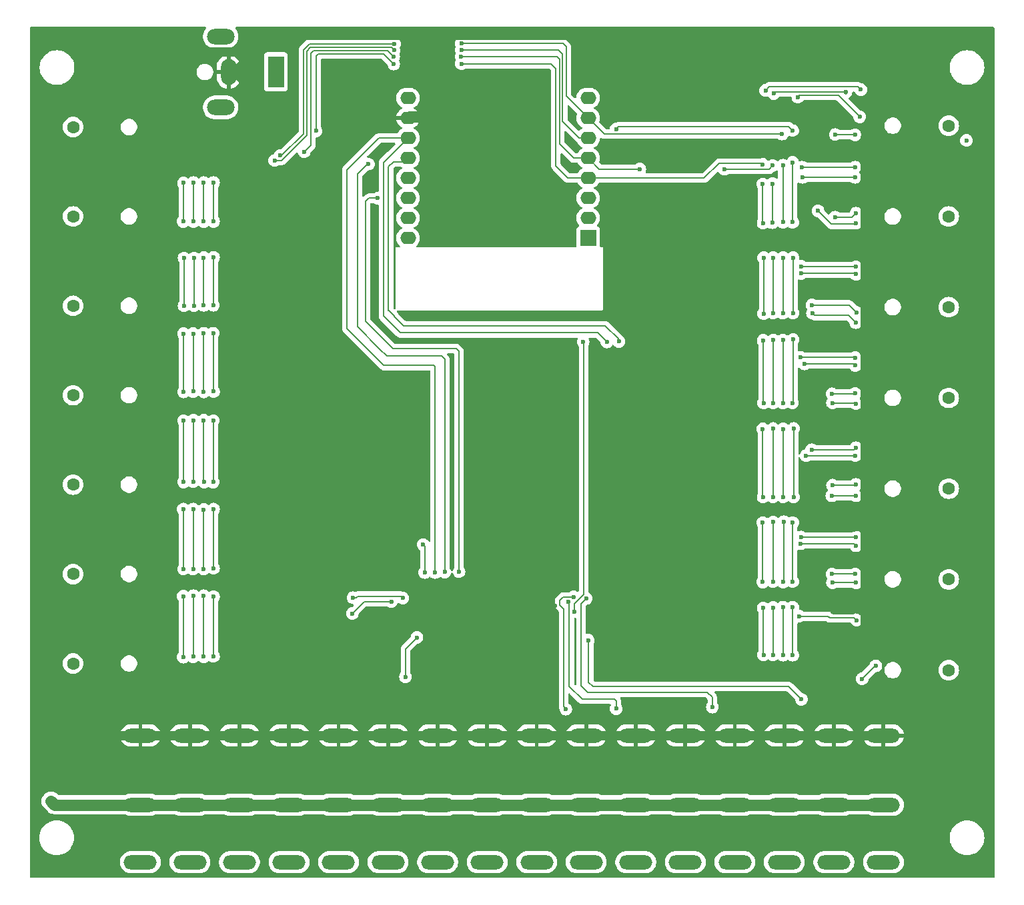
<source format=gbr>
%TF.GenerationSoftware,KiCad,Pcbnew,8.0.5*%
%TF.CreationDate,2024-12-17T00:57:55+08:00*%
%TF.ProjectId,hardware,68617264-7761-4726-952e-6b696361645f,rev?*%
%TF.SameCoordinates,Original*%
%TF.FileFunction,Copper,L2,Bot*%
%TF.FilePolarity,Positive*%
%FSLAX46Y46*%
G04 Gerber Fmt 4.6, Leading zero omitted, Abs format (unit mm)*
G04 Created by KiCad (PCBNEW 8.0.5) date 2024-12-17 00:57:55*
%MOMM*%
%LPD*%
G01*
G04 APERTURE LIST*
%TA.AperFunction,ComponentPad*%
%ADD10R,2.000000X2.000000*%
%TD*%
%TA.AperFunction,ComponentPad*%
%ADD11O,2.000000X1.600000*%
%TD*%
%TA.AperFunction,ComponentPad*%
%ADD12O,4.200000X1.800000*%
%TD*%
%TA.AperFunction,WasherPad*%
%ADD13C,1.600000*%
%TD*%
%TA.AperFunction,ComponentPad*%
%ADD14R,2.000000X4.000000*%
%TD*%
%TA.AperFunction,ComponentPad*%
%ADD15O,2.000000X3.300000*%
%TD*%
%TA.AperFunction,ComponentPad*%
%ADD16O,3.500000X2.000000*%
%TD*%
%TA.AperFunction,ViaPad*%
%ADD17C,0.600000*%
%TD*%
%TA.AperFunction,ViaPad*%
%ADD18C,1.000000*%
%TD*%
%TA.AperFunction,ViaPad*%
%ADD19C,1.400000*%
%TD*%
%TA.AperFunction,Conductor*%
%ADD20C,1.000000*%
%TD*%
%TA.AperFunction,Conductor*%
%ADD21C,0.200000*%
%TD*%
%TA.AperFunction,Conductor*%
%ADD22C,1.400000*%
%TD*%
%TA.AperFunction,Conductor*%
%ADD23C,1.200000*%
%TD*%
%TA.AperFunction,Conductor*%
%ADD24C,0.600000*%
%TD*%
G04 APERTURE END LIST*
D10*
%TO.P,U1,1,~{RST}*%
%TO.N,unconnected-(U1-~{RST}-Pad1)*%
X229290000Y-70800000D03*
D11*
%TO.P,U1,2,A0*%
%TO.N,unconnected-(U1-A0-Pad2)*%
X229290000Y-68260000D03*
%TO.P,U1,3,D0*%
%TO.N,A*%
X229290000Y-65720000D03*
%TO.P,U1,4,SCK/D5*%
%TO.N,IN1*%
X229290000Y-63180000D03*
%TO.P,U1,5,MISO/D6*%
%TO.N,IN2*%
X229290000Y-60640000D03*
%TO.P,U1,6,MOSI/D7*%
%TO.N,IN4*%
X229290000Y-58100000D03*
%TO.P,U1,7,CS/D8*%
%TO.N,IN3*%
X229290000Y-55560000D03*
%TO.P,U1,8,3V3*%
%TO.N,unconnected-(U1-3V3-Pad8)*%
X229290000Y-53020000D03*
%TO.P,U1,9,5V*%
%TO.N,RED*%
X206430000Y-53020000D03*
%TO.P,U1,10,GND*%
%TO.N,GND*%
X206430000Y-55560000D03*
%TO.P,U1,11,D4*%
%TO.N,B*%
X206430000Y-58100000D03*
%TO.P,U1,12,D3*%
%TO.N,C*%
X206430000Y-60640000D03*
%TO.P,U1,13,SDA/D2*%
%TO.N,MUX2COM*%
X206430000Y-63180000D03*
%TO.P,U1,14,SCL/D1*%
%TO.N,MUX1COM*%
X206430000Y-65720000D03*
%TO.P,U1,15,RX*%
%TO.N,unconnected-(U1-RX-Pad15)*%
X206430000Y-68260000D03*
%TO.P,U1,16,TX*%
%TO.N,unconnected-(U1-TX-Pad16)*%
X206430000Y-70800000D03*
%TD*%
D12*
%TO.P,SW15,1,A*%
%TO.N,GND*%
X260473334Y-134000000D03*
%TO.P,SW15,2,B*%
%TO.N,SW15*%
X260473334Y-150100000D03*
%TO.P,SW15,3,C*%
%TO.N,RED*%
X260473334Y-142800000D03*
%TD*%
%TO.P,SW14,1,A*%
%TO.N,GND*%
X254186668Y-134000000D03*
%TO.P,SW14,2,B*%
%TO.N,SW14*%
X254186668Y-150100000D03*
%TO.P,SW14,3,C*%
%TO.N,RED*%
X254186668Y-142800000D03*
%TD*%
%TO.P,SW13,1,A*%
%TO.N,GND*%
X247900002Y-134000000D03*
%TO.P,SW13,2,B*%
%TO.N,SW13*%
X247900002Y-150100000D03*
%TO.P,SW13,3,C*%
%TO.N,RED*%
X247900002Y-142800000D03*
%TD*%
%TO.P,SW12,1,A*%
%TO.N,GND*%
X241613336Y-134000000D03*
%TO.P,SW12,2,B*%
%TO.N,SW12*%
X241613336Y-150100000D03*
%TO.P,SW12,3,C*%
%TO.N,RED*%
X241613336Y-142800000D03*
%TD*%
%TO.P,SW11,1,A*%
%TO.N,GND*%
X235326670Y-134000000D03*
%TO.P,SW11,2,B*%
%TO.N,SW11*%
X235326670Y-150100000D03*
%TO.P,SW11,3,C*%
%TO.N,RED*%
X235326670Y-142800000D03*
%TD*%
%TO.P,SW10,1,A*%
%TO.N,GND*%
X229040004Y-134000000D03*
%TO.P,SW10,2,B*%
%TO.N,SW10*%
X229040004Y-150100000D03*
%TO.P,SW10,3,C*%
%TO.N,RED*%
X229040004Y-142800000D03*
%TD*%
%TO.P,SW9,1,A*%
%TO.N,GND*%
X222753338Y-134000000D03*
%TO.P,SW9,2,B*%
%TO.N,SW9*%
X222753338Y-150100000D03*
%TO.P,SW9,3,C*%
%TO.N,RED*%
X222753338Y-142800000D03*
%TD*%
%TO.P,SW8,1,A*%
%TO.N,GND*%
X216466672Y-134000000D03*
%TO.P,SW8,2,B*%
%TO.N,SW8*%
X216466672Y-150100000D03*
%TO.P,SW8,3,C*%
%TO.N,RED*%
X216466672Y-142800000D03*
%TD*%
%TO.P,SW7,1,A*%
%TO.N,GND*%
X210180006Y-134000000D03*
%TO.P,SW7,2,B*%
%TO.N,SW7*%
X210180006Y-150100000D03*
%TO.P,SW7,3,C*%
%TO.N,RED*%
X210180006Y-142800000D03*
%TD*%
%TO.P,SW6,1,A*%
%TO.N,GND*%
X203893340Y-134000000D03*
%TO.P,SW6,2,B*%
%TO.N,SW6*%
X203893340Y-150100000D03*
%TO.P,SW6,3,C*%
%TO.N,RED*%
X203893340Y-142800000D03*
%TD*%
%TO.P,SW5,1,A*%
%TO.N,GND*%
X197606674Y-134000000D03*
%TO.P,SW5,2,B*%
%TO.N,SW5*%
X197606674Y-150100000D03*
%TO.P,SW5,3,C*%
%TO.N,RED*%
X197606674Y-142800000D03*
%TD*%
%TO.P,SW4,1,A*%
%TO.N,GND*%
X191320008Y-134000000D03*
%TO.P,SW4,2,B*%
%TO.N,SW4*%
X191320008Y-150100000D03*
%TO.P,SW4,3,C*%
%TO.N,RED*%
X191320008Y-142800000D03*
%TD*%
%TO.P,SW3,1,A*%
%TO.N,GND*%
X185033342Y-134000000D03*
%TO.P,SW3,2,B*%
%TO.N,SW3*%
X185033342Y-150100000D03*
%TO.P,SW3,3,C*%
%TO.N,RED*%
X185033342Y-142800000D03*
%TD*%
%TO.P,SW2,1,A*%
%TO.N,GND*%
X178746676Y-134000000D03*
%TO.P,SW2,2,B*%
%TO.N,SW2*%
X178746676Y-150100000D03*
%TO.P,SW2,3,C*%
%TO.N,RED*%
X178746676Y-142800000D03*
%TD*%
%TO.P,SW1,1,A*%
%TO.N,GND*%
X172460010Y-134000000D03*
%TO.P,SW1,2,B*%
%TO.N,SW1*%
X172460010Y-150100000D03*
%TO.P,SW1,3,C*%
%TO.N,RED*%
X172460010Y-142800000D03*
%TD*%
%TO.P,SW16,1,A*%
%TO.N,GND*%
X266760000Y-134000000D03*
%TO.P,SW16,2,B*%
%TO.N,SW16*%
X266760000Y-150100000D03*
%TO.P,SW16,3,C*%
%TO.N,RED*%
X266760000Y-142800000D03*
%TD*%
D13*
%TO.P,M12,*%
%TO.N,*%
X275050000Y-102641664D03*
%TD*%
%TO.P,M14,*%
%TO.N,*%
X275050000Y-125700000D03*
%TD*%
%TO.P,M13,*%
%TO.N,*%
X275050000Y-114170830D03*
%TD*%
%TO.P,M11,*%
%TO.N,*%
X275050000Y-91112498D03*
%TD*%
%TO.P,M9,*%
%TO.N,*%
X275050000Y-68054166D03*
%TD*%
%TO.P,M8,*%
%TO.N,*%
X275050000Y-56525000D03*
%TD*%
%TO.P,M7,*%
%TO.N,*%
X163915000Y-124850000D03*
%TD*%
%TO.P,M6,*%
%TO.N,*%
X163915000Y-113491665D03*
%TD*%
%TO.P,M5,*%
%TO.N,*%
X163915000Y-102133332D03*
%TD*%
%TO.P,M4,*%
%TO.N,*%
X163915000Y-90774999D03*
%TD*%
%TO.P,M3,*%
%TO.N,*%
X163915000Y-79416666D03*
%TD*%
%TO.P,M2,*%
%TO.N,*%
X163915000Y-68058333D03*
%TD*%
%TO.P,M1,*%
%TO.N,*%
X163915000Y-56700000D03*
%TD*%
D14*
%TO.P,J2,1*%
%TO.N,RED*%
X189650000Y-49700000D03*
D15*
%TO.P,J2,2*%
%TO.N,GND*%
X183650000Y-49700000D03*
D16*
%TO.P,J2,MP*%
%TO.N,N/C*%
X182650000Y-45200000D03*
X182650000Y-54200000D03*
%TD*%
D13*
%TO.P,M10,*%
%TO.N,*%
X275050000Y-79583332D03*
%TD*%
D17*
%TO.N,ORANGE10*%
X263350000Y-80250000D03*
X257700000Y-79300000D03*
%TO.N,PINK10*%
X263300000Y-75400000D03*
X256300000Y-75300000D03*
%TO.N,BLUE14*%
X265800000Y-125150000D03*
X264050000Y-126800000D03*
%TO.N,PINK14*%
X256050000Y-118850000D03*
X263350000Y-119350000D03*
%TO.N,ORANGE13*%
X263200000Y-113500000D03*
X260250000Y-113500000D03*
%TO.N,YELLOW13*%
X263300000Y-114600000D03*
X260300000Y-114600000D03*
%TO.N,BLUE13*%
X263300000Y-108800000D03*
X256300000Y-108800000D03*
%TO.N,PINK13*%
X256250000Y-109650000D03*
X263300000Y-109900000D03*
%TO.N,ORANGE12*%
X263300000Y-102100000D03*
X260300000Y-102200000D03*
%TO.N,YELLOW12*%
X263250000Y-103550000D03*
X260200000Y-103550000D03*
%TO.N,BLUE12*%
X263250000Y-97450000D03*
X257650000Y-97700000D03*
%TO.N,PINK12*%
X256950000Y-98450000D03*
X263200000Y-98450000D03*
%TO.N,ORANGE11*%
X260250000Y-90600000D03*
X263150000Y-90550000D03*
%TO.N,YELLOW11*%
X260300000Y-91750000D03*
X263250000Y-91850000D03*
%TO.N,PINK11*%
X263200000Y-87000000D03*
X256750000Y-86800000D03*
%TO.N,BLUE11*%
X263150000Y-86000000D03*
X256200000Y-85950000D03*
%TO.N,IN4*%
X255250000Y-123800000D03*
X255250000Y-117700000D03*
%TO.N,IN3*%
X254050000Y-123800000D03*
X254000000Y-117700000D03*
%TO.N,IN2*%
X252750000Y-123750000D03*
X252750000Y-117750000D03*
%TO.N,IN1*%
X251550000Y-123750000D03*
X251500000Y-117800000D03*
%TO.N,IN4*%
X255250000Y-114450000D03*
X255250000Y-106950000D03*
%TO.N,IN3*%
X254100000Y-106850000D03*
X254050000Y-114500000D03*
%TO.N,IN2*%
X252750000Y-114450000D03*
X252750000Y-106900000D03*
%TO.N,IN1*%
X251450000Y-114500000D03*
X251450000Y-106950000D03*
%TO.N,IN4*%
X255350000Y-103700000D03*
X255350000Y-95000000D03*
%TO.N,IN3*%
X254050000Y-103700000D03*
X254050000Y-95050000D03*
%TO.N,IN2*%
X252750000Y-103700000D03*
X252750000Y-95000000D03*
%TO.N,IN1*%
X251500000Y-103700000D03*
X251450000Y-95050000D03*
%TO.N,IN4*%
X255200000Y-91750000D03*
X255300000Y-83700000D03*
%TO.N,IN3*%
X254000000Y-91750000D03*
X254000000Y-83750000D03*
%TO.N,IN2*%
X252750000Y-91750000D03*
X252800000Y-83750000D03*
%TO.N,IN1*%
X251550000Y-91750000D03*
X251500000Y-83800000D03*
%TO.N,YELLOW10*%
X257750000Y-80350000D03*
X263250000Y-81550000D03*
%TO.N,BLUE10*%
X263250000Y-74450000D03*
X256350000Y-74400000D03*
D18*
%TO.N,GND*%
X261850000Y-125700000D03*
X260450000Y-118150000D03*
X260450000Y-107650000D03*
X260500000Y-95850000D03*
X260500000Y-84200000D03*
D17*
%TO.N,BLUE9*%
X263300000Y-67650000D03*
X260600000Y-68150000D03*
D18*
%TO.N,GND*%
X260500000Y-72700000D03*
X260675000Y-60575000D03*
D17*
%TO.N,YELLOW8*%
X263150000Y-57700000D03*
%TO.N,ORANGE8*%
X263750000Y-55400000D03*
%TO.N,IN4*%
X255300000Y-80350000D03*
X255290000Y-73300000D03*
%TO.N,IN3*%
X254000000Y-80350000D03*
X254020000Y-73300000D03*
%TO.N,IN2*%
X252750000Y-80350000D03*
X252750000Y-73300000D03*
%TO.N,IN1*%
X251550000Y-80400000D03*
X251550000Y-73300000D03*
%TO.N,YELLOW9*%
X263300000Y-68900000D03*
X258450000Y-67350000D03*
%TO.N,ORANGE9*%
X256500000Y-63100000D03*
X263150000Y-63100000D03*
%TO.N,PINK9*%
X263150000Y-61800000D03*
X256450000Y-61800000D03*
%TO.N,PINK8*%
X252850000Y-52450000D03*
X262000000Y-52250000D03*
%TO.N,YELLOW8*%
X260650000Y-57650000D03*
%TO.N,BLUE8*%
X263900000Y-51950000D03*
X251800000Y-52050000D03*
%TO.N,ORANGE8*%
X277300000Y-58400000D03*
X255900000Y-52900000D03*
%TO.N,IN4*%
X255250000Y-68800000D03*
X255250000Y-61200000D03*
%TO.N,IN3*%
X254050000Y-68800000D03*
X254000000Y-61550000D03*
%TO.N,IN2*%
X252650000Y-68850000D03*
X252700000Y-63900000D03*
%TO.N,IN1*%
X251500000Y-68900000D03*
X251450000Y-63950000D03*
%TO.N,IN4*%
X255250000Y-57150000D03*
X232850000Y-56950000D03*
%TO.N,IN3*%
X253900000Y-57600000D03*
%TO.N,IN2*%
X235850000Y-62050000D03*
X246550000Y-62050000D03*
X252700000Y-61600000D03*
%TO.N,IN1*%
X251450000Y-61450000D03*
D18*
%TO.N,GND*%
X234150000Y-53150000D03*
D17*
%TO.N,A*%
X208350000Y-109750000D03*
%TO.N,C*%
X201400000Y-61400000D03*
%TO.N,MUX1COM*%
X202600000Y-65750000D03*
%TO.N,MUX2COM*%
X228650000Y-84000000D03*
%TO.N,C*%
X233200000Y-83950000D03*
%TO.N,B*%
X231650000Y-84000000D03*
%TO.N,MUX2COM*%
X227550000Y-118250000D03*
%TO.N,B*%
X209850000Y-113300000D03*
%TO.N,A*%
X208550000Y-113300000D03*
%TO.N,MUX1COM*%
X212900000Y-113200000D03*
%TO.N,C*%
X211090000Y-113250000D03*
D18*
%TO.N,GND*%
X186050000Y-129050000D03*
X192250000Y-123950000D03*
X189300000Y-116100000D03*
X189550000Y-105100000D03*
X189700000Y-93150000D03*
X189350000Y-82450000D03*
X189200000Y-73900000D03*
D17*
X225050000Y-117550000D03*
X222600000Y-118250000D03*
X210750000Y-121750000D03*
X210600000Y-128050000D03*
%TO.N,SW9*%
X227450000Y-116400000D03*
X226450000Y-130650000D03*
%TO.N,SW10*%
X226750000Y-117000000D03*
X232850000Y-130600000D03*
%TO.N,SW12*%
X245050000Y-130400000D03*
X229050000Y-116600000D03*
%TO.N,SW14*%
X229300000Y-121900000D03*
X256350000Y-129400000D03*
%TO.N,IN4*%
X181750000Y-123950000D03*
X181750000Y-116350000D03*
%TO.N,IN3*%
X180500000Y-124000000D03*
X180500000Y-116250000D03*
%TO.N,IN2*%
X179150000Y-124000000D03*
X179200000Y-116250000D03*
%TO.N,IN1*%
X177900000Y-124050000D03*
X177900000Y-116300000D03*
%TO.N,IN4*%
X181750000Y-112750000D03*
X181750000Y-105250000D03*
%TO.N,IN3*%
X180500000Y-112850000D03*
X180500000Y-105300000D03*
%TO.N,IN2*%
X179150000Y-112850000D03*
X179150000Y-105250000D03*
%TO.N,IN1*%
X177950000Y-112850000D03*
X177900000Y-105250000D03*
%TO.N,IN4*%
X181700000Y-101800000D03*
X181700000Y-94000000D03*
%TO.N,IN3*%
X180550000Y-101800000D03*
X180500000Y-93950000D03*
%TO.N,IN2*%
X179150000Y-101750000D03*
X179200000Y-93950000D03*
%TO.N,IN1*%
X177950000Y-101800000D03*
X177950000Y-94000000D03*
%TO.N,IN4*%
X181750000Y-90300000D03*
X181700000Y-82900000D03*
%TO.N,IN3*%
X180500000Y-90350000D03*
X180500000Y-82900000D03*
%TO.N,IN2*%
X179150000Y-90300000D03*
X179150000Y-82950000D03*
%TO.N,IN1*%
X177950000Y-90350000D03*
X177950000Y-82950000D03*
%TO.N,IN4*%
X181700000Y-79350000D03*
X181750000Y-73250000D03*
%TO.N,IN3*%
X180500000Y-79350000D03*
X180500000Y-73300000D03*
%TO.N,IN2*%
X179250000Y-79400000D03*
X179250000Y-73350000D03*
%TO.N,IN1*%
X178000000Y-79400000D03*
X178000000Y-73350000D03*
%TO.N,SW1*%
X199450000Y-116500000D03*
X205750000Y-116550000D03*
%TO.N,SW2*%
X204300000Y-117000000D03*
X199350000Y-118500000D03*
%TO.N,SW6*%
X207550000Y-121550000D03*
X206100000Y-126550000D03*
%TO.N,IN1*%
X204600000Y-48700000D03*
X213200000Y-48650000D03*
%TO.N,IN2*%
X213150000Y-47750000D03*
X204600000Y-47800000D03*
%TO.N,IN4*%
X204650000Y-46950000D03*
X213200000Y-46900000D03*
%TO.N,IN3*%
X213200000Y-46100000D03*
X204700000Y-46150000D03*
%TO.N,RED*%
X161100000Y-142350000D03*
%TO.N,GND*%
X190100000Y-58600000D03*
X187800000Y-62000000D03*
D19*
X189825000Y-54875000D03*
D17*
%TO.N,IN2*%
X193250000Y-59850000D03*
%TO.N,IN1*%
X194750000Y-57200000D03*
%TO.N,IN4*%
X181750000Y-68700000D03*
X181750000Y-63750000D03*
%TO.N,IN3*%
X180500000Y-68700000D03*
X180500000Y-63750000D03*
%TO.N,IN2*%
X179200000Y-68700000D03*
X179200000Y-63750000D03*
%TO.N,IN3*%
X190200000Y-60300000D03*
%TO.N,IN4*%
X189500000Y-60950000D03*
%TO.N,IN1*%
X177900000Y-68700000D03*
X177930000Y-63800000D03*
%TD*%
D20*
%TO.N,GND*%
X260675000Y-60575000D02*
X262625000Y-60575000D01*
X262625000Y-60575000D02*
X264400000Y-58800000D01*
D21*
%TO.N,ORANGE10*%
X257700000Y-79300000D02*
X262400000Y-79300000D01*
X262400000Y-79300000D02*
X263350000Y-80250000D01*
%TO.N,PINK10*%
X263200000Y-75300000D02*
X263300000Y-75400000D01*
X256300000Y-75300000D02*
X263200000Y-75300000D01*
%TO.N,BLUE10*%
X263250000Y-74450000D02*
X256400000Y-74450000D01*
X256400000Y-74450000D02*
X256350000Y-74400000D01*
%TO.N,BLUE14*%
X265700000Y-125150000D02*
X265800000Y-125150000D01*
X264050000Y-126800000D02*
X265700000Y-125150000D01*
%TO.N,PINK14*%
X259950000Y-119050000D02*
X263050000Y-119050000D01*
X259750000Y-118850000D02*
X259950000Y-119050000D01*
X263050000Y-119050000D02*
X263350000Y-119350000D01*
X256050000Y-118850000D02*
X259750000Y-118850000D01*
%TO.N,ORANGE13*%
X260250000Y-113500000D02*
X263200000Y-113500000D01*
%TO.N,YELLOW13*%
X260300000Y-114600000D02*
X263300000Y-114600000D01*
%TO.N,BLUE13*%
X256300000Y-108800000D02*
X263300000Y-108800000D01*
%TO.N,PINK13*%
X256250000Y-109650000D02*
X263050000Y-109650000D01*
X263050000Y-109650000D02*
X263300000Y-109900000D01*
%TO.N,ORANGE12*%
X263200000Y-102200000D02*
X263300000Y-102100000D01*
X260300000Y-102200000D02*
X263200000Y-102200000D01*
%TO.N,YELLOW12*%
X260200000Y-103550000D02*
X263250000Y-103550000D01*
%TO.N,BLUE12*%
X263000000Y-97700000D02*
X263250000Y-97450000D01*
X257650000Y-97700000D02*
X263000000Y-97700000D01*
%TO.N,PINK12*%
X256950000Y-98450000D02*
X263200000Y-98450000D01*
%TO.N,ORANGE11*%
X260250000Y-90600000D02*
X263100000Y-90600000D01*
X263100000Y-90600000D02*
X263150000Y-90550000D01*
%TO.N,YELLOW11*%
X263150000Y-91750000D02*
X263250000Y-91850000D01*
X260300000Y-91750000D02*
X263150000Y-91750000D01*
%TO.N,PINK11*%
X263000000Y-86800000D02*
X263200000Y-87000000D01*
X256750000Y-86800000D02*
X263000000Y-86800000D01*
%TO.N,BLUE11*%
X256200000Y-85950000D02*
X263100000Y-85950000D01*
X263100000Y-85950000D02*
X263150000Y-86000000D01*
%TO.N,IN4*%
X255250000Y-117700000D02*
X255250000Y-123800000D01*
%TO.N,IN3*%
X254000000Y-123750000D02*
X254050000Y-123800000D01*
X254000000Y-117700000D02*
X254000000Y-123750000D01*
%TO.N,IN2*%
X252750000Y-117750000D02*
X252750000Y-123750000D01*
%TO.N,IN1*%
X251500000Y-123700000D02*
X251550000Y-123750000D01*
X251500000Y-117800000D02*
X251500000Y-123700000D01*
%TO.N,IN4*%
X255250000Y-106950000D02*
X255250000Y-114450000D01*
%TO.N,IN3*%
X254100000Y-114450000D02*
X254050000Y-114500000D01*
X254100000Y-106850000D02*
X254100000Y-114450000D01*
%TO.N,IN2*%
X252750000Y-106900000D02*
X252750000Y-114450000D01*
%TO.N,IN1*%
X251450000Y-106950000D02*
X251450000Y-114500000D01*
%TO.N,IN4*%
X255350000Y-95000000D02*
X255350000Y-103700000D01*
%TO.N,IN3*%
X254050000Y-95050000D02*
X254050000Y-103700000D01*
%TO.N,IN2*%
X252750000Y-95000000D02*
X252750000Y-103700000D01*
%TO.N,IN1*%
X251450000Y-95050000D02*
X251450000Y-103650000D01*
X251450000Y-103650000D02*
X251500000Y-103700000D01*
%TO.N,IN4*%
X255300000Y-91650000D02*
X255200000Y-91750000D01*
X255300000Y-83700000D02*
X255300000Y-91650000D01*
%TO.N,IN3*%
X254000000Y-83750000D02*
X254000000Y-91750000D01*
%TO.N,IN2*%
X252800000Y-83750000D02*
X252800000Y-91700000D01*
X252800000Y-91700000D02*
X252750000Y-91750000D01*
%TO.N,IN1*%
X251500000Y-83800000D02*
X251500000Y-91700000D01*
X251500000Y-91700000D02*
X251550000Y-91750000D01*
%TO.N,YELLOW10*%
X257750000Y-80350000D02*
X258050000Y-80650000D01*
X258050000Y-80650000D02*
X262350000Y-80650000D01*
X262350000Y-80650000D02*
X263250000Y-81550000D01*
%TO.N,IN4*%
X255290000Y-73300000D02*
X255300000Y-73310000D01*
X255300000Y-73310000D02*
X255300000Y-80350000D01*
%TO.N,IN3*%
X254020000Y-73300000D02*
X254000000Y-73320000D01*
X254000000Y-73320000D02*
X254000000Y-80350000D01*
%TO.N,IN1*%
X251550000Y-73300000D02*
X251550000Y-80400000D01*
%TO.N,IN2*%
X252750000Y-73300000D02*
X252750000Y-80350000D01*
D20*
%TO.N,GND*%
X263350000Y-125700000D02*
X261850000Y-125700000D01*
X264400000Y-116600000D02*
X264400000Y-124650000D01*
X264400000Y-124650000D02*
X263350000Y-125700000D01*
X263100000Y-117900000D02*
X262850000Y-118150000D01*
X264400000Y-106300000D02*
X264400000Y-116600000D01*
X262850000Y-118150000D02*
X260450000Y-118150000D01*
X264400000Y-116600000D02*
X263100000Y-117900000D01*
X263050000Y-107650000D02*
X260450000Y-107650000D01*
X264400000Y-94600000D02*
X264400000Y-106300000D01*
X264400000Y-106300000D02*
X263200000Y-107500000D01*
X263200000Y-107500000D02*
X263050000Y-107650000D01*
X263200000Y-95800000D02*
X263150000Y-95850000D01*
X264400000Y-82700000D02*
X264400000Y-94600000D01*
X263150000Y-95850000D02*
X260500000Y-95850000D01*
X264400000Y-94600000D02*
X263200000Y-95800000D01*
X262900000Y-84200000D02*
X260500000Y-84200000D01*
X264400000Y-71000000D02*
X264400000Y-82700000D01*
X264400000Y-82700000D02*
X262900000Y-84200000D01*
D21*
%TO.N,BLUE9*%
X262800000Y-68150000D02*
X263300000Y-67650000D01*
X260600000Y-68150000D02*
X262800000Y-68150000D01*
%TO.N,YELLOW9*%
X263300000Y-68900000D02*
X263150000Y-69050000D01*
X260150000Y-69050000D02*
X258450000Y-67350000D01*
X263150000Y-69050000D02*
X260150000Y-69050000D01*
D20*
%TO.N,GND*%
X264400000Y-71000000D02*
X263000000Y-72400000D01*
X262700000Y-72700000D02*
X260500000Y-72700000D01*
X264400000Y-58800000D02*
X264400000Y-71000000D01*
X263000000Y-72400000D02*
X262700000Y-72700000D01*
D21*
%TO.N,PINK9*%
X263150000Y-61800000D02*
X256450000Y-61800000D01*
%TO.N,ORANGE9*%
X263150000Y-63100000D02*
X256500000Y-63100000D01*
D20*
%TO.N,GND*%
X264400000Y-58000000D02*
X264400000Y-58800000D01*
X265300000Y-57100000D02*
X264400000Y-58000000D01*
D21*
%TO.N,YELLOW8*%
X263100000Y-57650000D02*
X263150000Y-57700000D01*
X260650000Y-57650000D02*
X263100000Y-57650000D01*
%TO.N,ORANGE8*%
X263650000Y-55300000D02*
X263750000Y-55400000D01*
D22*
%TO.N,GND*%
X232400000Y-44900000D02*
X264150000Y-44900000D01*
D20*
X268300000Y-53800000D02*
X267300000Y-54800000D01*
D22*
X264150000Y-44900000D02*
X268300000Y-49050000D01*
X268300000Y-49050000D02*
X268300000Y-53800000D01*
D20*
X267300000Y-54800000D02*
X265700000Y-54800000D01*
X265700000Y-54800000D02*
X265700000Y-56700000D01*
X265700000Y-56700000D02*
X265300000Y-57100000D01*
D21*
%TO.N,IN1*%
X251450000Y-61450000D02*
X251300000Y-61300000D01*
X251300000Y-61300000D02*
X245900000Y-61300000D01*
X245900000Y-61300000D02*
X244000000Y-63200000D01*
X244000000Y-63200000D02*
X243980000Y-63180000D01*
X243980000Y-63180000D02*
X229290000Y-63180000D01*
%TO.N,IN3*%
X254000000Y-61550000D02*
X254000000Y-68750000D01*
X254000000Y-68750000D02*
X254050000Y-68800000D01*
%TO.N,IN4*%
X255250000Y-61200000D02*
X255250000Y-68800000D01*
%TO.N,IN2*%
X252650000Y-68850000D02*
X252700000Y-68800000D01*
X252700000Y-68800000D02*
X252700000Y-63900000D01*
%TO.N,IN1*%
X251500000Y-68900000D02*
X251450000Y-68850000D01*
X251450000Y-68850000D02*
X251450000Y-63950000D01*
%TO.N,PINK8*%
X253050000Y-52250000D02*
X252850000Y-52450000D01*
X262000000Y-52250000D02*
X253050000Y-52250000D01*
%TO.N,ORANGE8*%
X256100000Y-52700000D02*
X261050000Y-52700000D01*
X255900000Y-52900000D02*
X256100000Y-52700000D01*
X261050000Y-52700000D02*
X263650000Y-55300000D01*
X277250000Y-58350000D02*
X277300000Y-58400000D01*
%TO.N,PINK8*%
X262000000Y-52250000D02*
X262000000Y-52500000D01*
%TO.N,BLUE8*%
X251800000Y-52050000D02*
X252250000Y-51600000D01*
X252250000Y-51600000D02*
X263550000Y-51600000D01*
X263550000Y-51600000D02*
X263900000Y-51950000D01*
%TO.N,IN4*%
X254700000Y-56650000D02*
X233150000Y-56650000D01*
X233150000Y-56650000D02*
X232850000Y-56950000D01*
X254750000Y-56650000D02*
X254700000Y-56650000D01*
X255250000Y-57150000D02*
X254750000Y-56650000D01*
%TO.N,IN3*%
X253900000Y-57600000D02*
X231330000Y-57600000D01*
X231330000Y-57600000D02*
X229290000Y-55560000D01*
%TO.N,IN2*%
X252700000Y-61600000D02*
X252250000Y-62050000D01*
X252250000Y-62050000D02*
X252250000Y-62100000D01*
X246600000Y-62100000D02*
X246550000Y-62050000D01*
X252250000Y-62100000D02*
X246600000Y-62100000D01*
X230700000Y-62050000D02*
X229290000Y-60640000D01*
X235850000Y-62050000D02*
X230700000Y-62050000D01*
D22*
%TO.N,GND*%
X234150000Y-46650000D02*
X234150000Y-53150000D01*
X207500000Y-44900000D02*
X232400000Y-44900000D01*
X232400000Y-44900000D02*
X234150000Y-46650000D01*
X186400000Y-47950000D02*
X186400000Y-46400000D01*
X186400000Y-46400000D02*
X187900000Y-44900000D01*
X207500000Y-44900000D02*
X207600000Y-44800000D01*
X207650000Y-44800000D02*
X210150000Y-47300000D01*
X210150000Y-47300000D02*
X210150000Y-54600000D01*
X209400000Y-55350000D02*
X206640000Y-55350000D01*
X210150000Y-54600000D02*
X209400000Y-55350000D01*
D21*
%TO.N,A*%
X208350000Y-109750000D02*
X208550000Y-109950000D01*
X208550000Y-109950000D02*
X208550000Y-113300000D01*
%TO.N,B*%
X209850000Y-113300000D02*
X209850000Y-87150000D01*
X198650000Y-62150000D02*
X202700000Y-58100000D01*
X209850000Y-87150000D02*
X209700000Y-87000000D01*
X209700000Y-87000000D02*
X203350000Y-87000000D01*
X203350000Y-87000000D02*
X198650000Y-82300000D01*
X198650000Y-82300000D02*
X198650000Y-62150000D01*
X202700000Y-58100000D02*
X206430000Y-58100000D01*
%TO.N,C*%
X201300000Y-61400000D02*
X201400000Y-61400000D01*
X200000000Y-82050000D02*
X200000000Y-80900000D01*
X202850000Y-84900000D02*
X200000000Y-82050000D01*
X203750000Y-85800000D02*
X202850000Y-84900000D01*
X211100000Y-108250000D02*
X211100000Y-86200000D01*
X200700000Y-62000000D02*
X201300000Y-61400000D01*
X210700000Y-85800000D02*
X203750000Y-85800000D01*
X200000000Y-80900000D02*
X200000000Y-62700000D01*
X211100000Y-86200000D02*
X210700000Y-85800000D01*
X200000000Y-62700000D02*
X200700000Y-62000000D01*
%TO.N,MUX1COM*%
X201450000Y-65750000D02*
X202600000Y-65750000D01*
X201200000Y-66000000D02*
X201450000Y-65750000D01*
X201050000Y-66150000D02*
X201200000Y-66000000D01*
X201050000Y-81050000D02*
X201050000Y-66150000D01*
X204500000Y-84850000D02*
X204300000Y-84650000D01*
X212550000Y-84850000D02*
X204500000Y-84850000D01*
X212900000Y-85200000D02*
X212550000Y-84850000D01*
X204300000Y-84650000D02*
X201050000Y-81400000D01*
X212900000Y-108250000D02*
X212900000Y-85200000D01*
X201050000Y-81400000D02*
X201050000Y-81050000D01*
%TO.N,MUX2COM*%
X228700000Y-108250000D02*
X228700000Y-84050000D01*
X228700000Y-84050000D02*
X228650000Y-84000000D01*
%TO.N,C*%
X233200000Y-83950000D02*
X233200000Y-83700000D01*
X203950000Y-61700000D02*
X204550000Y-61100000D01*
X233200000Y-83700000D02*
X231450000Y-81950000D01*
X231450000Y-81950000D02*
X205850000Y-81950000D01*
X204650000Y-80750000D02*
X204650000Y-80700000D01*
X205850000Y-81950000D02*
X204650000Y-80750000D01*
X204650000Y-80700000D02*
X204000000Y-80050000D01*
X204000000Y-80050000D02*
X203950000Y-80050000D01*
X203950000Y-80050000D02*
X203950000Y-61700000D01*
X204550000Y-61100000D02*
X205970000Y-61100000D01*
X205970000Y-61100000D02*
X206430000Y-60640000D01*
%TO.N,B*%
X231650000Y-84000000D02*
X230500000Y-82850000D01*
X230500000Y-82850000D02*
X205450000Y-82850000D01*
X205450000Y-82850000D02*
X203300000Y-80700000D01*
X203300000Y-80700000D02*
X203300000Y-61230000D01*
X203300000Y-61230000D02*
X206430000Y-58100000D01*
%TO.N,C*%
X233155000Y-83950000D02*
X233100000Y-84005000D01*
X233200000Y-83950000D02*
X233155000Y-83950000D01*
%TO.N,MUX2COM*%
X227550000Y-118250000D02*
X227550000Y-117250000D01*
X227550000Y-117250000D02*
X228700000Y-116100000D01*
X228700000Y-116100000D02*
X228700000Y-108250000D01*
%TO.N,SW9*%
X226450000Y-130650000D02*
X226150000Y-130350000D01*
X226150000Y-130350000D02*
X226150000Y-117950000D01*
X226100000Y-116400000D02*
X227450000Y-116400000D01*
X226150000Y-117950000D02*
X225650000Y-117450000D01*
X225650000Y-117450000D02*
X225650000Y-116850000D01*
X225650000Y-116850000D02*
X226100000Y-116400000D01*
%TO.N,GND*%
X225050000Y-117550000D02*
X224350000Y-118250000D01*
X224350000Y-118250000D02*
X222600000Y-118250000D01*
%TO.N,SW12*%
X245050000Y-129150000D02*
X245050000Y-130400000D01*
X229050000Y-116600000D02*
X228400000Y-117250000D01*
X229200000Y-128500000D02*
X244400000Y-128500000D01*
X244400000Y-128500000D02*
X245050000Y-129150000D01*
X228400000Y-117250000D02*
X228400000Y-127700000D01*
X228400000Y-127700000D02*
X229200000Y-128500000D01*
%TO.N,MUX1COM*%
X212900000Y-113200000D02*
X212900000Y-108250000D01*
%TO.N,C*%
X211090000Y-113250000D02*
X211100000Y-113240000D01*
X211100000Y-113240000D02*
X211100000Y-108250000D01*
D23*
%TO.N,GND*%
X186050000Y-129050000D02*
X187150000Y-129050000D01*
D22*
X193850000Y-122350000D02*
X192250000Y-123950000D01*
X193850000Y-113750000D02*
X193850000Y-122350000D01*
X191500000Y-116100000D02*
X189300000Y-116100000D01*
X193850000Y-103250000D02*
X193850000Y-113750000D01*
X193850000Y-113750000D02*
X191500000Y-116100000D01*
X192000000Y-105100000D02*
X189550000Y-105100000D01*
X192450000Y-104650000D02*
X192000000Y-105100000D01*
X193850000Y-90850000D02*
X193850000Y-103250000D01*
X193850000Y-103250000D02*
X192450000Y-104650000D01*
X189950000Y-93400000D02*
X189700000Y-93150000D01*
X193850000Y-81250000D02*
X193850000Y-90850000D01*
X193850000Y-90850000D02*
X191300000Y-93400000D01*
X191300000Y-93400000D02*
X189950000Y-93400000D01*
X192650000Y-82450000D02*
X189350000Y-82450000D01*
X193800000Y-81300000D02*
X192650000Y-82450000D01*
X192450000Y-73900000D02*
X193850000Y-75300000D01*
X189200000Y-73900000D02*
X192450000Y-73900000D01*
X193850000Y-75300000D02*
X193850000Y-81250000D01*
X193850000Y-81250000D02*
X193800000Y-81300000D01*
D21*
X210600000Y-128050000D02*
X210600000Y-121900000D01*
X210600000Y-121900000D02*
X210750000Y-121750000D01*
%TO.N,SW10*%
X232850000Y-130600000D02*
X232850000Y-129600000D01*
X226900000Y-127750000D02*
X226900000Y-117150000D01*
X232850000Y-129600000D02*
X232650000Y-129400000D01*
X226900000Y-117150000D02*
X226750000Y-117000000D01*
X228550000Y-129400000D02*
X226900000Y-127750000D01*
X232650000Y-129400000D02*
X228550000Y-129400000D01*
%TO.N,SW14*%
X229350000Y-121950000D02*
X229300000Y-121900000D01*
X254750000Y-127800000D02*
X253950000Y-127800000D01*
X256350000Y-129400000D02*
X254750000Y-127800000D01*
X229350000Y-127250000D02*
X229350000Y-121950000D01*
X229900000Y-127800000D02*
X229350000Y-127250000D01*
X253950000Y-127800000D02*
X229900000Y-127800000D01*
%TO.N,IN4*%
X181750000Y-116350000D02*
X181750000Y-123950000D01*
%TO.N,IN3*%
X180500000Y-116250000D02*
X180500000Y-124000000D01*
%TO.N,IN2*%
X179200000Y-123950000D02*
X179150000Y-124000000D01*
X179200000Y-116250000D02*
X179200000Y-123950000D01*
%TO.N,IN1*%
X177900000Y-116300000D02*
X177900000Y-124050000D01*
%TO.N,IN4*%
X181750000Y-105250000D02*
X181750000Y-112750000D01*
%TO.N,IN3*%
X180500000Y-105300000D02*
X180500000Y-112850000D01*
%TO.N,IN2*%
X179150000Y-105250000D02*
X179150000Y-112850000D01*
%TO.N,IN1*%
X177900000Y-112800000D02*
X177950000Y-112850000D01*
X177900000Y-105250000D02*
X177900000Y-112800000D01*
%TO.N,IN4*%
X181700000Y-94000000D02*
X181700000Y-101800000D01*
%TO.N,IN3*%
X180500000Y-101750000D02*
X180550000Y-101800000D01*
X180500000Y-93950000D02*
X180500000Y-101750000D01*
%TO.N,IN2*%
X179200000Y-93950000D02*
X179200000Y-101700000D01*
X179200000Y-101700000D02*
X179150000Y-101750000D01*
%TO.N,IN1*%
X177950000Y-94000000D02*
X177950000Y-101800000D01*
%TO.N,IN4*%
X181700000Y-90250000D02*
X181750000Y-90300000D01*
X181700000Y-82900000D02*
X181700000Y-90250000D01*
%TO.N,IN3*%
X180500000Y-82900000D02*
X180500000Y-90350000D01*
%TO.N,IN2*%
X179150000Y-82950000D02*
X179150000Y-90300000D01*
%TO.N,IN1*%
X177950000Y-82950000D02*
X177950000Y-90350000D01*
D23*
%TO.N,GND*%
X178746676Y-134000000D02*
X188600000Y-134000000D01*
X188600000Y-134000000D02*
X266760000Y-134000000D01*
D21*
%TO.N,IN4*%
X181750000Y-73250000D02*
X181750000Y-79300000D01*
X181750000Y-79300000D02*
X181700000Y-79350000D01*
%TO.N,IN3*%
X180500000Y-73300000D02*
X180500000Y-79350000D01*
%TO.N,IN2*%
X179250000Y-73350000D02*
X179250000Y-79400000D01*
%TO.N,IN1*%
X178000000Y-73350000D02*
X178000000Y-79400000D01*
%TO.N,SW1*%
X205500000Y-116300000D02*
X205750000Y-116550000D01*
X200050000Y-116300000D02*
X205500000Y-116300000D01*
X199850000Y-116500000D02*
X200050000Y-116300000D01*
X199450000Y-116500000D02*
X199850000Y-116500000D01*
%TO.N,SW2*%
X199350000Y-118500000D02*
X200850000Y-117000000D01*
X200850000Y-117000000D02*
X204300000Y-117000000D01*
%TO.N,SW6*%
X206100000Y-126550000D02*
X206100000Y-123000000D01*
X206100000Y-123000000D02*
X207550000Y-121550000D01*
D23*
%TO.N,GND*%
X172460010Y-134000000D02*
X178746676Y-134000000D01*
X185650000Y-47200000D02*
X175700000Y-47200000D01*
X175700000Y-47200000D02*
X173700000Y-45200000D01*
X173700000Y-45200000D02*
X160000000Y-45200000D01*
X159050000Y-46150000D02*
X159050000Y-132600000D01*
X160000000Y-45200000D02*
X159050000Y-46150000D01*
X159050000Y-132600000D02*
X160450000Y-134000000D01*
X160450000Y-134000000D02*
X172460010Y-134000000D01*
D22*
X186400000Y-47950000D02*
X185650000Y-47200000D01*
D21*
%TO.N,IN4*%
X213200000Y-46900000D02*
X225500000Y-46900000D01*
X225500000Y-46900000D02*
X226050000Y-47450000D01*
X226050000Y-56000000D02*
X228150000Y-58100000D01*
X226050000Y-47450000D02*
X226050000Y-56000000D01*
X228150000Y-58100000D02*
X229290000Y-58100000D01*
%TO.N,IN2*%
X213150000Y-47750000D02*
X225300000Y-47750000D01*
X225650000Y-48100000D02*
X225650000Y-58850000D01*
X225300000Y-47750000D02*
X225650000Y-48100000D01*
X225650000Y-58850000D02*
X227440000Y-60640000D01*
X227440000Y-60640000D02*
X229290000Y-60640000D01*
%TO.N,IN1*%
X195000000Y-47450000D02*
X203350000Y-47450000D01*
X225200000Y-49250000D02*
X225200000Y-61650000D01*
X203350000Y-47450000D02*
X204600000Y-48700000D01*
X213200000Y-48650000D02*
X224600000Y-48650000D01*
X224600000Y-48650000D02*
X225200000Y-49250000D01*
%TO.N,IN2*%
X194400000Y-47000000D02*
X203800000Y-47000000D01*
X203800000Y-47000000D02*
X204600000Y-47800000D01*
%TO.N,IN4*%
X204300000Y-46600000D02*
X204650000Y-46950000D01*
X194050000Y-46600000D02*
X204300000Y-46600000D01*
%TO.N,IN3*%
X193900000Y-46150000D02*
X204700000Y-46150000D01*
X226100000Y-46100000D02*
X226500000Y-46500000D01*
X226500000Y-46500000D02*
X226500000Y-52770000D01*
X213200000Y-46100000D02*
X226100000Y-46100000D01*
X226500000Y-52770000D02*
X229290000Y-55560000D01*
%TO.N,GND*%
X206640000Y-55350000D02*
X206430000Y-55560000D01*
D22*
%TO.N,RED*%
X203893340Y-142800000D02*
X266760000Y-142800000D01*
X197606674Y-142800000D02*
X203893340Y-142800000D01*
X191320008Y-142800000D02*
X197606674Y-142800000D01*
X185033342Y-142800000D02*
X191320008Y-142800000D01*
X178746676Y-142800000D02*
X185033342Y-142800000D01*
X161100000Y-142350000D02*
X161550000Y-142800000D01*
X161550000Y-142800000D02*
X172460010Y-142800000D01*
X172460010Y-142800000D02*
X178746676Y-142800000D01*
%TO.N,GND*%
X184650000Y-49700000D02*
X186400000Y-47950000D01*
D21*
X189950000Y-58850000D02*
X190100000Y-58700000D01*
D24*
X187800000Y-62000000D02*
X187800000Y-61000000D01*
D21*
X190100000Y-58700000D02*
X190100000Y-58600000D01*
D24*
X187800000Y-61000000D02*
X189950000Y-58850000D01*
D21*
%TO.N,IN2*%
X194100000Y-59000000D02*
X194100000Y-47300000D01*
X193250000Y-59850000D02*
X194100000Y-59000000D01*
X194100000Y-47300000D02*
X194400000Y-47000000D01*
%TO.N,GND*%
X183650000Y-49700000D02*
X184650000Y-49700000D01*
D22*
X184650000Y-49700000D02*
X189825000Y-54875000D01*
D21*
X189900000Y-54950000D02*
X189825000Y-54875000D01*
%TO.N,IN1*%
X194750000Y-57200000D02*
X194750000Y-47700000D01*
X194750000Y-47700000D02*
X195000000Y-47450000D01*
X225200000Y-61650000D02*
X226730000Y-63180000D01*
X226730000Y-63180000D02*
X229290000Y-63180000D01*
%TO.N,IN3*%
X190400000Y-60300000D02*
X193150000Y-57550000D01*
X190200000Y-60300000D02*
X190400000Y-60300000D01*
X193150000Y-57550000D02*
X193150000Y-46900000D01*
X193150000Y-46900000D02*
X193900000Y-46150000D01*
%TO.N,IN4*%
X189500000Y-60950000D02*
X190400000Y-60950000D01*
X190400000Y-60950000D02*
X193600000Y-57750000D01*
X193600000Y-57750000D02*
X193600000Y-47050000D01*
X193600000Y-47050000D02*
X194050000Y-46600000D01*
X181750000Y-63750000D02*
X181750000Y-68700000D01*
%TO.N,IN3*%
X180500000Y-63750000D02*
X180500000Y-68700000D01*
%TO.N,IN2*%
X179200000Y-63750000D02*
X179200000Y-68700000D01*
%TO.N,IN1*%
X177930000Y-63800000D02*
X177900000Y-63830000D01*
X177900000Y-63830000D02*
X177900000Y-68700000D01*
D23*
%TO.N,GND*%
X187150000Y-129050000D02*
X192250000Y-123950000D01*
D22*
X187900000Y-44900000D02*
X207500000Y-44900000D01*
%TD*%
%TA.AperFunction,Conductor*%
%TO.N,GND*%
G36*
X180756124Y-44009211D02*
G01*
X180801879Y-44062015D01*
X180811823Y-44131173D01*
X180782798Y-44194729D01*
X180776766Y-44201207D01*
X180755485Y-44222487D01*
X180755485Y-44222488D01*
X180755483Y-44222490D01*
X180695862Y-44304550D01*
X180616657Y-44413566D01*
X180509433Y-44624003D01*
X180436446Y-44848631D01*
X180399500Y-45081902D01*
X180399500Y-45318097D01*
X180436446Y-45551368D01*
X180509433Y-45775996D01*
X180608666Y-45970750D01*
X180616657Y-45986433D01*
X180755483Y-46177510D01*
X180922490Y-46344517D01*
X181113567Y-46483343D01*
X181175980Y-46515144D01*
X181324003Y-46590566D01*
X181324005Y-46590566D01*
X181324008Y-46590568D01*
X181444412Y-46629689D01*
X181548631Y-46663553D01*
X181781903Y-46700500D01*
X181781908Y-46700500D01*
X183518097Y-46700500D01*
X183751368Y-46663553D01*
X183975992Y-46590568D01*
X184186433Y-46483343D01*
X184377510Y-46344517D01*
X184544517Y-46177510D01*
X184683343Y-45986433D01*
X184790568Y-45775992D01*
X184863553Y-45551368D01*
X184893129Y-45364632D01*
X184900500Y-45318097D01*
X184900500Y-45081902D01*
X184863553Y-44848631D01*
X184790566Y-44624003D01*
X184683342Y-44413566D01*
X184544517Y-44222490D01*
X184523234Y-44201207D01*
X184489749Y-44139884D01*
X184494733Y-44070192D01*
X184536605Y-44014259D01*
X184602069Y-43989842D01*
X184610915Y-43989526D01*
X280715500Y-43989526D01*
X280782539Y-44009211D01*
X280828294Y-44062015D01*
X280839500Y-44113526D01*
X280839500Y-151978683D01*
X280819815Y-152045722D01*
X280767011Y-152091477D01*
X280715500Y-152102683D01*
X158558121Y-152102683D01*
X158491082Y-152082998D01*
X158445327Y-152030194D01*
X158434121Y-151978683D01*
X158434121Y-149989778D01*
X169859510Y-149989778D01*
X169859510Y-150210221D01*
X169893995Y-150427952D01*
X169962113Y-150637603D01*
X169962114Y-150637606D01*
X170062197Y-150834025D01*
X170191762Y-151012358D01*
X170191766Y-151012363D01*
X170347646Y-151168243D01*
X170347651Y-151168247D01*
X170503202Y-151281260D01*
X170525988Y-151297815D01*
X170654385Y-151363237D01*
X170722403Y-151397895D01*
X170722406Y-151397896D01*
X170827231Y-151431955D01*
X170932059Y-151466015D01*
X171149788Y-151500500D01*
X171149789Y-151500500D01*
X173770231Y-151500500D01*
X173770232Y-151500500D01*
X173987961Y-151466015D01*
X174197616Y-151397895D01*
X174394032Y-151297815D01*
X174572375Y-151168242D01*
X174728252Y-151012365D01*
X174857825Y-150834022D01*
X174957905Y-150637606D01*
X175026025Y-150427951D01*
X175060510Y-150210222D01*
X175060510Y-149989778D01*
X176146176Y-149989778D01*
X176146176Y-150210221D01*
X176180661Y-150427952D01*
X176248779Y-150637603D01*
X176248780Y-150637606D01*
X176348863Y-150834025D01*
X176478428Y-151012358D01*
X176478432Y-151012363D01*
X176634312Y-151168243D01*
X176634317Y-151168247D01*
X176789868Y-151281260D01*
X176812654Y-151297815D01*
X176941051Y-151363237D01*
X177009069Y-151397895D01*
X177009072Y-151397896D01*
X177113897Y-151431955D01*
X177218725Y-151466015D01*
X177436454Y-151500500D01*
X177436455Y-151500500D01*
X180056897Y-151500500D01*
X180056898Y-151500500D01*
X180274627Y-151466015D01*
X180484282Y-151397895D01*
X180680698Y-151297815D01*
X180859041Y-151168242D01*
X181014918Y-151012365D01*
X181144491Y-150834022D01*
X181244571Y-150637606D01*
X181312691Y-150427951D01*
X181347176Y-150210222D01*
X181347176Y-149989778D01*
X182432842Y-149989778D01*
X182432842Y-150210221D01*
X182467327Y-150427952D01*
X182535445Y-150637603D01*
X182535446Y-150637606D01*
X182635529Y-150834025D01*
X182765094Y-151012358D01*
X182765098Y-151012363D01*
X182920978Y-151168243D01*
X182920983Y-151168247D01*
X183076534Y-151281260D01*
X183099320Y-151297815D01*
X183227717Y-151363237D01*
X183295735Y-151397895D01*
X183295738Y-151397896D01*
X183400563Y-151431955D01*
X183505391Y-151466015D01*
X183723120Y-151500500D01*
X183723121Y-151500500D01*
X186343563Y-151500500D01*
X186343564Y-151500500D01*
X186561293Y-151466015D01*
X186770948Y-151397895D01*
X186967364Y-151297815D01*
X187145707Y-151168242D01*
X187301584Y-151012365D01*
X187431157Y-150834022D01*
X187531237Y-150637606D01*
X187599357Y-150427951D01*
X187633842Y-150210222D01*
X187633842Y-149989778D01*
X188719508Y-149989778D01*
X188719508Y-150210221D01*
X188753993Y-150427952D01*
X188822111Y-150637603D01*
X188822112Y-150637606D01*
X188922195Y-150834025D01*
X189051760Y-151012358D01*
X189051764Y-151012363D01*
X189207644Y-151168243D01*
X189207649Y-151168247D01*
X189363200Y-151281260D01*
X189385986Y-151297815D01*
X189514383Y-151363237D01*
X189582401Y-151397895D01*
X189582404Y-151397896D01*
X189687229Y-151431955D01*
X189792057Y-151466015D01*
X190009786Y-151500500D01*
X190009787Y-151500500D01*
X192630229Y-151500500D01*
X192630230Y-151500500D01*
X192847959Y-151466015D01*
X193057614Y-151397895D01*
X193254030Y-151297815D01*
X193432373Y-151168242D01*
X193588250Y-151012365D01*
X193717823Y-150834022D01*
X193817903Y-150637606D01*
X193886023Y-150427951D01*
X193920508Y-150210222D01*
X193920508Y-149989778D01*
X195006174Y-149989778D01*
X195006174Y-150210221D01*
X195040659Y-150427952D01*
X195108777Y-150637603D01*
X195108778Y-150637606D01*
X195208861Y-150834025D01*
X195338426Y-151012358D01*
X195338430Y-151012363D01*
X195494310Y-151168243D01*
X195494315Y-151168247D01*
X195649866Y-151281260D01*
X195672652Y-151297815D01*
X195801049Y-151363237D01*
X195869067Y-151397895D01*
X195869070Y-151397896D01*
X195973895Y-151431955D01*
X196078723Y-151466015D01*
X196296452Y-151500500D01*
X196296453Y-151500500D01*
X198916895Y-151500500D01*
X198916896Y-151500500D01*
X199134625Y-151466015D01*
X199344280Y-151397895D01*
X199540696Y-151297815D01*
X199719039Y-151168242D01*
X199874916Y-151012365D01*
X200004489Y-150834022D01*
X200104569Y-150637606D01*
X200172689Y-150427951D01*
X200207174Y-150210222D01*
X200207174Y-149989778D01*
X201292840Y-149989778D01*
X201292840Y-150210221D01*
X201327325Y-150427952D01*
X201395443Y-150637603D01*
X201395444Y-150637606D01*
X201495527Y-150834025D01*
X201625092Y-151012358D01*
X201625096Y-151012363D01*
X201780976Y-151168243D01*
X201780981Y-151168247D01*
X201936532Y-151281260D01*
X201959318Y-151297815D01*
X202087715Y-151363237D01*
X202155733Y-151397895D01*
X202155736Y-151397896D01*
X202260561Y-151431955D01*
X202365389Y-151466015D01*
X202583118Y-151500500D01*
X202583119Y-151500500D01*
X205203561Y-151500500D01*
X205203562Y-151500500D01*
X205421291Y-151466015D01*
X205630946Y-151397895D01*
X205827362Y-151297815D01*
X206005705Y-151168242D01*
X206161582Y-151012365D01*
X206291155Y-150834022D01*
X206391235Y-150637606D01*
X206459355Y-150427951D01*
X206493840Y-150210222D01*
X206493840Y-149989778D01*
X207579506Y-149989778D01*
X207579506Y-150210221D01*
X207613991Y-150427952D01*
X207682109Y-150637603D01*
X207682110Y-150637606D01*
X207782193Y-150834025D01*
X207911758Y-151012358D01*
X207911762Y-151012363D01*
X208067642Y-151168243D01*
X208067647Y-151168247D01*
X208223198Y-151281260D01*
X208245984Y-151297815D01*
X208374381Y-151363237D01*
X208442399Y-151397895D01*
X208442402Y-151397896D01*
X208547227Y-151431955D01*
X208652055Y-151466015D01*
X208869784Y-151500500D01*
X208869785Y-151500500D01*
X211490227Y-151500500D01*
X211490228Y-151500500D01*
X211707957Y-151466015D01*
X211917612Y-151397895D01*
X212114028Y-151297815D01*
X212292371Y-151168242D01*
X212448248Y-151012365D01*
X212577821Y-150834022D01*
X212677901Y-150637606D01*
X212746021Y-150427951D01*
X212780506Y-150210222D01*
X212780506Y-149989778D01*
X213866172Y-149989778D01*
X213866172Y-150210221D01*
X213900657Y-150427952D01*
X213968775Y-150637603D01*
X213968776Y-150637606D01*
X214068859Y-150834025D01*
X214198424Y-151012358D01*
X214198428Y-151012363D01*
X214354308Y-151168243D01*
X214354313Y-151168247D01*
X214509864Y-151281260D01*
X214532650Y-151297815D01*
X214661047Y-151363237D01*
X214729065Y-151397895D01*
X214729068Y-151397896D01*
X214833893Y-151431955D01*
X214938721Y-151466015D01*
X215156450Y-151500500D01*
X215156451Y-151500500D01*
X217776893Y-151500500D01*
X217776894Y-151500500D01*
X217994623Y-151466015D01*
X218204278Y-151397895D01*
X218400694Y-151297815D01*
X218579037Y-151168242D01*
X218734914Y-151012365D01*
X218864487Y-150834022D01*
X218964567Y-150637606D01*
X219032687Y-150427951D01*
X219067172Y-150210222D01*
X219067172Y-149989778D01*
X220152838Y-149989778D01*
X220152838Y-150210221D01*
X220187323Y-150427952D01*
X220255441Y-150637603D01*
X220255442Y-150637606D01*
X220355525Y-150834025D01*
X220485090Y-151012358D01*
X220485094Y-151012363D01*
X220640974Y-151168243D01*
X220640979Y-151168247D01*
X220796530Y-151281260D01*
X220819316Y-151297815D01*
X220947713Y-151363237D01*
X221015731Y-151397895D01*
X221015734Y-151397896D01*
X221120559Y-151431955D01*
X221225387Y-151466015D01*
X221443116Y-151500500D01*
X221443117Y-151500500D01*
X224063559Y-151500500D01*
X224063560Y-151500500D01*
X224281289Y-151466015D01*
X224490944Y-151397895D01*
X224687360Y-151297815D01*
X224865703Y-151168242D01*
X225021580Y-151012365D01*
X225151153Y-150834022D01*
X225251233Y-150637606D01*
X225319353Y-150427951D01*
X225353838Y-150210222D01*
X225353838Y-149989778D01*
X226439504Y-149989778D01*
X226439504Y-150210221D01*
X226473989Y-150427952D01*
X226542107Y-150637603D01*
X226542108Y-150637606D01*
X226642191Y-150834025D01*
X226771756Y-151012358D01*
X226771760Y-151012363D01*
X226927640Y-151168243D01*
X226927645Y-151168247D01*
X227083196Y-151281260D01*
X227105982Y-151297815D01*
X227234379Y-151363237D01*
X227302397Y-151397895D01*
X227302400Y-151397896D01*
X227407225Y-151431955D01*
X227512053Y-151466015D01*
X227729782Y-151500500D01*
X227729783Y-151500500D01*
X230350225Y-151500500D01*
X230350226Y-151500500D01*
X230567955Y-151466015D01*
X230777610Y-151397895D01*
X230974026Y-151297815D01*
X231152369Y-151168242D01*
X231308246Y-151012365D01*
X231437819Y-150834022D01*
X231537899Y-150637606D01*
X231606019Y-150427951D01*
X231640504Y-150210222D01*
X231640504Y-149989778D01*
X232726170Y-149989778D01*
X232726170Y-150210221D01*
X232760655Y-150427952D01*
X232828773Y-150637603D01*
X232828774Y-150637606D01*
X232928857Y-150834025D01*
X233058422Y-151012358D01*
X233058426Y-151012363D01*
X233214306Y-151168243D01*
X233214311Y-151168247D01*
X233369862Y-151281260D01*
X233392648Y-151297815D01*
X233521045Y-151363237D01*
X233589063Y-151397895D01*
X233589066Y-151397896D01*
X233693891Y-151431955D01*
X233798719Y-151466015D01*
X234016448Y-151500500D01*
X234016449Y-151500500D01*
X236636891Y-151500500D01*
X236636892Y-151500500D01*
X236854621Y-151466015D01*
X237064276Y-151397895D01*
X237260692Y-151297815D01*
X237439035Y-151168242D01*
X237594912Y-151012365D01*
X237724485Y-150834022D01*
X237824565Y-150637606D01*
X237892685Y-150427951D01*
X237927170Y-150210222D01*
X237927170Y-149989778D01*
X239012836Y-149989778D01*
X239012836Y-150210221D01*
X239047321Y-150427952D01*
X239115439Y-150637603D01*
X239115440Y-150637606D01*
X239215523Y-150834025D01*
X239345088Y-151012358D01*
X239345092Y-151012363D01*
X239500972Y-151168243D01*
X239500977Y-151168247D01*
X239656528Y-151281260D01*
X239679314Y-151297815D01*
X239807711Y-151363237D01*
X239875729Y-151397895D01*
X239875732Y-151397896D01*
X239980557Y-151431955D01*
X240085385Y-151466015D01*
X240303114Y-151500500D01*
X240303115Y-151500500D01*
X242923557Y-151500500D01*
X242923558Y-151500500D01*
X243141287Y-151466015D01*
X243350942Y-151397895D01*
X243547358Y-151297815D01*
X243725701Y-151168242D01*
X243881578Y-151012365D01*
X244011151Y-150834022D01*
X244111231Y-150637606D01*
X244179351Y-150427951D01*
X244213836Y-150210222D01*
X244213836Y-149989778D01*
X245299502Y-149989778D01*
X245299502Y-150210221D01*
X245333987Y-150427952D01*
X245402105Y-150637603D01*
X245402106Y-150637606D01*
X245502189Y-150834025D01*
X245631754Y-151012358D01*
X245631758Y-151012363D01*
X245787638Y-151168243D01*
X245787643Y-151168247D01*
X245943194Y-151281260D01*
X245965980Y-151297815D01*
X246094377Y-151363237D01*
X246162395Y-151397895D01*
X246162398Y-151397896D01*
X246267223Y-151431955D01*
X246372051Y-151466015D01*
X246589780Y-151500500D01*
X246589781Y-151500500D01*
X249210223Y-151500500D01*
X249210224Y-151500500D01*
X249427953Y-151466015D01*
X249637608Y-151397895D01*
X249834024Y-151297815D01*
X250012367Y-151168242D01*
X250168244Y-151012365D01*
X250297817Y-150834022D01*
X250397897Y-150637606D01*
X250466017Y-150427951D01*
X250500502Y-150210222D01*
X250500502Y-149989778D01*
X251586168Y-149989778D01*
X251586168Y-150210221D01*
X251620653Y-150427952D01*
X251688771Y-150637603D01*
X251688772Y-150637606D01*
X251788855Y-150834025D01*
X251918420Y-151012358D01*
X251918424Y-151012363D01*
X252074304Y-151168243D01*
X252074309Y-151168247D01*
X252229860Y-151281260D01*
X252252646Y-151297815D01*
X252381043Y-151363237D01*
X252449061Y-151397895D01*
X252449064Y-151397896D01*
X252553889Y-151431955D01*
X252658717Y-151466015D01*
X252876446Y-151500500D01*
X252876447Y-151500500D01*
X255496889Y-151500500D01*
X255496890Y-151500500D01*
X255714619Y-151466015D01*
X255924274Y-151397895D01*
X256120690Y-151297815D01*
X256299033Y-151168242D01*
X256454910Y-151012365D01*
X256584483Y-150834022D01*
X256684563Y-150637606D01*
X256752683Y-150427951D01*
X256787168Y-150210222D01*
X256787168Y-149989778D01*
X257872834Y-149989778D01*
X257872834Y-150210221D01*
X257907319Y-150427952D01*
X257975437Y-150637603D01*
X257975438Y-150637606D01*
X258075521Y-150834025D01*
X258205086Y-151012358D01*
X258205090Y-151012363D01*
X258360970Y-151168243D01*
X258360975Y-151168247D01*
X258516526Y-151281260D01*
X258539312Y-151297815D01*
X258667709Y-151363237D01*
X258735727Y-151397895D01*
X258735730Y-151397896D01*
X258840555Y-151431955D01*
X258945383Y-151466015D01*
X259163112Y-151500500D01*
X259163113Y-151500500D01*
X261783555Y-151500500D01*
X261783556Y-151500500D01*
X262001285Y-151466015D01*
X262210940Y-151397895D01*
X262407356Y-151297815D01*
X262585699Y-151168242D01*
X262741576Y-151012365D01*
X262871149Y-150834022D01*
X262971229Y-150637606D01*
X263039349Y-150427951D01*
X263073834Y-150210222D01*
X263073834Y-149989778D01*
X264159500Y-149989778D01*
X264159500Y-150210221D01*
X264193985Y-150427952D01*
X264262103Y-150637603D01*
X264262104Y-150637606D01*
X264362187Y-150834025D01*
X264491752Y-151012358D01*
X264491756Y-151012363D01*
X264647636Y-151168243D01*
X264647641Y-151168247D01*
X264803192Y-151281260D01*
X264825978Y-151297815D01*
X264954375Y-151363237D01*
X265022393Y-151397895D01*
X265022396Y-151397896D01*
X265127221Y-151431955D01*
X265232049Y-151466015D01*
X265449778Y-151500500D01*
X265449779Y-151500500D01*
X268070221Y-151500500D01*
X268070222Y-151500500D01*
X268287951Y-151466015D01*
X268497606Y-151397895D01*
X268694022Y-151297815D01*
X268872365Y-151168242D01*
X269028242Y-151012365D01*
X269157815Y-150834022D01*
X269257895Y-150637606D01*
X269326015Y-150427951D01*
X269360500Y-150210222D01*
X269360500Y-149989778D01*
X269326015Y-149772049D01*
X269257895Y-149562394D01*
X269257895Y-149562393D01*
X269223237Y-149494375D01*
X269157815Y-149365978D01*
X269041019Y-149205221D01*
X269028247Y-149187641D01*
X269028243Y-149187636D01*
X268872363Y-149031756D01*
X268872358Y-149031752D01*
X268694025Y-148902187D01*
X268694024Y-148902186D01*
X268694022Y-148902185D01*
X268631096Y-148870122D01*
X268497606Y-148802104D01*
X268497603Y-148802103D01*
X268287952Y-148733985D01*
X268179086Y-148716742D01*
X268070222Y-148699500D01*
X265449778Y-148699500D01*
X265377201Y-148710995D01*
X265232047Y-148733985D01*
X265022396Y-148802103D01*
X265022393Y-148802104D01*
X264825974Y-148902187D01*
X264647641Y-149031752D01*
X264647636Y-149031756D01*
X264491756Y-149187636D01*
X264491752Y-149187641D01*
X264362187Y-149365974D01*
X264262104Y-149562393D01*
X264262103Y-149562396D01*
X264193985Y-149772047D01*
X264159500Y-149989778D01*
X263073834Y-149989778D01*
X263039349Y-149772049D01*
X262971229Y-149562394D01*
X262971229Y-149562393D01*
X262936571Y-149494375D01*
X262871149Y-149365978D01*
X262754353Y-149205221D01*
X262741581Y-149187641D01*
X262741577Y-149187636D01*
X262585697Y-149031756D01*
X262585692Y-149031752D01*
X262407359Y-148902187D01*
X262407358Y-148902186D01*
X262407356Y-148902185D01*
X262344430Y-148870122D01*
X262210940Y-148802104D01*
X262210937Y-148802103D01*
X262001286Y-148733985D01*
X261892420Y-148716742D01*
X261783556Y-148699500D01*
X259163112Y-148699500D01*
X259090535Y-148710995D01*
X258945381Y-148733985D01*
X258735730Y-148802103D01*
X258735727Y-148802104D01*
X258539308Y-148902187D01*
X258360975Y-149031752D01*
X258360970Y-149031756D01*
X258205090Y-149187636D01*
X258205086Y-149187641D01*
X258075521Y-149365974D01*
X257975438Y-149562393D01*
X257975437Y-149562396D01*
X257907319Y-149772047D01*
X257872834Y-149989778D01*
X256787168Y-149989778D01*
X256752683Y-149772049D01*
X256684563Y-149562394D01*
X256684563Y-149562393D01*
X256649905Y-149494375D01*
X256584483Y-149365978D01*
X256467687Y-149205221D01*
X256454915Y-149187641D01*
X256454911Y-149187636D01*
X256299031Y-149031756D01*
X256299026Y-149031752D01*
X256120693Y-148902187D01*
X256120692Y-148902186D01*
X256120690Y-148902185D01*
X256057764Y-148870122D01*
X255924274Y-148802104D01*
X255924271Y-148802103D01*
X255714620Y-148733985D01*
X255605754Y-148716742D01*
X255496890Y-148699500D01*
X252876446Y-148699500D01*
X252803869Y-148710995D01*
X252658715Y-148733985D01*
X252449064Y-148802103D01*
X252449061Y-148802104D01*
X252252642Y-148902187D01*
X252074309Y-149031752D01*
X252074304Y-149031756D01*
X251918424Y-149187636D01*
X251918420Y-149187641D01*
X251788855Y-149365974D01*
X251688772Y-149562393D01*
X251688771Y-149562396D01*
X251620653Y-149772047D01*
X251586168Y-149989778D01*
X250500502Y-149989778D01*
X250466017Y-149772049D01*
X250397897Y-149562394D01*
X250397897Y-149562393D01*
X250363239Y-149494375D01*
X250297817Y-149365978D01*
X250181021Y-149205221D01*
X250168249Y-149187641D01*
X250168245Y-149187636D01*
X250012365Y-149031756D01*
X250012360Y-149031752D01*
X249834027Y-148902187D01*
X249834026Y-148902186D01*
X249834024Y-148902185D01*
X249771098Y-148870122D01*
X249637608Y-148802104D01*
X249637605Y-148802103D01*
X249427954Y-148733985D01*
X249319088Y-148716742D01*
X249210224Y-148699500D01*
X246589780Y-148699500D01*
X246517203Y-148710995D01*
X246372049Y-148733985D01*
X246162398Y-148802103D01*
X246162395Y-148802104D01*
X245965976Y-148902187D01*
X245787643Y-149031752D01*
X245787638Y-149031756D01*
X245631758Y-149187636D01*
X245631754Y-149187641D01*
X245502189Y-149365974D01*
X245402106Y-149562393D01*
X245402105Y-149562396D01*
X245333987Y-149772047D01*
X245299502Y-149989778D01*
X244213836Y-149989778D01*
X244179351Y-149772049D01*
X244111231Y-149562394D01*
X244111231Y-149562393D01*
X244076573Y-149494375D01*
X244011151Y-149365978D01*
X243894355Y-149205221D01*
X243881583Y-149187641D01*
X243881579Y-149187636D01*
X243725699Y-149031756D01*
X243725694Y-149031752D01*
X243547361Y-148902187D01*
X243547360Y-148902186D01*
X243547358Y-148902185D01*
X243484432Y-148870122D01*
X243350942Y-148802104D01*
X243350939Y-148802103D01*
X243141288Y-148733985D01*
X243032422Y-148716742D01*
X242923558Y-148699500D01*
X240303114Y-148699500D01*
X240230537Y-148710995D01*
X240085383Y-148733985D01*
X239875732Y-148802103D01*
X239875729Y-148802104D01*
X239679310Y-148902187D01*
X239500977Y-149031752D01*
X239500972Y-149031756D01*
X239345092Y-149187636D01*
X239345088Y-149187641D01*
X239215523Y-149365974D01*
X239115440Y-149562393D01*
X239115439Y-149562396D01*
X239047321Y-149772047D01*
X239012836Y-149989778D01*
X237927170Y-149989778D01*
X237892685Y-149772049D01*
X237824565Y-149562394D01*
X237824565Y-149562393D01*
X237789907Y-149494375D01*
X237724485Y-149365978D01*
X237607689Y-149205221D01*
X237594917Y-149187641D01*
X237594913Y-149187636D01*
X237439033Y-149031756D01*
X237439028Y-149031752D01*
X237260695Y-148902187D01*
X237260694Y-148902186D01*
X237260692Y-148902185D01*
X237197766Y-148870122D01*
X237064276Y-148802104D01*
X237064273Y-148802103D01*
X236854622Y-148733985D01*
X236745756Y-148716742D01*
X236636892Y-148699500D01*
X234016448Y-148699500D01*
X233943871Y-148710995D01*
X233798717Y-148733985D01*
X233589066Y-148802103D01*
X233589063Y-148802104D01*
X233392644Y-148902187D01*
X233214311Y-149031752D01*
X233214306Y-149031756D01*
X233058426Y-149187636D01*
X233058422Y-149187641D01*
X232928857Y-149365974D01*
X232828774Y-149562393D01*
X232828773Y-149562396D01*
X232760655Y-149772047D01*
X232726170Y-149989778D01*
X231640504Y-149989778D01*
X231606019Y-149772049D01*
X231537899Y-149562394D01*
X231537899Y-149562393D01*
X231503241Y-149494375D01*
X231437819Y-149365978D01*
X231321023Y-149205221D01*
X231308251Y-149187641D01*
X231308247Y-149187636D01*
X231152367Y-149031756D01*
X231152362Y-149031752D01*
X230974029Y-148902187D01*
X230974028Y-148902186D01*
X230974026Y-148902185D01*
X230911100Y-148870122D01*
X230777610Y-148802104D01*
X230777607Y-148802103D01*
X230567956Y-148733985D01*
X230459090Y-148716742D01*
X230350226Y-148699500D01*
X227729782Y-148699500D01*
X227657205Y-148710995D01*
X227512051Y-148733985D01*
X227302400Y-148802103D01*
X227302397Y-148802104D01*
X227105978Y-148902187D01*
X226927645Y-149031752D01*
X226927640Y-149031756D01*
X226771760Y-149187636D01*
X226771756Y-149187641D01*
X226642191Y-149365974D01*
X226542108Y-149562393D01*
X226542107Y-149562396D01*
X226473989Y-149772047D01*
X226439504Y-149989778D01*
X225353838Y-149989778D01*
X225319353Y-149772049D01*
X225251233Y-149562394D01*
X225251233Y-149562393D01*
X225216575Y-149494375D01*
X225151153Y-149365978D01*
X225034357Y-149205221D01*
X225021585Y-149187641D01*
X225021581Y-149187636D01*
X224865701Y-149031756D01*
X224865696Y-149031752D01*
X224687363Y-148902187D01*
X224687362Y-148902186D01*
X224687360Y-148902185D01*
X224624434Y-148870122D01*
X224490944Y-148802104D01*
X224490941Y-148802103D01*
X224281290Y-148733985D01*
X224172424Y-148716742D01*
X224063560Y-148699500D01*
X221443116Y-148699500D01*
X221370539Y-148710995D01*
X221225385Y-148733985D01*
X221015734Y-148802103D01*
X221015731Y-148802104D01*
X220819312Y-148902187D01*
X220640979Y-149031752D01*
X220640974Y-149031756D01*
X220485094Y-149187636D01*
X220485090Y-149187641D01*
X220355525Y-149365974D01*
X220255442Y-149562393D01*
X220255441Y-149562396D01*
X220187323Y-149772047D01*
X220152838Y-149989778D01*
X219067172Y-149989778D01*
X219032687Y-149772049D01*
X218964567Y-149562394D01*
X218964567Y-149562393D01*
X218929909Y-149494375D01*
X218864487Y-149365978D01*
X218747691Y-149205221D01*
X218734919Y-149187641D01*
X218734915Y-149187636D01*
X218579035Y-149031756D01*
X218579030Y-149031752D01*
X218400697Y-148902187D01*
X218400696Y-148902186D01*
X218400694Y-148902185D01*
X218337768Y-148870122D01*
X218204278Y-148802104D01*
X218204275Y-148802103D01*
X217994624Y-148733985D01*
X217885758Y-148716742D01*
X217776894Y-148699500D01*
X215156450Y-148699500D01*
X215083873Y-148710995D01*
X214938719Y-148733985D01*
X214729068Y-148802103D01*
X214729065Y-148802104D01*
X214532646Y-148902187D01*
X214354313Y-149031752D01*
X214354308Y-149031756D01*
X214198428Y-149187636D01*
X214198424Y-149187641D01*
X214068859Y-149365974D01*
X213968776Y-149562393D01*
X213968775Y-149562396D01*
X213900657Y-149772047D01*
X213866172Y-149989778D01*
X212780506Y-149989778D01*
X212746021Y-149772049D01*
X212677901Y-149562394D01*
X212677901Y-149562393D01*
X212643243Y-149494375D01*
X212577821Y-149365978D01*
X212461025Y-149205221D01*
X212448253Y-149187641D01*
X212448249Y-149187636D01*
X212292369Y-149031756D01*
X212292364Y-149031752D01*
X212114031Y-148902187D01*
X212114030Y-148902186D01*
X212114028Y-148902185D01*
X212051102Y-148870122D01*
X211917612Y-148802104D01*
X211917609Y-148802103D01*
X211707958Y-148733985D01*
X211599092Y-148716742D01*
X211490228Y-148699500D01*
X208869784Y-148699500D01*
X208797207Y-148710995D01*
X208652053Y-148733985D01*
X208442402Y-148802103D01*
X208442399Y-148802104D01*
X208245980Y-148902187D01*
X208067647Y-149031752D01*
X208067642Y-149031756D01*
X207911762Y-149187636D01*
X207911758Y-149187641D01*
X207782193Y-149365974D01*
X207682110Y-149562393D01*
X207682109Y-149562396D01*
X207613991Y-149772047D01*
X207579506Y-149989778D01*
X206493840Y-149989778D01*
X206459355Y-149772049D01*
X206391235Y-149562394D01*
X206391235Y-149562393D01*
X206356577Y-149494375D01*
X206291155Y-149365978D01*
X206174359Y-149205221D01*
X206161587Y-149187641D01*
X206161583Y-149187636D01*
X206005703Y-149031756D01*
X206005698Y-149031752D01*
X205827365Y-148902187D01*
X205827364Y-148902186D01*
X205827362Y-148902185D01*
X205764436Y-148870122D01*
X205630946Y-148802104D01*
X205630943Y-148802103D01*
X205421292Y-148733985D01*
X205312426Y-148716742D01*
X205203562Y-148699500D01*
X202583118Y-148699500D01*
X202510541Y-148710995D01*
X202365387Y-148733985D01*
X202155736Y-148802103D01*
X202155733Y-148802104D01*
X201959314Y-148902187D01*
X201780981Y-149031752D01*
X201780976Y-149031756D01*
X201625096Y-149187636D01*
X201625092Y-149187641D01*
X201495527Y-149365974D01*
X201395444Y-149562393D01*
X201395443Y-149562396D01*
X201327325Y-149772047D01*
X201292840Y-149989778D01*
X200207174Y-149989778D01*
X200172689Y-149772049D01*
X200104569Y-149562394D01*
X200104569Y-149562393D01*
X200069911Y-149494375D01*
X200004489Y-149365978D01*
X199887693Y-149205221D01*
X199874921Y-149187641D01*
X199874917Y-149187636D01*
X199719037Y-149031756D01*
X199719032Y-149031752D01*
X199540699Y-148902187D01*
X199540698Y-148902186D01*
X199540696Y-148902185D01*
X199477770Y-148870122D01*
X199344280Y-148802104D01*
X199344277Y-148802103D01*
X199134626Y-148733985D01*
X199025760Y-148716742D01*
X198916896Y-148699500D01*
X196296452Y-148699500D01*
X196223875Y-148710995D01*
X196078721Y-148733985D01*
X195869070Y-148802103D01*
X195869067Y-148802104D01*
X195672648Y-148902187D01*
X195494315Y-149031752D01*
X195494310Y-149031756D01*
X195338430Y-149187636D01*
X195338426Y-149187641D01*
X195208861Y-149365974D01*
X195108778Y-149562393D01*
X195108777Y-149562396D01*
X195040659Y-149772047D01*
X195006174Y-149989778D01*
X193920508Y-149989778D01*
X193886023Y-149772049D01*
X193817903Y-149562394D01*
X193817903Y-149562393D01*
X193783245Y-149494375D01*
X193717823Y-149365978D01*
X193601027Y-149205221D01*
X193588255Y-149187641D01*
X193588251Y-149187636D01*
X193432371Y-149031756D01*
X193432366Y-149031752D01*
X193254033Y-148902187D01*
X193254032Y-148902186D01*
X193254030Y-148902185D01*
X193191104Y-148870122D01*
X193057614Y-148802104D01*
X193057611Y-148802103D01*
X192847960Y-148733985D01*
X192739094Y-148716742D01*
X192630230Y-148699500D01*
X190009786Y-148699500D01*
X189937209Y-148710995D01*
X189792055Y-148733985D01*
X189582404Y-148802103D01*
X189582401Y-148802104D01*
X189385982Y-148902187D01*
X189207649Y-149031752D01*
X189207644Y-149031756D01*
X189051764Y-149187636D01*
X189051760Y-149187641D01*
X188922195Y-149365974D01*
X188822112Y-149562393D01*
X188822111Y-149562396D01*
X188753993Y-149772047D01*
X188719508Y-149989778D01*
X187633842Y-149989778D01*
X187599357Y-149772049D01*
X187531237Y-149562394D01*
X187531237Y-149562393D01*
X187496579Y-149494375D01*
X187431157Y-149365978D01*
X187314361Y-149205221D01*
X187301589Y-149187641D01*
X187301585Y-149187636D01*
X187145705Y-149031756D01*
X187145700Y-149031752D01*
X186967367Y-148902187D01*
X186967366Y-148902186D01*
X186967364Y-148902185D01*
X186904438Y-148870122D01*
X186770948Y-148802104D01*
X186770945Y-148802103D01*
X186561294Y-148733985D01*
X186452428Y-148716742D01*
X186343564Y-148699500D01*
X183723120Y-148699500D01*
X183650543Y-148710995D01*
X183505389Y-148733985D01*
X183295738Y-148802103D01*
X183295735Y-148802104D01*
X183099316Y-148902187D01*
X182920983Y-149031752D01*
X182920978Y-149031756D01*
X182765098Y-149187636D01*
X182765094Y-149187641D01*
X182635529Y-149365974D01*
X182535446Y-149562393D01*
X182535445Y-149562396D01*
X182467327Y-149772047D01*
X182432842Y-149989778D01*
X181347176Y-149989778D01*
X181312691Y-149772049D01*
X181244571Y-149562394D01*
X181244571Y-149562393D01*
X181209913Y-149494375D01*
X181144491Y-149365978D01*
X181027695Y-149205221D01*
X181014923Y-149187641D01*
X181014919Y-149187636D01*
X180859039Y-149031756D01*
X180859034Y-149031752D01*
X180680701Y-148902187D01*
X180680700Y-148902186D01*
X180680698Y-148902185D01*
X180617772Y-148870122D01*
X180484282Y-148802104D01*
X180484279Y-148802103D01*
X180274628Y-148733985D01*
X180165762Y-148716742D01*
X180056898Y-148699500D01*
X177436454Y-148699500D01*
X177363877Y-148710995D01*
X177218723Y-148733985D01*
X177009072Y-148802103D01*
X177009069Y-148802104D01*
X176812650Y-148902187D01*
X176634317Y-149031752D01*
X176634312Y-149031756D01*
X176478432Y-149187636D01*
X176478428Y-149187641D01*
X176348863Y-149365974D01*
X176248780Y-149562393D01*
X176248779Y-149562396D01*
X176180661Y-149772047D01*
X176146176Y-149989778D01*
X175060510Y-149989778D01*
X175026025Y-149772049D01*
X174957905Y-149562394D01*
X174957905Y-149562393D01*
X174923247Y-149494375D01*
X174857825Y-149365978D01*
X174741029Y-149205221D01*
X174728257Y-149187641D01*
X174728253Y-149187636D01*
X174572373Y-149031756D01*
X174572368Y-149031752D01*
X174394035Y-148902187D01*
X174394034Y-148902186D01*
X174394032Y-148902185D01*
X174331106Y-148870122D01*
X174197616Y-148802104D01*
X174197613Y-148802103D01*
X173987962Y-148733985D01*
X173879096Y-148716742D01*
X173770232Y-148699500D01*
X171149788Y-148699500D01*
X171077211Y-148710995D01*
X170932057Y-148733985D01*
X170722406Y-148802103D01*
X170722403Y-148802104D01*
X170525984Y-148902187D01*
X170347651Y-149031752D01*
X170347646Y-149031756D01*
X170191766Y-149187636D01*
X170191762Y-149187641D01*
X170062197Y-149365974D01*
X169962114Y-149562393D01*
X169962113Y-149562396D01*
X169893995Y-149772047D01*
X169859510Y-149989778D01*
X158434121Y-149989778D01*
X158434121Y-147000000D01*
X159617378Y-147000000D01*
X159636244Y-147287837D01*
X159636246Y-147287849D01*
X159692517Y-147570745D01*
X159692521Y-147570760D01*
X159785242Y-147843905D01*
X159912819Y-148102606D01*
X159912823Y-148102613D01*
X160073078Y-148342452D01*
X160263272Y-148559327D01*
X160480147Y-148749521D01*
X160558845Y-148802105D01*
X160719989Y-148909778D01*
X160978698Y-149037359D01*
X161251847Y-149130081D01*
X161534761Y-149186356D01*
X161822600Y-149205222D01*
X162110439Y-149186356D01*
X162393353Y-149130081D01*
X162666502Y-149037359D01*
X162925211Y-148909778D01*
X163165054Y-148749520D01*
X163381927Y-148559327D01*
X163572120Y-148342454D01*
X163732378Y-148102611D01*
X163859959Y-147843902D01*
X163952681Y-147570753D01*
X164008956Y-147287839D01*
X164027822Y-147000000D01*
X275167378Y-147000000D01*
X275186244Y-147287837D01*
X275186246Y-147287849D01*
X275242517Y-147570745D01*
X275242521Y-147570760D01*
X275335242Y-147843905D01*
X275462819Y-148102606D01*
X275462823Y-148102613D01*
X275623078Y-148342452D01*
X275813272Y-148559327D01*
X276030147Y-148749521D01*
X276108845Y-148802105D01*
X276269989Y-148909778D01*
X276528698Y-149037359D01*
X276801847Y-149130081D01*
X277084761Y-149186356D01*
X277372600Y-149205222D01*
X277660439Y-149186356D01*
X277943353Y-149130081D01*
X278216502Y-149037359D01*
X278475211Y-148909778D01*
X278715054Y-148749520D01*
X278931927Y-148559327D01*
X279122120Y-148342454D01*
X279282378Y-148102611D01*
X279409959Y-147843902D01*
X279502681Y-147570753D01*
X279558956Y-147287839D01*
X279577822Y-147000000D01*
X279558956Y-146712161D01*
X279502681Y-146429247D01*
X279409959Y-146156098D01*
X279282378Y-145897389D01*
X279122120Y-145657546D01*
X278931927Y-145440672D01*
X278715052Y-145250478D01*
X278475213Y-145090223D01*
X278475206Y-145090219D01*
X278216505Y-144962642D01*
X277943360Y-144869921D01*
X277943354Y-144869919D01*
X277943353Y-144869919D01*
X277943351Y-144869918D01*
X277943345Y-144869917D01*
X277660449Y-144813646D01*
X277660439Y-144813644D01*
X277372600Y-144794778D01*
X277084761Y-144813644D01*
X277084755Y-144813645D01*
X277084750Y-144813646D01*
X276801854Y-144869917D01*
X276801839Y-144869921D01*
X276528694Y-144962642D01*
X276269993Y-145090219D01*
X276269986Y-145090223D01*
X276030147Y-145250478D01*
X275813272Y-145440672D01*
X275623078Y-145657547D01*
X275462823Y-145897386D01*
X275462819Y-145897393D01*
X275335242Y-146156094D01*
X275242521Y-146429239D01*
X275242517Y-146429254D01*
X275186246Y-146712150D01*
X275186244Y-146712162D01*
X275167378Y-147000000D01*
X164027822Y-147000000D01*
X164008956Y-146712161D01*
X163952681Y-146429247D01*
X163859959Y-146156098D01*
X163732378Y-145897389D01*
X163572120Y-145657546D01*
X163381927Y-145440672D01*
X163165052Y-145250478D01*
X162925213Y-145090223D01*
X162925206Y-145090219D01*
X162666505Y-144962642D01*
X162393360Y-144869921D01*
X162393354Y-144869919D01*
X162393353Y-144869919D01*
X162393351Y-144869918D01*
X162393345Y-144869917D01*
X162110449Y-144813646D01*
X162110439Y-144813644D01*
X161822600Y-144794778D01*
X161534761Y-144813644D01*
X161534755Y-144813645D01*
X161534750Y-144813646D01*
X161251854Y-144869917D01*
X161251839Y-144869921D01*
X160978694Y-144962642D01*
X160719993Y-145090219D01*
X160719986Y-145090223D01*
X160480147Y-145250478D01*
X160263272Y-145440672D01*
X160073078Y-145657547D01*
X159912823Y-145897386D01*
X159912819Y-145897393D01*
X159785242Y-146156094D01*
X159692521Y-146429239D01*
X159692517Y-146429254D01*
X159636246Y-146712150D01*
X159636244Y-146712162D01*
X159617378Y-147000000D01*
X158434121Y-147000000D01*
X158434121Y-142255513D01*
X159899500Y-142255513D01*
X159899500Y-142444486D01*
X159929059Y-142631118D01*
X159987454Y-142810836D01*
X160073240Y-142979199D01*
X160184310Y-143132074D01*
X160767926Y-143715690D01*
X160920801Y-143826760D01*
X161089168Y-143912547D01*
X161268882Y-143970940D01*
X161338870Y-143982025D01*
X161455513Y-144000500D01*
X161455518Y-144000500D01*
X161455519Y-144000500D01*
X170501487Y-144000500D01*
X170557782Y-144014015D01*
X170722403Y-144097895D01*
X170722406Y-144097896D01*
X170827231Y-144131955D01*
X170932059Y-144166015D01*
X171149788Y-144200500D01*
X171149789Y-144200500D01*
X173770231Y-144200500D01*
X173770232Y-144200500D01*
X173987961Y-144166015D01*
X174197616Y-144097895D01*
X174362238Y-144014015D01*
X174418533Y-144000500D01*
X176788153Y-144000500D01*
X176844448Y-144014015D01*
X177009069Y-144097895D01*
X177009072Y-144097896D01*
X177113897Y-144131955D01*
X177218725Y-144166015D01*
X177436454Y-144200500D01*
X177436455Y-144200500D01*
X180056897Y-144200500D01*
X180056898Y-144200500D01*
X180274627Y-144166015D01*
X180484282Y-144097895D01*
X180648904Y-144014015D01*
X180705199Y-144000500D01*
X183074819Y-144000500D01*
X183131114Y-144014015D01*
X183295735Y-144097895D01*
X183295738Y-144097896D01*
X183400563Y-144131955D01*
X183505391Y-144166015D01*
X183723120Y-144200500D01*
X183723121Y-144200500D01*
X186343563Y-144200500D01*
X186343564Y-144200500D01*
X186561293Y-144166015D01*
X186770948Y-144097895D01*
X186935570Y-144014015D01*
X186991865Y-144000500D01*
X189361485Y-144000500D01*
X189417780Y-144014015D01*
X189582401Y-144097895D01*
X189582404Y-144097896D01*
X189687229Y-144131955D01*
X189792057Y-144166015D01*
X190009786Y-144200500D01*
X190009787Y-144200500D01*
X192630229Y-144200500D01*
X192630230Y-144200500D01*
X192847959Y-144166015D01*
X193057614Y-144097895D01*
X193222236Y-144014015D01*
X193278531Y-144000500D01*
X195648151Y-144000500D01*
X195704446Y-144014015D01*
X195869067Y-144097895D01*
X195869070Y-144097896D01*
X195973895Y-144131955D01*
X196078723Y-144166015D01*
X196296452Y-144200500D01*
X196296453Y-144200500D01*
X198916895Y-144200500D01*
X198916896Y-144200500D01*
X199134625Y-144166015D01*
X199344280Y-144097895D01*
X199508902Y-144014015D01*
X199565197Y-144000500D01*
X201934817Y-144000500D01*
X201991112Y-144014015D01*
X202155733Y-144097895D01*
X202155736Y-144097896D01*
X202260561Y-144131955D01*
X202365389Y-144166015D01*
X202583118Y-144200500D01*
X202583119Y-144200500D01*
X205203561Y-144200500D01*
X205203562Y-144200500D01*
X205421291Y-144166015D01*
X205630946Y-144097895D01*
X205795568Y-144014015D01*
X205851863Y-144000500D01*
X208221483Y-144000500D01*
X208277778Y-144014015D01*
X208442399Y-144097895D01*
X208442402Y-144097896D01*
X208547227Y-144131955D01*
X208652055Y-144166015D01*
X208869784Y-144200500D01*
X208869785Y-144200500D01*
X211490227Y-144200500D01*
X211490228Y-144200500D01*
X211707957Y-144166015D01*
X211917612Y-144097895D01*
X212082234Y-144014015D01*
X212138529Y-144000500D01*
X214508149Y-144000500D01*
X214564444Y-144014015D01*
X214729065Y-144097895D01*
X214729068Y-144097896D01*
X214833893Y-144131955D01*
X214938721Y-144166015D01*
X215156450Y-144200500D01*
X215156451Y-144200500D01*
X217776893Y-144200500D01*
X217776894Y-144200500D01*
X217994623Y-144166015D01*
X218204278Y-144097895D01*
X218368900Y-144014015D01*
X218425195Y-144000500D01*
X220794815Y-144000500D01*
X220851110Y-144014015D01*
X221015731Y-144097895D01*
X221015734Y-144097896D01*
X221120559Y-144131955D01*
X221225387Y-144166015D01*
X221443116Y-144200500D01*
X221443117Y-144200500D01*
X224063559Y-144200500D01*
X224063560Y-144200500D01*
X224281289Y-144166015D01*
X224490944Y-144097895D01*
X224655566Y-144014015D01*
X224711861Y-144000500D01*
X227081481Y-144000500D01*
X227137776Y-144014015D01*
X227302397Y-144097895D01*
X227302400Y-144097896D01*
X227407225Y-144131955D01*
X227512053Y-144166015D01*
X227729782Y-144200500D01*
X227729783Y-144200500D01*
X230350225Y-144200500D01*
X230350226Y-144200500D01*
X230567955Y-144166015D01*
X230777610Y-144097895D01*
X230942232Y-144014015D01*
X230998527Y-144000500D01*
X233368147Y-144000500D01*
X233424442Y-144014015D01*
X233589063Y-144097895D01*
X233589066Y-144097896D01*
X233693891Y-144131955D01*
X233798719Y-144166015D01*
X234016448Y-144200500D01*
X234016449Y-144200500D01*
X236636891Y-144200500D01*
X236636892Y-144200500D01*
X236854621Y-144166015D01*
X237064276Y-144097895D01*
X237228898Y-144014015D01*
X237285193Y-144000500D01*
X239654813Y-144000500D01*
X239711108Y-144014015D01*
X239875729Y-144097895D01*
X239875732Y-144097896D01*
X239980557Y-144131955D01*
X240085385Y-144166015D01*
X240303114Y-144200500D01*
X240303115Y-144200500D01*
X242923557Y-144200500D01*
X242923558Y-144200500D01*
X243141287Y-144166015D01*
X243350942Y-144097895D01*
X243515564Y-144014015D01*
X243571859Y-144000500D01*
X245941479Y-144000500D01*
X245997774Y-144014015D01*
X246162395Y-144097895D01*
X246162398Y-144097896D01*
X246267223Y-144131955D01*
X246372051Y-144166015D01*
X246589780Y-144200500D01*
X246589781Y-144200500D01*
X249210223Y-144200500D01*
X249210224Y-144200500D01*
X249427953Y-144166015D01*
X249637608Y-144097895D01*
X249802230Y-144014015D01*
X249858525Y-144000500D01*
X252228145Y-144000500D01*
X252284440Y-144014015D01*
X252449061Y-144097895D01*
X252449064Y-144097896D01*
X252553889Y-144131955D01*
X252658717Y-144166015D01*
X252876446Y-144200500D01*
X252876447Y-144200500D01*
X255496889Y-144200500D01*
X255496890Y-144200500D01*
X255714619Y-144166015D01*
X255924274Y-144097895D01*
X256088896Y-144014015D01*
X256145191Y-144000500D01*
X258514811Y-144000500D01*
X258571106Y-144014015D01*
X258735727Y-144097895D01*
X258735730Y-144097896D01*
X258840555Y-144131955D01*
X258945383Y-144166015D01*
X259163112Y-144200500D01*
X259163113Y-144200500D01*
X261783555Y-144200500D01*
X261783556Y-144200500D01*
X262001285Y-144166015D01*
X262210940Y-144097895D01*
X262375562Y-144014015D01*
X262431857Y-144000500D01*
X264801477Y-144000500D01*
X264857772Y-144014015D01*
X265022393Y-144097895D01*
X265022396Y-144097896D01*
X265127221Y-144131955D01*
X265232049Y-144166015D01*
X265449778Y-144200500D01*
X265449779Y-144200500D01*
X268070221Y-144200500D01*
X268070222Y-144200500D01*
X268287951Y-144166015D01*
X268497606Y-144097895D01*
X268694022Y-143997815D01*
X268872365Y-143868242D01*
X269028242Y-143712365D01*
X269157815Y-143534022D01*
X269257895Y-143337606D01*
X269326015Y-143127951D01*
X269360500Y-142910222D01*
X269360500Y-142689778D01*
X269326015Y-142472049D01*
X269257895Y-142262394D01*
X269257895Y-142262393D01*
X269223237Y-142194375D01*
X269157815Y-142065978D01*
X269029356Y-141889168D01*
X269028247Y-141887641D01*
X269028243Y-141887636D01*
X268872363Y-141731756D01*
X268872358Y-141731752D01*
X268694025Y-141602187D01*
X268694024Y-141602186D01*
X268694022Y-141602185D01*
X268617473Y-141563181D01*
X268497606Y-141502104D01*
X268497603Y-141502103D01*
X268287952Y-141433985D01*
X268179086Y-141416742D01*
X268070222Y-141399500D01*
X265449778Y-141399500D01*
X265377201Y-141410995D01*
X265232047Y-141433985D01*
X265022396Y-141502103D01*
X265022393Y-141502104D01*
X264857772Y-141585985D01*
X264801477Y-141599500D01*
X262431857Y-141599500D01*
X262375562Y-141585985D01*
X262210940Y-141502104D01*
X262210937Y-141502103D01*
X262001286Y-141433985D01*
X261892420Y-141416742D01*
X261783556Y-141399500D01*
X259163112Y-141399500D01*
X259090535Y-141410995D01*
X258945381Y-141433985D01*
X258735730Y-141502103D01*
X258735727Y-141502104D01*
X258571106Y-141585985D01*
X258514811Y-141599500D01*
X256145191Y-141599500D01*
X256088896Y-141585985D01*
X255924274Y-141502104D01*
X255924271Y-141502103D01*
X255714620Y-141433985D01*
X255605754Y-141416742D01*
X255496890Y-141399500D01*
X252876446Y-141399500D01*
X252803869Y-141410995D01*
X252658715Y-141433985D01*
X252449064Y-141502103D01*
X252449061Y-141502104D01*
X252284440Y-141585985D01*
X252228145Y-141599500D01*
X249858525Y-141599500D01*
X249802230Y-141585985D01*
X249637608Y-141502104D01*
X249637605Y-141502103D01*
X249427954Y-141433985D01*
X249319088Y-141416742D01*
X249210224Y-141399500D01*
X246589780Y-141399500D01*
X246517203Y-141410995D01*
X246372049Y-141433985D01*
X246162398Y-141502103D01*
X246162395Y-141502104D01*
X245997774Y-141585985D01*
X245941479Y-141599500D01*
X243571859Y-141599500D01*
X243515564Y-141585985D01*
X243350942Y-141502104D01*
X243350939Y-141502103D01*
X243141288Y-141433985D01*
X243032422Y-141416742D01*
X242923558Y-141399500D01*
X240303114Y-141399500D01*
X240230537Y-141410995D01*
X240085383Y-141433985D01*
X239875732Y-141502103D01*
X239875729Y-141502104D01*
X239711108Y-141585985D01*
X239654813Y-141599500D01*
X237285193Y-141599500D01*
X237228898Y-141585985D01*
X237064276Y-141502104D01*
X237064273Y-141502103D01*
X236854622Y-141433985D01*
X236745756Y-141416742D01*
X236636892Y-141399500D01*
X234016448Y-141399500D01*
X233943871Y-141410995D01*
X233798717Y-141433985D01*
X233589066Y-141502103D01*
X233589063Y-141502104D01*
X233424442Y-141585985D01*
X233368147Y-141599500D01*
X230998527Y-141599500D01*
X230942232Y-141585985D01*
X230777610Y-141502104D01*
X230777607Y-141502103D01*
X230567956Y-141433985D01*
X230459090Y-141416742D01*
X230350226Y-141399500D01*
X227729782Y-141399500D01*
X227657205Y-141410995D01*
X227512051Y-141433985D01*
X227302400Y-141502103D01*
X227302397Y-141502104D01*
X227137776Y-141585985D01*
X227081481Y-141599500D01*
X224711861Y-141599500D01*
X224655566Y-141585985D01*
X224490944Y-141502104D01*
X224490941Y-141502103D01*
X224281290Y-141433985D01*
X224172424Y-141416742D01*
X224063560Y-141399500D01*
X221443116Y-141399500D01*
X221370539Y-141410995D01*
X221225385Y-141433985D01*
X221015734Y-141502103D01*
X221015731Y-141502104D01*
X220851110Y-141585985D01*
X220794815Y-141599500D01*
X218425195Y-141599500D01*
X218368900Y-141585985D01*
X218204278Y-141502104D01*
X218204275Y-141502103D01*
X217994624Y-141433985D01*
X217885758Y-141416742D01*
X217776894Y-141399500D01*
X215156450Y-141399500D01*
X215083873Y-141410995D01*
X214938719Y-141433985D01*
X214729068Y-141502103D01*
X214729065Y-141502104D01*
X214564444Y-141585985D01*
X214508149Y-141599500D01*
X212138529Y-141599500D01*
X212082234Y-141585985D01*
X211917612Y-141502104D01*
X211917609Y-141502103D01*
X211707958Y-141433985D01*
X211599092Y-141416742D01*
X211490228Y-141399500D01*
X208869784Y-141399500D01*
X208797207Y-141410995D01*
X208652053Y-141433985D01*
X208442402Y-141502103D01*
X208442399Y-141502104D01*
X208277778Y-141585985D01*
X208221483Y-141599500D01*
X205851863Y-141599500D01*
X205795568Y-141585985D01*
X205630946Y-141502104D01*
X205630943Y-141502103D01*
X205421292Y-141433985D01*
X205312426Y-141416742D01*
X205203562Y-141399500D01*
X202583118Y-141399500D01*
X202510541Y-141410995D01*
X202365387Y-141433985D01*
X202155736Y-141502103D01*
X202155733Y-141502104D01*
X201991112Y-141585985D01*
X201934817Y-141599500D01*
X199565197Y-141599500D01*
X199508902Y-141585985D01*
X199344280Y-141502104D01*
X199344277Y-141502103D01*
X199134626Y-141433985D01*
X199025760Y-141416742D01*
X198916896Y-141399500D01*
X196296452Y-141399500D01*
X196223875Y-141410995D01*
X196078721Y-141433985D01*
X195869070Y-141502103D01*
X195869067Y-141502104D01*
X195704446Y-141585985D01*
X195648151Y-141599500D01*
X193278531Y-141599500D01*
X193222236Y-141585985D01*
X193057614Y-141502104D01*
X193057611Y-141502103D01*
X192847960Y-141433985D01*
X192739094Y-141416742D01*
X192630230Y-141399500D01*
X190009786Y-141399500D01*
X189937209Y-141410995D01*
X189792055Y-141433985D01*
X189582404Y-141502103D01*
X189582401Y-141502104D01*
X189417780Y-141585985D01*
X189361485Y-141599500D01*
X186991865Y-141599500D01*
X186935570Y-141585985D01*
X186770948Y-141502104D01*
X186770945Y-141502103D01*
X186561294Y-141433985D01*
X186452428Y-141416742D01*
X186343564Y-141399500D01*
X183723120Y-141399500D01*
X183650543Y-141410995D01*
X183505389Y-141433985D01*
X183295738Y-141502103D01*
X183295735Y-141502104D01*
X183131114Y-141585985D01*
X183074819Y-141599500D01*
X180705199Y-141599500D01*
X180648904Y-141585985D01*
X180484282Y-141502104D01*
X180484279Y-141502103D01*
X180274628Y-141433985D01*
X180165762Y-141416742D01*
X180056898Y-141399500D01*
X177436454Y-141399500D01*
X177363877Y-141410995D01*
X177218723Y-141433985D01*
X177009072Y-141502103D01*
X177009069Y-141502104D01*
X176844448Y-141585985D01*
X176788153Y-141599500D01*
X174418533Y-141599500D01*
X174362238Y-141585985D01*
X174197616Y-141502104D01*
X174197613Y-141502103D01*
X173987962Y-141433985D01*
X173879096Y-141416742D01*
X173770232Y-141399500D01*
X171149788Y-141399500D01*
X171077211Y-141410995D01*
X170932057Y-141433985D01*
X170722406Y-141502103D01*
X170722403Y-141502104D01*
X170557782Y-141585985D01*
X170501487Y-141599500D01*
X162098626Y-141599500D01*
X162031587Y-141579815D01*
X162010945Y-141563181D01*
X161882076Y-141434312D01*
X161882074Y-141434310D01*
X161729199Y-141323240D01*
X161560836Y-141237454D01*
X161381118Y-141179059D01*
X161194486Y-141149500D01*
X161194481Y-141149500D01*
X161005519Y-141149500D01*
X161005514Y-141149500D01*
X160818881Y-141179059D01*
X160639163Y-141237454D01*
X160470800Y-141323240D01*
X160317923Y-141434312D01*
X160184312Y-141567923D01*
X160073240Y-141720800D01*
X159987454Y-141889163D01*
X159929059Y-142068881D01*
X159899500Y-142255513D01*
X158434121Y-142255513D01*
X158434121Y-133750000D01*
X169882155Y-133750000D01*
X170865035Y-133750000D01*
X170829940Y-133785095D01*
X170783862Y-133864905D01*
X170760010Y-133953922D01*
X170760010Y-134046078D01*
X170783862Y-134135095D01*
X170829940Y-134214905D01*
X170865035Y-134250000D01*
X169882155Y-134250000D01*
X169894483Y-134327835D01*
X169894483Y-134327838D01*
X169962577Y-134537410D01*
X170062623Y-134733760D01*
X170192152Y-134912041D01*
X170347968Y-135067857D01*
X170526249Y-135197386D01*
X170722599Y-135297432D01*
X170932174Y-135365526D01*
X171149829Y-135400000D01*
X172210010Y-135400000D01*
X172210010Y-134350000D01*
X172710010Y-134350000D01*
X172710010Y-135400000D01*
X173770191Y-135400000D01*
X173987845Y-135365526D01*
X174197420Y-135297432D01*
X174393770Y-135197386D01*
X174572051Y-135067857D01*
X174727867Y-134912041D01*
X174857396Y-134733760D01*
X174957442Y-134537410D01*
X175025536Y-134327838D01*
X175025536Y-134327835D01*
X175037865Y-134250000D01*
X174054985Y-134250000D01*
X174090080Y-134214905D01*
X174136158Y-134135095D01*
X174160010Y-134046078D01*
X174160010Y-133953922D01*
X174136158Y-133864905D01*
X174090080Y-133785095D01*
X174054985Y-133750000D01*
X175037865Y-133750000D01*
X176168821Y-133750000D01*
X177151701Y-133750000D01*
X177116606Y-133785095D01*
X177070528Y-133864905D01*
X177046676Y-133953922D01*
X177046676Y-134046078D01*
X177070528Y-134135095D01*
X177116606Y-134214905D01*
X177151701Y-134250000D01*
X176168821Y-134250000D01*
X176181149Y-134327835D01*
X176181149Y-134327838D01*
X176249243Y-134537410D01*
X176349289Y-134733760D01*
X176478818Y-134912041D01*
X176634634Y-135067857D01*
X176812915Y-135197386D01*
X177009265Y-135297432D01*
X177218840Y-135365526D01*
X177436495Y-135400000D01*
X178496676Y-135400000D01*
X178496676Y-134350000D01*
X178996676Y-134350000D01*
X178996676Y-135400000D01*
X180056857Y-135400000D01*
X180274511Y-135365526D01*
X180484086Y-135297432D01*
X180680436Y-135197386D01*
X180858717Y-135067857D01*
X181014533Y-134912041D01*
X181144062Y-134733760D01*
X181244108Y-134537410D01*
X181312202Y-134327838D01*
X181312202Y-134327835D01*
X181324531Y-134250000D01*
X180341651Y-134250000D01*
X180376746Y-134214905D01*
X180422824Y-134135095D01*
X180446676Y-134046078D01*
X180446676Y-133953922D01*
X180422824Y-133864905D01*
X180376746Y-133785095D01*
X180341651Y-133750000D01*
X181324531Y-133750000D01*
X182455487Y-133750000D01*
X183438367Y-133750000D01*
X183403272Y-133785095D01*
X183357194Y-133864905D01*
X183333342Y-133953922D01*
X183333342Y-134046078D01*
X183357194Y-134135095D01*
X183403272Y-134214905D01*
X183438367Y-134250000D01*
X182455487Y-134250000D01*
X182467815Y-134327835D01*
X182467815Y-134327838D01*
X182535909Y-134537410D01*
X182635955Y-134733760D01*
X182765484Y-134912041D01*
X182921300Y-135067857D01*
X183099581Y-135197386D01*
X183295931Y-135297432D01*
X183505506Y-135365526D01*
X183723161Y-135400000D01*
X184783342Y-135400000D01*
X184783342Y-134350000D01*
X185283342Y-134350000D01*
X185283342Y-135400000D01*
X186343523Y-135400000D01*
X186561177Y-135365526D01*
X186770752Y-135297432D01*
X186967102Y-135197386D01*
X187145383Y-135067857D01*
X187301199Y-134912041D01*
X187430728Y-134733760D01*
X187530774Y-134537410D01*
X187598868Y-134327838D01*
X187598868Y-134327835D01*
X187611197Y-134250000D01*
X186628317Y-134250000D01*
X186663412Y-134214905D01*
X186709490Y-134135095D01*
X186733342Y-134046078D01*
X186733342Y-133953922D01*
X186709490Y-133864905D01*
X186663412Y-133785095D01*
X186628317Y-133750000D01*
X187611197Y-133750000D01*
X188742153Y-133750000D01*
X189725033Y-133750000D01*
X189689938Y-133785095D01*
X189643860Y-133864905D01*
X189620008Y-133953922D01*
X189620008Y-134046078D01*
X189643860Y-134135095D01*
X189689938Y-134214905D01*
X189725033Y-134250000D01*
X188742153Y-134250000D01*
X188754481Y-134327835D01*
X188754481Y-134327838D01*
X188822575Y-134537410D01*
X188922621Y-134733760D01*
X189052150Y-134912041D01*
X189207966Y-135067857D01*
X189386247Y-135197386D01*
X189582597Y-135297432D01*
X189792172Y-135365526D01*
X190009827Y-135400000D01*
X191070008Y-135400000D01*
X191070008Y-134350000D01*
X191570008Y-134350000D01*
X191570008Y-135400000D01*
X192630189Y-135400000D01*
X192847843Y-135365526D01*
X193057418Y-135297432D01*
X193253768Y-135197386D01*
X193432049Y-135067857D01*
X193587865Y-134912041D01*
X193717394Y-134733760D01*
X193817440Y-134537410D01*
X193885534Y-134327838D01*
X193885534Y-134327835D01*
X193897863Y-134250000D01*
X192914983Y-134250000D01*
X192950078Y-134214905D01*
X192996156Y-134135095D01*
X193020008Y-134046078D01*
X193020008Y-133953922D01*
X192996156Y-133864905D01*
X192950078Y-133785095D01*
X192914983Y-133750000D01*
X193897863Y-133750000D01*
X195028819Y-133750000D01*
X196011699Y-133750000D01*
X195976604Y-133785095D01*
X195930526Y-133864905D01*
X195906674Y-133953922D01*
X195906674Y-134046078D01*
X195930526Y-134135095D01*
X195976604Y-134214905D01*
X196011699Y-134250000D01*
X195028819Y-134250000D01*
X195041147Y-134327835D01*
X195041147Y-134327838D01*
X195109241Y-134537410D01*
X195209287Y-134733760D01*
X195338816Y-134912041D01*
X195494632Y-135067857D01*
X195672913Y-135197386D01*
X195869263Y-135297432D01*
X196078838Y-135365526D01*
X196296493Y-135400000D01*
X197356674Y-135400000D01*
X197356674Y-134350000D01*
X197856674Y-134350000D01*
X197856674Y-135400000D01*
X198916855Y-135400000D01*
X199134509Y-135365526D01*
X199344084Y-135297432D01*
X199540434Y-135197386D01*
X199718715Y-135067857D01*
X199874531Y-134912041D01*
X200004060Y-134733760D01*
X200104106Y-134537410D01*
X200172200Y-134327838D01*
X200172200Y-134327835D01*
X200184529Y-134250000D01*
X199201649Y-134250000D01*
X199236744Y-134214905D01*
X199282822Y-134135095D01*
X199306674Y-134046078D01*
X199306674Y-133953922D01*
X199282822Y-133864905D01*
X199236744Y-133785095D01*
X199201649Y-133750000D01*
X200184529Y-133750000D01*
X201315485Y-133750000D01*
X202298365Y-133750000D01*
X202263270Y-133785095D01*
X202217192Y-133864905D01*
X202193340Y-133953922D01*
X202193340Y-134046078D01*
X202217192Y-134135095D01*
X202263270Y-134214905D01*
X202298365Y-134250000D01*
X201315485Y-134250000D01*
X201327813Y-134327835D01*
X201327813Y-134327838D01*
X201395907Y-134537410D01*
X201495953Y-134733760D01*
X201625482Y-134912041D01*
X201781298Y-135067857D01*
X201959579Y-135197386D01*
X202155929Y-135297432D01*
X202365504Y-135365526D01*
X202583159Y-135400000D01*
X203643340Y-135400000D01*
X203643340Y-134350000D01*
X204143340Y-134350000D01*
X204143340Y-135400000D01*
X205203521Y-135400000D01*
X205421175Y-135365526D01*
X205630750Y-135297432D01*
X205827100Y-135197386D01*
X206005381Y-135067857D01*
X206161197Y-134912041D01*
X206290726Y-134733760D01*
X206390772Y-134537410D01*
X206458866Y-134327838D01*
X206458866Y-134327835D01*
X206471195Y-134250000D01*
X205488315Y-134250000D01*
X205523410Y-134214905D01*
X205569488Y-134135095D01*
X205593340Y-134046078D01*
X205593340Y-133953922D01*
X205569488Y-133864905D01*
X205523410Y-133785095D01*
X205488315Y-133750000D01*
X206471195Y-133750000D01*
X207602151Y-133750000D01*
X208585031Y-133750000D01*
X208549936Y-133785095D01*
X208503858Y-133864905D01*
X208480006Y-133953922D01*
X208480006Y-134046078D01*
X208503858Y-134135095D01*
X208549936Y-134214905D01*
X208585031Y-134250000D01*
X207602151Y-134250000D01*
X207614479Y-134327835D01*
X207614479Y-134327838D01*
X207682573Y-134537410D01*
X207782619Y-134733760D01*
X207912148Y-134912041D01*
X208067964Y-135067857D01*
X208246245Y-135197386D01*
X208442595Y-135297432D01*
X208652170Y-135365526D01*
X208869825Y-135400000D01*
X209930006Y-135400000D01*
X209930006Y-134350000D01*
X210430006Y-134350000D01*
X210430006Y-135400000D01*
X211490187Y-135400000D01*
X211707841Y-135365526D01*
X211917416Y-135297432D01*
X212113766Y-135197386D01*
X212292047Y-135067857D01*
X212447863Y-134912041D01*
X212577392Y-134733760D01*
X212677438Y-134537410D01*
X212745532Y-134327838D01*
X212745532Y-134327835D01*
X212757861Y-134250000D01*
X211774981Y-134250000D01*
X211810076Y-134214905D01*
X211856154Y-134135095D01*
X211880006Y-134046078D01*
X211880006Y-133953922D01*
X211856154Y-133864905D01*
X211810076Y-133785095D01*
X211774981Y-133750000D01*
X212757861Y-133750000D01*
X213888817Y-133750000D01*
X214871697Y-133750000D01*
X214836602Y-133785095D01*
X214790524Y-133864905D01*
X214766672Y-133953922D01*
X214766672Y-134046078D01*
X214790524Y-134135095D01*
X214836602Y-134214905D01*
X214871697Y-134250000D01*
X213888817Y-134250000D01*
X213901145Y-134327835D01*
X213901145Y-134327838D01*
X213969239Y-134537410D01*
X214069285Y-134733760D01*
X214198814Y-134912041D01*
X214354630Y-135067857D01*
X214532911Y-135197386D01*
X214729261Y-135297432D01*
X214938836Y-135365526D01*
X215156491Y-135400000D01*
X216216672Y-135400000D01*
X216216672Y-134350000D01*
X216716672Y-134350000D01*
X216716672Y-135400000D01*
X217776853Y-135400000D01*
X217994507Y-135365526D01*
X218204082Y-135297432D01*
X218400432Y-135197386D01*
X218578713Y-135067857D01*
X218734529Y-134912041D01*
X218864058Y-134733760D01*
X218964104Y-134537410D01*
X219032198Y-134327838D01*
X219032198Y-134327835D01*
X219044527Y-134250000D01*
X218061647Y-134250000D01*
X218096742Y-134214905D01*
X218142820Y-134135095D01*
X218166672Y-134046078D01*
X218166672Y-133953922D01*
X218142820Y-133864905D01*
X218096742Y-133785095D01*
X218061647Y-133750000D01*
X219044527Y-133750000D01*
X220175483Y-133750000D01*
X221158363Y-133750000D01*
X221123268Y-133785095D01*
X221077190Y-133864905D01*
X221053338Y-133953922D01*
X221053338Y-134046078D01*
X221077190Y-134135095D01*
X221123268Y-134214905D01*
X221158363Y-134250000D01*
X220175483Y-134250000D01*
X220187811Y-134327835D01*
X220187811Y-134327838D01*
X220255905Y-134537410D01*
X220355951Y-134733760D01*
X220485480Y-134912041D01*
X220641296Y-135067857D01*
X220819577Y-135197386D01*
X221015927Y-135297432D01*
X221225502Y-135365526D01*
X221443157Y-135400000D01*
X222503338Y-135400000D01*
X222503338Y-134350000D01*
X223003338Y-134350000D01*
X223003338Y-135400000D01*
X224063519Y-135400000D01*
X224281173Y-135365526D01*
X224490748Y-135297432D01*
X224687098Y-135197386D01*
X224865379Y-135067857D01*
X225021195Y-134912041D01*
X225150724Y-134733760D01*
X225250770Y-134537410D01*
X225318864Y-134327838D01*
X225318864Y-134327835D01*
X225331193Y-134250000D01*
X224348313Y-134250000D01*
X224383408Y-134214905D01*
X224429486Y-134135095D01*
X224453338Y-134046078D01*
X224453338Y-133953922D01*
X224429486Y-133864905D01*
X224383408Y-133785095D01*
X224348313Y-133750000D01*
X225331193Y-133750000D01*
X226462149Y-133750000D01*
X227445029Y-133750000D01*
X227409934Y-133785095D01*
X227363856Y-133864905D01*
X227340004Y-133953922D01*
X227340004Y-134046078D01*
X227363856Y-134135095D01*
X227409934Y-134214905D01*
X227445029Y-134250000D01*
X226462149Y-134250000D01*
X226474477Y-134327835D01*
X226474477Y-134327838D01*
X226542571Y-134537410D01*
X226642617Y-134733760D01*
X226772146Y-134912041D01*
X226927962Y-135067857D01*
X227106243Y-135197386D01*
X227302593Y-135297432D01*
X227512168Y-135365526D01*
X227729823Y-135400000D01*
X228790004Y-135400000D01*
X228790004Y-134350000D01*
X229290004Y-134350000D01*
X229290004Y-135400000D01*
X230350185Y-135400000D01*
X230567839Y-135365526D01*
X230777414Y-135297432D01*
X230973764Y-135197386D01*
X231152045Y-135067857D01*
X231307861Y-134912041D01*
X231437390Y-134733760D01*
X231537436Y-134537410D01*
X231605530Y-134327838D01*
X231605530Y-134327835D01*
X231617859Y-134250000D01*
X230634979Y-134250000D01*
X230670074Y-134214905D01*
X230716152Y-134135095D01*
X230740004Y-134046078D01*
X230740004Y-133953922D01*
X230716152Y-133864905D01*
X230670074Y-133785095D01*
X230634979Y-133750000D01*
X231617859Y-133750000D01*
X232748815Y-133750000D01*
X233731695Y-133750000D01*
X233696600Y-133785095D01*
X233650522Y-133864905D01*
X233626670Y-133953922D01*
X233626670Y-134046078D01*
X233650522Y-134135095D01*
X233696600Y-134214905D01*
X233731695Y-134250000D01*
X232748815Y-134250000D01*
X232761143Y-134327835D01*
X232761143Y-134327838D01*
X232829237Y-134537410D01*
X232929283Y-134733760D01*
X233058812Y-134912041D01*
X233214628Y-135067857D01*
X233392909Y-135197386D01*
X233589259Y-135297432D01*
X233798834Y-135365526D01*
X234016489Y-135400000D01*
X235076670Y-135400000D01*
X235076670Y-134350000D01*
X235576670Y-134350000D01*
X235576670Y-135400000D01*
X236636851Y-135400000D01*
X236854505Y-135365526D01*
X237064080Y-135297432D01*
X237260430Y-135197386D01*
X237438711Y-135067857D01*
X237594527Y-134912041D01*
X237724056Y-134733760D01*
X237824102Y-134537410D01*
X237892196Y-134327838D01*
X237892196Y-134327835D01*
X237904525Y-134250000D01*
X236921645Y-134250000D01*
X236956740Y-134214905D01*
X237002818Y-134135095D01*
X237026670Y-134046078D01*
X237026670Y-133953922D01*
X237002818Y-133864905D01*
X236956740Y-133785095D01*
X236921645Y-133750000D01*
X237904525Y-133750000D01*
X239035481Y-133750000D01*
X240018361Y-133750000D01*
X239983266Y-133785095D01*
X239937188Y-133864905D01*
X239913336Y-133953922D01*
X239913336Y-134046078D01*
X239937188Y-134135095D01*
X239983266Y-134214905D01*
X240018361Y-134250000D01*
X239035481Y-134250000D01*
X239047809Y-134327835D01*
X239047809Y-134327838D01*
X239115903Y-134537410D01*
X239215949Y-134733760D01*
X239345478Y-134912041D01*
X239501294Y-135067857D01*
X239679575Y-135197386D01*
X239875925Y-135297432D01*
X240085500Y-135365526D01*
X240303155Y-135400000D01*
X241363336Y-135400000D01*
X241363336Y-134350000D01*
X241863336Y-134350000D01*
X241863336Y-135400000D01*
X242923517Y-135400000D01*
X243141171Y-135365526D01*
X243350746Y-135297432D01*
X243547096Y-135197386D01*
X243725377Y-135067857D01*
X243881193Y-134912041D01*
X244010722Y-134733760D01*
X244110768Y-134537410D01*
X244178862Y-134327838D01*
X244178862Y-134327835D01*
X244191191Y-134250000D01*
X243208311Y-134250000D01*
X243243406Y-134214905D01*
X243289484Y-134135095D01*
X243313336Y-134046078D01*
X243313336Y-133953922D01*
X243289484Y-133864905D01*
X243243406Y-133785095D01*
X243208311Y-133750000D01*
X244191191Y-133750000D01*
X245322147Y-133750000D01*
X246305027Y-133750000D01*
X246269932Y-133785095D01*
X246223854Y-133864905D01*
X246200002Y-133953922D01*
X246200002Y-134046078D01*
X246223854Y-134135095D01*
X246269932Y-134214905D01*
X246305027Y-134250000D01*
X245322147Y-134250000D01*
X245334475Y-134327835D01*
X245334475Y-134327838D01*
X245402569Y-134537410D01*
X245502615Y-134733760D01*
X245632144Y-134912041D01*
X245787960Y-135067857D01*
X245966241Y-135197386D01*
X246162591Y-135297432D01*
X246372166Y-135365526D01*
X246589821Y-135400000D01*
X247650002Y-135400000D01*
X247650002Y-134350000D01*
X248150002Y-134350000D01*
X248150002Y-135400000D01*
X249210183Y-135400000D01*
X249427837Y-135365526D01*
X249637412Y-135297432D01*
X249833762Y-135197386D01*
X250012043Y-135067857D01*
X250167859Y-134912041D01*
X250297388Y-134733760D01*
X250397434Y-134537410D01*
X250465528Y-134327838D01*
X250465528Y-134327835D01*
X250477857Y-134250000D01*
X249494977Y-134250000D01*
X249530072Y-134214905D01*
X249576150Y-134135095D01*
X249600002Y-134046078D01*
X249600002Y-133953922D01*
X249576150Y-133864905D01*
X249530072Y-133785095D01*
X249494977Y-133750000D01*
X250477857Y-133750000D01*
X251608813Y-133750000D01*
X252591693Y-133750000D01*
X252556598Y-133785095D01*
X252510520Y-133864905D01*
X252486668Y-133953922D01*
X252486668Y-134046078D01*
X252510520Y-134135095D01*
X252556598Y-134214905D01*
X252591693Y-134250000D01*
X251608813Y-134250000D01*
X251621141Y-134327835D01*
X251621141Y-134327838D01*
X251689235Y-134537410D01*
X251789281Y-134733760D01*
X251918810Y-134912041D01*
X252074626Y-135067857D01*
X252252907Y-135197386D01*
X252449257Y-135297432D01*
X252658832Y-135365526D01*
X252876487Y-135400000D01*
X253936668Y-135400000D01*
X253936668Y-134350000D01*
X254436668Y-134350000D01*
X254436668Y-135400000D01*
X255496849Y-135400000D01*
X255714503Y-135365526D01*
X255924078Y-135297432D01*
X256120428Y-135197386D01*
X256298709Y-135067857D01*
X256454525Y-134912041D01*
X256584054Y-134733760D01*
X256684100Y-134537410D01*
X256752194Y-134327838D01*
X256752194Y-134327835D01*
X256764523Y-134250000D01*
X255781643Y-134250000D01*
X255816738Y-134214905D01*
X255862816Y-134135095D01*
X255886668Y-134046078D01*
X255886668Y-133953922D01*
X255862816Y-133864905D01*
X255816738Y-133785095D01*
X255781643Y-133750000D01*
X256764523Y-133750000D01*
X257895479Y-133750000D01*
X258878359Y-133750000D01*
X258843264Y-133785095D01*
X258797186Y-133864905D01*
X258773334Y-133953922D01*
X258773334Y-134046078D01*
X258797186Y-134135095D01*
X258843264Y-134214905D01*
X258878359Y-134250000D01*
X257895479Y-134250000D01*
X257907807Y-134327835D01*
X257907807Y-134327838D01*
X257975901Y-134537410D01*
X258075947Y-134733760D01*
X258205476Y-134912041D01*
X258361292Y-135067857D01*
X258539573Y-135197386D01*
X258735923Y-135297432D01*
X258945498Y-135365526D01*
X259163153Y-135400000D01*
X260223334Y-135400000D01*
X260223334Y-134350000D01*
X260723334Y-134350000D01*
X260723334Y-135400000D01*
X261783515Y-135400000D01*
X262001169Y-135365526D01*
X262210744Y-135297432D01*
X262407094Y-135197386D01*
X262585375Y-135067857D01*
X262741191Y-134912041D01*
X262870720Y-134733760D01*
X262970766Y-134537410D01*
X263038860Y-134327838D01*
X263038860Y-134327835D01*
X263051189Y-134250000D01*
X262068309Y-134250000D01*
X262103404Y-134214905D01*
X262149482Y-134135095D01*
X262173334Y-134046078D01*
X262173334Y-133953922D01*
X262149482Y-133864905D01*
X262103404Y-133785095D01*
X262068309Y-133750000D01*
X263051189Y-133750000D01*
X264182145Y-133750000D01*
X265165025Y-133750000D01*
X265129930Y-133785095D01*
X265083852Y-133864905D01*
X265060000Y-133953922D01*
X265060000Y-134046078D01*
X265083852Y-134135095D01*
X265129930Y-134214905D01*
X265165025Y-134250000D01*
X264182145Y-134250000D01*
X264194473Y-134327835D01*
X264194473Y-134327838D01*
X264262567Y-134537410D01*
X264362613Y-134733760D01*
X264492142Y-134912041D01*
X264647958Y-135067857D01*
X264826239Y-135197386D01*
X265022589Y-135297432D01*
X265232164Y-135365526D01*
X265449819Y-135400000D01*
X266510000Y-135400000D01*
X266510000Y-134350000D01*
X267010000Y-134350000D01*
X267010000Y-135400000D01*
X268070181Y-135400000D01*
X268287835Y-135365526D01*
X268497410Y-135297432D01*
X268693760Y-135197386D01*
X268872041Y-135067857D01*
X269027857Y-134912041D01*
X269157386Y-134733760D01*
X269257432Y-134537410D01*
X269325526Y-134327838D01*
X269325526Y-134327835D01*
X269337855Y-134250000D01*
X268354975Y-134250000D01*
X268390070Y-134214905D01*
X268436148Y-134135095D01*
X268460000Y-134046078D01*
X268460000Y-133953922D01*
X268436148Y-133864905D01*
X268390070Y-133785095D01*
X268354975Y-133750000D01*
X269337855Y-133750000D01*
X269325526Y-133672164D01*
X269325526Y-133672161D01*
X269257432Y-133462589D01*
X269157386Y-133266239D01*
X269027857Y-133087958D01*
X268872041Y-132932142D01*
X268693760Y-132802613D01*
X268497410Y-132702567D01*
X268287835Y-132634473D01*
X268070181Y-132600000D01*
X267010000Y-132600000D01*
X267010000Y-133650000D01*
X266510000Y-133650000D01*
X266510000Y-132600000D01*
X265449819Y-132600000D01*
X265232164Y-132634473D01*
X265022589Y-132702567D01*
X264826239Y-132802613D01*
X264647958Y-132932142D01*
X264492142Y-133087958D01*
X264362613Y-133266239D01*
X264262567Y-133462589D01*
X264194473Y-133672161D01*
X264194473Y-133672164D01*
X264182145Y-133750000D01*
X263051189Y-133750000D01*
X263038860Y-133672164D01*
X263038860Y-133672161D01*
X262970766Y-133462589D01*
X262870720Y-133266239D01*
X262741191Y-133087958D01*
X262585375Y-132932142D01*
X262407094Y-132802613D01*
X262210744Y-132702567D01*
X262001169Y-132634473D01*
X261783515Y-132600000D01*
X260723334Y-132600000D01*
X260723334Y-133650000D01*
X260223334Y-133650000D01*
X260223334Y-132600000D01*
X259163153Y-132600000D01*
X258945498Y-132634473D01*
X258735923Y-132702567D01*
X258539573Y-132802613D01*
X258361292Y-132932142D01*
X258205476Y-133087958D01*
X258075947Y-133266239D01*
X257975901Y-133462589D01*
X257907807Y-133672161D01*
X257907807Y-133672164D01*
X257895479Y-133750000D01*
X256764523Y-133750000D01*
X256752194Y-133672164D01*
X256752194Y-133672161D01*
X256684100Y-133462589D01*
X256584054Y-133266239D01*
X256454525Y-133087958D01*
X256298709Y-132932142D01*
X256120428Y-132802613D01*
X255924078Y-132702567D01*
X255714503Y-132634473D01*
X255496849Y-132600000D01*
X254436668Y-132600000D01*
X254436668Y-133650000D01*
X253936668Y-133650000D01*
X253936668Y-132600000D01*
X252876487Y-132600000D01*
X252658832Y-132634473D01*
X252449257Y-132702567D01*
X252252907Y-132802613D01*
X252074626Y-132932142D01*
X251918810Y-133087958D01*
X251789281Y-133266239D01*
X251689235Y-133462589D01*
X251621141Y-133672161D01*
X251621141Y-133672164D01*
X251608813Y-133750000D01*
X250477857Y-133750000D01*
X250465528Y-133672164D01*
X250465528Y-133672161D01*
X250397434Y-133462589D01*
X250297388Y-133266239D01*
X250167859Y-133087958D01*
X250012043Y-132932142D01*
X249833762Y-132802613D01*
X249637412Y-132702567D01*
X249427837Y-132634473D01*
X249210183Y-132600000D01*
X248150002Y-132600000D01*
X248150002Y-133650000D01*
X247650002Y-133650000D01*
X247650002Y-132600000D01*
X246589821Y-132600000D01*
X246372166Y-132634473D01*
X246162591Y-132702567D01*
X245966241Y-132802613D01*
X245787960Y-132932142D01*
X245632144Y-133087958D01*
X245502615Y-133266239D01*
X245402569Y-133462589D01*
X245334475Y-133672161D01*
X245334475Y-133672164D01*
X245322147Y-133750000D01*
X244191191Y-133750000D01*
X244178862Y-133672164D01*
X244178862Y-133672161D01*
X244110768Y-133462589D01*
X244010722Y-133266239D01*
X243881193Y-133087958D01*
X243725377Y-132932142D01*
X243547096Y-132802613D01*
X243350746Y-132702567D01*
X243141171Y-132634473D01*
X242923517Y-132600000D01*
X241863336Y-132600000D01*
X241863336Y-133650000D01*
X241363336Y-133650000D01*
X241363336Y-132600000D01*
X240303155Y-132600000D01*
X240085500Y-132634473D01*
X239875925Y-132702567D01*
X239679575Y-132802613D01*
X239501294Y-132932142D01*
X239345478Y-133087958D01*
X239215949Y-133266239D01*
X239115903Y-133462589D01*
X239047809Y-133672161D01*
X239047809Y-133672164D01*
X239035481Y-133750000D01*
X237904525Y-133750000D01*
X237892196Y-133672164D01*
X237892196Y-133672161D01*
X237824102Y-133462589D01*
X237724056Y-133266239D01*
X237594527Y-133087958D01*
X237438711Y-132932142D01*
X237260430Y-132802613D01*
X237064080Y-132702567D01*
X236854505Y-132634473D01*
X236636851Y-132600000D01*
X235576670Y-132600000D01*
X235576670Y-133650000D01*
X235076670Y-133650000D01*
X235076670Y-132600000D01*
X234016489Y-132600000D01*
X233798834Y-132634473D01*
X233589259Y-132702567D01*
X233392909Y-132802613D01*
X233214628Y-132932142D01*
X233058812Y-133087958D01*
X232929283Y-133266239D01*
X232829237Y-133462589D01*
X232761143Y-133672161D01*
X232761143Y-133672164D01*
X232748815Y-133750000D01*
X231617859Y-133750000D01*
X231605530Y-133672164D01*
X231605530Y-133672161D01*
X231537436Y-133462589D01*
X231437390Y-133266239D01*
X231307861Y-133087958D01*
X231152045Y-132932142D01*
X230973764Y-132802613D01*
X230777414Y-132702567D01*
X230567839Y-132634473D01*
X230350185Y-132600000D01*
X229290004Y-132600000D01*
X229290004Y-133650000D01*
X228790004Y-133650000D01*
X228790004Y-132600000D01*
X227729823Y-132600000D01*
X227512168Y-132634473D01*
X227302593Y-132702567D01*
X227106243Y-132802613D01*
X226927962Y-132932142D01*
X226772146Y-133087958D01*
X226642617Y-133266239D01*
X226542571Y-133462589D01*
X226474477Y-133672161D01*
X226474477Y-133672164D01*
X226462149Y-133750000D01*
X225331193Y-133750000D01*
X225318864Y-133672164D01*
X225318864Y-133672161D01*
X225250770Y-133462589D01*
X225150724Y-133266239D01*
X225021195Y-133087958D01*
X224865379Y-132932142D01*
X224687098Y-132802613D01*
X224490748Y-132702567D01*
X224281173Y-132634473D01*
X224063519Y-132600000D01*
X223003338Y-132600000D01*
X223003338Y-133650000D01*
X222503338Y-133650000D01*
X222503338Y-132600000D01*
X221443157Y-132600000D01*
X221225502Y-132634473D01*
X221015927Y-132702567D01*
X220819577Y-132802613D01*
X220641296Y-132932142D01*
X220485480Y-133087958D01*
X220355951Y-133266239D01*
X220255905Y-133462589D01*
X220187811Y-133672161D01*
X220187811Y-133672164D01*
X220175483Y-133750000D01*
X219044527Y-133750000D01*
X219032198Y-133672164D01*
X219032198Y-133672161D01*
X218964104Y-133462589D01*
X218864058Y-133266239D01*
X218734529Y-133087958D01*
X218578713Y-132932142D01*
X218400432Y-132802613D01*
X218204082Y-132702567D01*
X217994507Y-132634473D01*
X217776853Y-132600000D01*
X216716672Y-132600000D01*
X216716672Y-133650000D01*
X216216672Y-133650000D01*
X216216672Y-132600000D01*
X215156491Y-132600000D01*
X214938836Y-132634473D01*
X214729261Y-132702567D01*
X214532911Y-132802613D01*
X214354630Y-132932142D01*
X214198814Y-133087958D01*
X214069285Y-133266239D01*
X213969239Y-133462589D01*
X213901145Y-133672161D01*
X213901145Y-133672164D01*
X213888817Y-133750000D01*
X212757861Y-133750000D01*
X212745532Y-133672164D01*
X212745532Y-133672161D01*
X212677438Y-133462589D01*
X212577392Y-133266239D01*
X212447863Y-133087958D01*
X212292047Y-132932142D01*
X212113766Y-132802613D01*
X211917416Y-132702567D01*
X211707841Y-132634473D01*
X211490187Y-132600000D01*
X210430006Y-132600000D01*
X210430006Y-133650000D01*
X209930006Y-133650000D01*
X209930006Y-132600000D01*
X208869825Y-132600000D01*
X208652170Y-132634473D01*
X208442595Y-132702567D01*
X208246245Y-132802613D01*
X208067964Y-132932142D01*
X207912148Y-133087958D01*
X207782619Y-133266239D01*
X207682573Y-133462589D01*
X207614479Y-133672161D01*
X207614479Y-133672164D01*
X207602151Y-133750000D01*
X206471195Y-133750000D01*
X206458866Y-133672164D01*
X206458866Y-133672161D01*
X206390772Y-133462589D01*
X206290726Y-133266239D01*
X206161197Y-133087958D01*
X206005381Y-132932142D01*
X205827100Y-132802613D01*
X205630750Y-132702567D01*
X205421175Y-132634473D01*
X205203521Y-132600000D01*
X204143340Y-132600000D01*
X204143340Y-133650000D01*
X203643340Y-133650000D01*
X203643340Y-132600000D01*
X202583159Y-132600000D01*
X202365504Y-132634473D01*
X202155929Y-132702567D01*
X201959579Y-132802613D01*
X201781298Y-132932142D01*
X201625482Y-133087958D01*
X201495953Y-133266239D01*
X201395907Y-133462589D01*
X201327813Y-133672161D01*
X201327813Y-133672164D01*
X201315485Y-133750000D01*
X200184529Y-133750000D01*
X200172200Y-133672164D01*
X200172200Y-133672161D01*
X200104106Y-133462589D01*
X200004060Y-133266239D01*
X199874531Y-133087958D01*
X199718715Y-132932142D01*
X199540434Y-132802613D01*
X199344084Y-132702567D01*
X199134509Y-132634473D01*
X198916855Y-132600000D01*
X197856674Y-132600000D01*
X197856674Y-133650000D01*
X197356674Y-133650000D01*
X197356674Y-132600000D01*
X196296493Y-132600000D01*
X196078838Y-132634473D01*
X195869263Y-132702567D01*
X195672913Y-132802613D01*
X195494632Y-132932142D01*
X195338816Y-133087958D01*
X195209287Y-133266239D01*
X195109241Y-133462589D01*
X195041147Y-133672161D01*
X195041147Y-133672164D01*
X195028819Y-133750000D01*
X193897863Y-133750000D01*
X193885534Y-133672164D01*
X193885534Y-133672161D01*
X193817440Y-133462589D01*
X193717394Y-133266239D01*
X193587865Y-133087958D01*
X193432049Y-132932142D01*
X193253768Y-132802613D01*
X193057418Y-132702567D01*
X192847843Y-132634473D01*
X192630189Y-132600000D01*
X191570008Y-132600000D01*
X191570008Y-133650000D01*
X191070008Y-133650000D01*
X191070008Y-132600000D01*
X190009827Y-132600000D01*
X189792172Y-132634473D01*
X189582597Y-132702567D01*
X189386247Y-132802613D01*
X189207966Y-132932142D01*
X189052150Y-133087958D01*
X188922621Y-133266239D01*
X188822575Y-133462589D01*
X188754481Y-133672161D01*
X188754481Y-133672164D01*
X188742153Y-133750000D01*
X187611197Y-133750000D01*
X187598868Y-133672164D01*
X187598868Y-133672161D01*
X187530774Y-133462589D01*
X187430728Y-133266239D01*
X187301199Y-133087958D01*
X187145383Y-132932142D01*
X186967102Y-132802613D01*
X186770752Y-132702567D01*
X186561177Y-132634473D01*
X186343523Y-132600000D01*
X185283342Y-132600000D01*
X185283342Y-133650000D01*
X184783342Y-133650000D01*
X184783342Y-132600000D01*
X183723161Y-132600000D01*
X183505506Y-132634473D01*
X183295931Y-132702567D01*
X183099581Y-132802613D01*
X182921300Y-132932142D01*
X182765484Y-133087958D01*
X182635955Y-133266239D01*
X182535909Y-133462589D01*
X182467815Y-133672161D01*
X182467815Y-133672164D01*
X182455487Y-133750000D01*
X181324531Y-133750000D01*
X181312202Y-133672164D01*
X181312202Y-133672161D01*
X181244108Y-133462589D01*
X181144062Y-133266239D01*
X181014533Y-133087958D01*
X180858717Y-132932142D01*
X180680436Y-132802613D01*
X180484086Y-132702567D01*
X180274511Y-132634473D01*
X180056857Y-132600000D01*
X178996676Y-132600000D01*
X178996676Y-133650000D01*
X178496676Y-133650000D01*
X178496676Y-132600000D01*
X177436495Y-132600000D01*
X177218840Y-132634473D01*
X177009265Y-132702567D01*
X176812915Y-132802613D01*
X176634634Y-132932142D01*
X176478818Y-133087958D01*
X176349289Y-133266239D01*
X176249243Y-133462589D01*
X176181149Y-133672161D01*
X176181149Y-133672164D01*
X176168821Y-133750000D01*
X175037865Y-133750000D01*
X175025536Y-133672164D01*
X175025536Y-133672161D01*
X174957442Y-133462589D01*
X174857396Y-133266239D01*
X174727867Y-133087958D01*
X174572051Y-132932142D01*
X174393770Y-132802613D01*
X174197420Y-132702567D01*
X173987845Y-132634473D01*
X173770191Y-132600000D01*
X172710010Y-132600000D01*
X172710010Y-133650000D01*
X172210010Y-133650000D01*
X172210010Y-132600000D01*
X171149829Y-132600000D01*
X170932174Y-132634473D01*
X170722599Y-132702567D01*
X170526249Y-132802613D01*
X170347968Y-132932142D01*
X170192152Y-133087958D01*
X170062623Y-133266239D01*
X169962577Y-133462589D01*
X169894483Y-133672161D01*
X169894483Y-133672164D01*
X169882155Y-133750000D01*
X158434121Y-133750000D01*
X158434121Y-126549996D01*
X205294435Y-126549996D01*
X205294435Y-126550003D01*
X205314630Y-126729249D01*
X205314631Y-126729254D01*
X205374211Y-126899523D01*
X205428318Y-126985633D01*
X205470184Y-127052262D01*
X205597738Y-127179816D01*
X205629065Y-127199500D01*
X205740244Y-127269359D01*
X205750478Y-127275789D01*
X205875337Y-127319479D01*
X205920745Y-127335368D01*
X205920750Y-127335369D01*
X206099996Y-127355565D01*
X206100000Y-127355565D01*
X206100004Y-127355565D01*
X206279249Y-127335369D01*
X206279252Y-127335368D01*
X206279255Y-127335368D01*
X206449522Y-127275789D01*
X206602262Y-127179816D01*
X206729816Y-127052262D01*
X206825789Y-126899522D01*
X206885368Y-126729255D01*
X206888659Y-126700045D01*
X206905565Y-126550003D01*
X206905565Y-126549996D01*
X206885369Y-126370750D01*
X206885368Y-126370745D01*
X206825788Y-126200476D01*
X206785044Y-126135633D01*
X206729816Y-126047738D01*
X206729814Y-126047736D01*
X206729813Y-126047734D01*
X206727550Y-126044896D01*
X206726659Y-126042715D01*
X206726111Y-126041842D01*
X206726264Y-126041745D01*
X206701144Y-125980209D01*
X206700500Y-125967587D01*
X206700500Y-123300096D01*
X206720185Y-123233057D01*
X206736815Y-123212419D01*
X207568535Y-122380698D01*
X207629856Y-122347215D01*
X207642311Y-122345163D01*
X207729255Y-122335368D01*
X207899522Y-122275789D01*
X208052262Y-122179816D01*
X208179816Y-122052262D01*
X208275789Y-121899522D01*
X208335368Y-121729255D01*
X208335369Y-121729249D01*
X208355565Y-121550003D01*
X208355565Y-121549996D01*
X208335369Y-121370750D01*
X208335368Y-121370745D01*
X208275788Y-121200476D01*
X208220599Y-121112644D01*
X208179816Y-121047738D01*
X208052262Y-120920184D01*
X207899523Y-120824211D01*
X207729254Y-120764631D01*
X207729249Y-120764630D01*
X207550004Y-120744435D01*
X207549996Y-120744435D01*
X207370750Y-120764630D01*
X207370745Y-120764631D01*
X207200476Y-120824211D01*
X207047737Y-120920184D01*
X206920184Y-121047737D01*
X206824210Y-121200478D01*
X206764630Y-121370750D01*
X206754837Y-121457668D01*
X206727770Y-121522082D01*
X206719298Y-121531465D01*
X205731286Y-122519478D01*
X205619481Y-122631282D01*
X205619479Y-122631284D01*
X205597532Y-122669299D01*
X205588255Y-122685368D01*
X205540423Y-122768215D01*
X205499499Y-122920943D01*
X205499499Y-122920945D01*
X205499499Y-123089046D01*
X205499500Y-123089059D01*
X205499500Y-125967587D01*
X205479815Y-126034626D01*
X205472450Y-126044896D01*
X205470186Y-126047734D01*
X205374211Y-126200476D01*
X205314631Y-126370745D01*
X205314630Y-126370750D01*
X205294435Y-126549996D01*
X158434121Y-126549996D01*
X158434121Y-124849998D01*
X162609532Y-124849998D01*
X162609532Y-124850001D01*
X162629364Y-125076686D01*
X162629366Y-125076697D01*
X162688258Y-125296488D01*
X162688261Y-125296497D01*
X162784431Y-125502732D01*
X162784432Y-125502734D01*
X162914954Y-125689141D01*
X163075858Y-125850045D01*
X163112623Y-125875788D01*
X163262266Y-125980568D01*
X163468504Y-126076739D01*
X163688308Y-126135635D01*
X163850230Y-126149801D01*
X163914998Y-126155468D01*
X163915000Y-126155468D01*
X163915002Y-126155468D01*
X163971673Y-126150509D01*
X164141692Y-126135635D01*
X164361496Y-126076739D01*
X164567734Y-125980568D01*
X164754139Y-125850047D01*
X164915047Y-125689139D01*
X165045568Y-125502734D01*
X165141739Y-125296496D01*
X165200635Y-125076692D01*
X165220468Y-124850000D01*
X165211416Y-124746530D01*
X169964500Y-124746530D01*
X169964500Y-124953469D01*
X170004868Y-125156412D01*
X170004870Y-125156420D01*
X170084058Y-125347596D01*
X170199024Y-125519657D01*
X170345342Y-125665975D01*
X170345345Y-125665977D01*
X170517402Y-125780941D01*
X170708580Y-125860130D01*
X170911530Y-125900499D01*
X170911534Y-125900500D01*
X170911535Y-125900500D01*
X171118466Y-125900500D01*
X171118467Y-125900499D01*
X171321420Y-125860130D01*
X171512598Y-125780941D01*
X171684655Y-125665977D01*
X171830977Y-125519655D01*
X171945941Y-125347598D01*
X172025130Y-125156420D01*
X172065500Y-124953465D01*
X172065500Y-124746535D01*
X172025130Y-124543580D01*
X171945941Y-124352402D01*
X171830977Y-124180345D01*
X171830975Y-124180342D01*
X171684657Y-124034024D01*
X171558899Y-123949996D01*
X171512598Y-123919059D01*
X171395970Y-123870750D01*
X171321420Y-123839870D01*
X171321412Y-123839868D01*
X171118469Y-123799500D01*
X171118465Y-123799500D01*
X170911535Y-123799500D01*
X170911530Y-123799500D01*
X170708587Y-123839868D01*
X170708579Y-123839870D01*
X170517403Y-123919058D01*
X170345342Y-124034024D01*
X170199024Y-124180342D01*
X170084058Y-124352403D01*
X170004870Y-124543579D01*
X170004868Y-124543587D01*
X169964500Y-124746530D01*
X165211416Y-124746530D01*
X165200635Y-124623308D01*
X165147287Y-124424211D01*
X165141741Y-124403511D01*
X165141738Y-124403502D01*
X165137555Y-124394532D01*
X165045568Y-124197266D01*
X164915047Y-124010861D01*
X164915045Y-124010858D01*
X164754141Y-123849954D01*
X164567734Y-123719432D01*
X164567732Y-123719431D01*
X164361497Y-123623261D01*
X164361488Y-123623258D01*
X164141697Y-123564366D01*
X164141693Y-123564365D01*
X164141692Y-123564365D01*
X164141691Y-123564364D01*
X164141686Y-123564364D01*
X163915002Y-123544532D01*
X163914998Y-123544532D01*
X163688313Y-123564364D01*
X163688302Y-123564366D01*
X163468511Y-123623258D01*
X163468502Y-123623261D01*
X163262267Y-123719431D01*
X163262265Y-123719432D01*
X163075858Y-123849954D01*
X162914954Y-124010858D01*
X162784432Y-124197265D01*
X162784431Y-124197267D01*
X162688261Y-124403502D01*
X162688258Y-124403511D01*
X162629366Y-124623302D01*
X162629364Y-124623313D01*
X162609532Y-124849998D01*
X158434121Y-124849998D01*
X158434121Y-116299996D01*
X177094435Y-116299996D01*
X177094435Y-116300003D01*
X177114630Y-116479249D01*
X177114631Y-116479254D01*
X177174211Y-116649523D01*
X177224307Y-116729249D01*
X177257187Y-116781578D01*
X177270185Y-116802263D01*
X177272445Y-116805097D01*
X177273334Y-116807275D01*
X177273889Y-116808158D01*
X177273734Y-116808255D01*
X177298855Y-116869783D01*
X177299500Y-116882412D01*
X177299500Y-123467587D01*
X177279815Y-123534626D01*
X177272450Y-123544896D01*
X177270186Y-123547734D01*
X177174211Y-123700476D01*
X177114631Y-123870745D01*
X177114630Y-123870750D01*
X177094435Y-124049996D01*
X177094435Y-124050003D01*
X177114630Y-124229249D01*
X177114631Y-124229254D01*
X177174211Y-124399523D01*
X177247561Y-124516258D01*
X177270184Y-124552262D01*
X177397738Y-124679816D01*
X177470902Y-124725788D01*
X177539765Y-124769058D01*
X177550478Y-124775789D01*
X177635573Y-124805565D01*
X177720745Y-124835368D01*
X177720750Y-124835369D01*
X177899996Y-124855565D01*
X177900000Y-124855565D01*
X177900004Y-124855565D01*
X178079249Y-124835369D01*
X178079252Y-124835368D01*
X178079255Y-124835368D01*
X178249522Y-124775789D01*
X178402262Y-124679816D01*
X178462319Y-124619759D01*
X178523642Y-124586274D01*
X178593334Y-124591258D01*
X178637681Y-124619759D01*
X178647738Y-124629816D01*
X178800478Y-124725789D01*
X178859764Y-124746534D01*
X178970745Y-124785368D01*
X178970750Y-124785369D01*
X179149996Y-124805565D01*
X179150000Y-124805565D01*
X179150004Y-124805565D01*
X179329249Y-124785369D01*
X179329252Y-124785368D01*
X179329255Y-124785368D01*
X179499522Y-124725789D01*
X179652262Y-124629816D01*
X179737319Y-124544759D01*
X179798642Y-124511274D01*
X179868334Y-124516258D01*
X179912681Y-124544759D01*
X179997738Y-124629816D01*
X180150478Y-124725789D01*
X180209764Y-124746534D01*
X180320745Y-124785368D01*
X180320750Y-124785369D01*
X180499996Y-124805565D01*
X180500000Y-124805565D01*
X180500004Y-124805565D01*
X180679249Y-124785369D01*
X180679252Y-124785368D01*
X180679255Y-124785368D01*
X180849522Y-124725789D01*
X181002262Y-124629816D01*
X181062319Y-124569759D01*
X181123642Y-124536274D01*
X181193334Y-124541258D01*
X181237681Y-124569759D01*
X181247738Y-124579816D01*
X181338080Y-124636582D01*
X181355833Y-124647737D01*
X181400478Y-124675789D01*
X181469535Y-124699953D01*
X181570745Y-124735368D01*
X181570750Y-124735369D01*
X181749996Y-124755565D01*
X181750000Y-124755565D01*
X181750004Y-124755565D01*
X181929249Y-124735369D01*
X181929252Y-124735368D01*
X181929255Y-124735368D01*
X182099522Y-124675789D01*
X182252262Y-124579816D01*
X182379816Y-124452262D01*
X182475789Y-124299522D01*
X182535368Y-124129255D01*
X182538718Y-124099522D01*
X182555565Y-123950003D01*
X182555565Y-123949996D01*
X182535369Y-123770750D01*
X182535368Y-123770745D01*
X182517412Y-123719431D01*
X182475789Y-123600478D01*
X182457106Y-123570745D01*
X182411233Y-123497738D01*
X182379816Y-123447738D01*
X182379814Y-123447736D01*
X182379813Y-123447734D01*
X182377550Y-123444896D01*
X182376659Y-123442715D01*
X182376111Y-123441842D01*
X182376264Y-123441745D01*
X182351144Y-123380209D01*
X182350500Y-123367587D01*
X182350500Y-118499996D01*
X198544435Y-118499996D01*
X198544435Y-118500003D01*
X198564630Y-118679249D01*
X198564631Y-118679254D01*
X198624211Y-118849523D01*
X198719062Y-119000476D01*
X198720184Y-119002262D01*
X198847738Y-119129816D01*
X199000478Y-119225789D01*
X199170745Y-119285368D01*
X199170750Y-119285369D01*
X199349996Y-119305565D01*
X199350000Y-119305565D01*
X199350004Y-119305565D01*
X199529249Y-119285369D01*
X199529252Y-119285368D01*
X199529255Y-119285368D01*
X199699522Y-119225789D01*
X199852262Y-119129816D01*
X199979816Y-119002262D01*
X200075789Y-118849522D01*
X200135368Y-118679255D01*
X200145161Y-118592329D01*
X200172226Y-118527918D01*
X200180690Y-118518543D01*
X201062416Y-117636819D01*
X201123739Y-117603334D01*
X201150097Y-117600500D01*
X203717588Y-117600500D01*
X203784627Y-117620185D01*
X203794903Y-117627555D01*
X203797736Y-117629814D01*
X203797738Y-117629816D01*
X203880446Y-117681785D01*
X203938425Y-117718216D01*
X203950478Y-117725789D01*
X204088857Y-117774210D01*
X204120745Y-117785368D01*
X204120750Y-117785369D01*
X204299996Y-117805565D01*
X204300000Y-117805565D01*
X204300004Y-117805565D01*
X204479249Y-117785369D01*
X204479252Y-117785368D01*
X204479255Y-117785368D01*
X204649522Y-117725789D01*
X204802262Y-117629816D01*
X204929816Y-117502262D01*
X205025789Y-117349522D01*
X205030742Y-117335369D01*
X205051589Y-117275789D01*
X205063117Y-117242844D01*
X205103837Y-117186069D01*
X205168790Y-117160321D01*
X205237351Y-117173777D01*
X205246130Y-117178806D01*
X205400473Y-117275787D01*
X205400477Y-117275788D01*
X205400478Y-117275789D01*
X205463202Y-117297737D01*
X205570745Y-117335368D01*
X205570750Y-117335369D01*
X205749996Y-117355565D01*
X205750000Y-117355565D01*
X205750004Y-117355565D01*
X205929249Y-117335369D01*
X205929252Y-117335368D01*
X205929255Y-117335368D01*
X206099522Y-117275789D01*
X206252262Y-117179816D01*
X206379816Y-117052262D01*
X206475789Y-116899522D01*
X206535368Y-116729255D01*
X206541002Y-116679254D01*
X206555565Y-116550003D01*
X206555565Y-116549996D01*
X206535369Y-116370750D01*
X206535368Y-116370745D01*
X206475788Y-116200476D01*
X206436582Y-116138080D01*
X206379816Y-116047738D01*
X206252262Y-115920184D01*
X206251134Y-115919475D01*
X206099523Y-115824211D01*
X205929254Y-115764631D01*
X205929250Y-115764630D01*
X205753638Y-115744844D01*
X205735429Y-115741399D01*
X205632152Y-115713726D01*
X205579057Y-115699499D01*
X205420943Y-115699499D01*
X205413347Y-115699499D01*
X205413331Y-115699500D01*
X200136670Y-115699500D01*
X200136654Y-115699499D01*
X200129058Y-115699499D01*
X199970943Y-115699499D01*
X199894579Y-115719961D01*
X199818214Y-115740423D01*
X199810706Y-115743534D01*
X199809496Y-115740613D01*
X199756038Y-115753561D01*
X199721032Y-115746746D01*
X199715596Y-115744844D01*
X199629255Y-115714632D01*
X199629254Y-115714631D01*
X199629252Y-115714631D01*
X199450004Y-115694435D01*
X199449996Y-115694435D01*
X199270750Y-115714630D01*
X199270745Y-115714631D01*
X199100476Y-115774211D01*
X198947737Y-115870184D01*
X198820184Y-115997737D01*
X198724211Y-116150476D01*
X198664631Y-116320745D01*
X198664630Y-116320750D01*
X198644435Y-116499996D01*
X198644435Y-116500003D01*
X198664630Y-116679249D01*
X198664631Y-116679254D01*
X198724211Y-116849523D01*
X198780471Y-116939059D01*
X198820184Y-117002262D01*
X198947738Y-117129816D01*
X199027989Y-117180241D01*
X199055833Y-117197737D01*
X199100478Y-117225789D01*
X199243364Y-117275787D01*
X199270745Y-117285368D01*
X199270750Y-117285369D01*
X199414499Y-117301565D01*
X199478913Y-117328631D01*
X199518468Y-117386226D01*
X199520606Y-117456063D01*
X199488297Y-117512466D01*
X199331465Y-117669298D01*
X199270142Y-117702783D01*
X199257668Y-117704837D01*
X199170750Y-117714630D01*
X199000478Y-117774210D01*
X198847737Y-117870184D01*
X198720184Y-117997737D01*
X198624211Y-118150476D01*
X198564631Y-118320745D01*
X198564630Y-118320750D01*
X198544435Y-118499996D01*
X182350500Y-118499996D01*
X182350500Y-116932412D01*
X182370185Y-116865373D01*
X182377555Y-116855097D01*
X182379810Y-116852267D01*
X182379816Y-116852262D01*
X182475789Y-116699522D01*
X182535368Y-116529255D01*
X182538664Y-116500003D01*
X182555565Y-116350003D01*
X182555565Y-116349996D01*
X182535369Y-116170750D01*
X182535368Y-116170745D01*
X182492326Y-116047738D01*
X182475789Y-116000478D01*
X182474067Y-115997738D01*
X182424895Y-115919481D01*
X182379816Y-115847738D01*
X182252262Y-115720184D01*
X182243426Y-115714632D01*
X182099523Y-115624211D01*
X181929254Y-115564631D01*
X181929249Y-115564630D01*
X181750004Y-115544435D01*
X181749996Y-115544435D01*
X181570750Y-115564630D01*
X181570745Y-115564631D01*
X181400476Y-115624211D01*
X181242127Y-115723709D01*
X181174890Y-115742709D01*
X181108055Y-115722341D01*
X181088474Y-115706396D01*
X181002262Y-115620184D01*
X180849523Y-115524211D01*
X180679254Y-115464631D01*
X180679249Y-115464630D01*
X180500004Y-115444435D01*
X180499996Y-115444435D01*
X180320750Y-115464630D01*
X180320745Y-115464631D01*
X180150476Y-115524211D01*
X179997737Y-115620184D01*
X179937681Y-115680241D01*
X179876358Y-115713726D01*
X179806666Y-115708742D01*
X179762319Y-115680241D01*
X179702262Y-115620184D01*
X179549523Y-115524211D01*
X179379254Y-115464631D01*
X179379249Y-115464630D01*
X179200004Y-115444435D01*
X179199996Y-115444435D01*
X179020750Y-115464630D01*
X179020745Y-115464631D01*
X178850476Y-115524211D01*
X178697737Y-115620184D01*
X178612681Y-115705241D01*
X178551358Y-115738726D01*
X178481666Y-115733742D01*
X178437319Y-115705241D01*
X178402262Y-115670184D01*
X178249523Y-115574211D01*
X178079254Y-115514631D01*
X178079249Y-115514630D01*
X177900004Y-115494435D01*
X177899996Y-115494435D01*
X177720750Y-115514630D01*
X177720745Y-115514631D01*
X177550476Y-115574211D01*
X177397737Y-115670184D01*
X177270184Y-115797737D01*
X177174211Y-115950476D01*
X177114631Y-116120745D01*
X177114630Y-116120750D01*
X177094435Y-116299996D01*
X158434121Y-116299996D01*
X158434121Y-113491663D01*
X162609532Y-113491663D01*
X162609532Y-113491666D01*
X162629364Y-113718351D01*
X162629366Y-113718362D01*
X162688258Y-113938153D01*
X162688261Y-113938162D01*
X162784431Y-114144397D01*
X162784432Y-114144399D01*
X162914954Y-114330806D01*
X163075858Y-114491710D01*
X163122693Y-114524504D01*
X163262266Y-114622233D01*
X163468504Y-114718404D01*
X163688308Y-114777300D01*
X163850230Y-114791466D01*
X163914998Y-114797133D01*
X163915000Y-114797133D01*
X163915002Y-114797133D01*
X163971673Y-114792174D01*
X164141692Y-114777300D01*
X164361496Y-114718404D01*
X164567734Y-114622233D01*
X164754139Y-114491712D01*
X164915047Y-114330804D01*
X165045568Y-114144399D01*
X165141739Y-113938161D01*
X165200635Y-113718357D01*
X165217634Y-113524049D01*
X165220468Y-113491666D01*
X165220468Y-113491663D01*
X165211416Y-113388199D01*
X165211416Y-113388195D01*
X169964500Y-113388195D01*
X169964500Y-113595134D01*
X170004868Y-113798077D01*
X170004870Y-113798085D01*
X170082445Y-113985368D01*
X170084059Y-113989263D01*
X170096634Y-114008083D01*
X170199024Y-114161322D01*
X170345342Y-114307640D01*
X170345345Y-114307642D01*
X170517402Y-114422606D01*
X170708580Y-114501795D01*
X170911530Y-114542164D01*
X170911534Y-114542165D01*
X170911535Y-114542165D01*
X171118466Y-114542165D01*
X171118467Y-114542164D01*
X171321420Y-114501795D01*
X171512598Y-114422606D01*
X171684655Y-114307642D01*
X171830977Y-114161320D01*
X171945941Y-113989263D01*
X172025130Y-113798085D01*
X172065500Y-113595130D01*
X172065500Y-113388200D01*
X172025130Y-113185245D01*
X171945941Y-112994067D01*
X171830977Y-112822010D01*
X171830975Y-112822007D01*
X171684657Y-112675689D01*
X171527603Y-112570750D01*
X171512598Y-112560724D01*
X171367159Y-112500481D01*
X171321420Y-112481535D01*
X171321412Y-112481533D01*
X171118469Y-112441165D01*
X171118465Y-112441165D01*
X170911535Y-112441165D01*
X170911530Y-112441165D01*
X170708587Y-112481533D01*
X170708579Y-112481535D01*
X170517403Y-112560723D01*
X170345342Y-112675689D01*
X170199024Y-112822007D01*
X170084058Y-112994068D01*
X170004870Y-113185244D01*
X170004868Y-113185252D01*
X169964500Y-113388195D01*
X165211416Y-113388195D01*
X165200635Y-113264973D01*
X165141739Y-113045169D01*
X165045568Y-112838931D01*
X164931265Y-112675688D01*
X164915045Y-112652523D01*
X164754141Y-112491619D01*
X164567734Y-112361097D01*
X164567732Y-112361096D01*
X164361497Y-112264926D01*
X164361488Y-112264923D01*
X164141697Y-112206031D01*
X164141693Y-112206030D01*
X164141692Y-112206030D01*
X164141691Y-112206029D01*
X164141686Y-112206029D01*
X163915002Y-112186197D01*
X163914998Y-112186197D01*
X163688313Y-112206029D01*
X163688302Y-112206031D01*
X163468511Y-112264923D01*
X163468502Y-112264926D01*
X163262267Y-112361096D01*
X163262265Y-112361097D01*
X163075858Y-112491619D01*
X162914954Y-112652523D01*
X162784432Y-112838930D01*
X162784431Y-112838932D01*
X162688261Y-113045167D01*
X162688258Y-113045176D01*
X162629366Y-113264967D01*
X162629364Y-113264978D01*
X162609532Y-113491663D01*
X158434121Y-113491663D01*
X158434121Y-105249996D01*
X177094435Y-105249996D01*
X177094435Y-105250003D01*
X177114630Y-105429249D01*
X177114631Y-105429254D01*
X177174211Y-105599523D01*
X177234515Y-105695496D01*
X177240708Y-105705352D01*
X177270185Y-105752263D01*
X177272445Y-105755097D01*
X177273334Y-105757275D01*
X177273889Y-105758158D01*
X177273734Y-105758255D01*
X177298855Y-105819783D01*
X177299500Y-105832412D01*
X177299500Y-112344931D01*
X177280494Y-112410903D01*
X177224211Y-112500477D01*
X177224209Y-112500481D01*
X177164633Y-112670737D01*
X177164630Y-112670750D01*
X177144435Y-112849996D01*
X177144435Y-112850003D01*
X177164630Y-113029249D01*
X177164631Y-113029254D01*
X177224211Y-113199523D01*
X177300384Y-113320750D01*
X177320184Y-113352262D01*
X177447738Y-113479816D01*
X177481726Y-113501172D01*
X177558669Y-113549519D01*
X177600478Y-113575789D01*
X177668306Y-113599523D01*
X177770745Y-113635368D01*
X177770750Y-113635369D01*
X177949996Y-113655565D01*
X177950000Y-113655565D01*
X177950004Y-113655565D01*
X178129249Y-113635369D01*
X178129252Y-113635368D01*
X178129255Y-113635368D01*
X178299522Y-113575789D01*
X178452262Y-113479816D01*
X178462319Y-113469759D01*
X178523642Y-113436274D01*
X178593334Y-113441258D01*
X178637681Y-113469759D01*
X178647738Y-113479816D01*
X178681726Y-113501172D01*
X178758669Y-113549519D01*
X178800478Y-113575789D01*
X178868306Y-113599523D01*
X178970745Y-113635368D01*
X178970750Y-113635369D01*
X179149996Y-113655565D01*
X179150000Y-113655565D01*
X179150004Y-113655565D01*
X179329249Y-113635369D01*
X179329252Y-113635368D01*
X179329255Y-113635368D01*
X179499522Y-113575789D01*
X179652262Y-113479816D01*
X179737319Y-113394759D01*
X179798642Y-113361274D01*
X179868334Y-113366258D01*
X179912681Y-113394759D01*
X179997738Y-113479816D01*
X180031726Y-113501172D01*
X180108669Y-113549519D01*
X180150478Y-113575789D01*
X180218306Y-113599523D01*
X180320745Y-113635368D01*
X180320750Y-113635369D01*
X180499996Y-113655565D01*
X180500000Y-113655565D01*
X180500004Y-113655565D01*
X180679249Y-113635369D01*
X180679252Y-113635368D01*
X180679255Y-113635368D01*
X180849522Y-113575789D01*
X181002262Y-113479816D01*
X181088477Y-113393600D01*
X181149796Y-113360118D01*
X181219488Y-113365102D01*
X181242127Y-113376290D01*
X181247737Y-113379815D01*
X181247738Y-113379816D01*
X181400478Y-113475789D01*
X181570745Y-113535368D01*
X181570750Y-113535369D01*
X181749996Y-113555565D01*
X181750000Y-113555565D01*
X181750004Y-113555565D01*
X181929249Y-113535369D01*
X181929252Y-113535368D01*
X181929255Y-113535368D01*
X182099522Y-113475789D01*
X182252262Y-113379816D01*
X182379816Y-113252262D01*
X182475789Y-113099522D01*
X182535368Y-112929255D01*
X182535369Y-112929249D01*
X182555565Y-112750003D01*
X182555565Y-112749996D01*
X182535369Y-112570750D01*
X182535368Y-112570745D01*
X182475789Y-112400478D01*
X182379816Y-112247738D01*
X182379814Y-112247736D01*
X182379813Y-112247734D01*
X182377550Y-112244896D01*
X182376659Y-112242715D01*
X182376111Y-112241842D01*
X182376264Y-112241745D01*
X182351144Y-112180209D01*
X182350500Y-112167587D01*
X182350500Y-105832412D01*
X182370185Y-105765373D01*
X182377555Y-105755097D01*
X182379810Y-105752267D01*
X182379816Y-105752262D01*
X182475789Y-105599522D01*
X182535368Y-105429255D01*
X182555565Y-105250000D01*
X182535368Y-105070745D01*
X182475789Y-104900478D01*
X182379816Y-104747738D01*
X182252262Y-104620184D01*
X182099523Y-104524211D01*
X181929254Y-104464631D01*
X181929249Y-104464630D01*
X181750004Y-104444435D01*
X181749996Y-104444435D01*
X181570750Y-104464630D01*
X181570745Y-104464631D01*
X181400476Y-104524211D01*
X181247737Y-104620184D01*
X181187681Y-104680241D01*
X181126358Y-104713726D01*
X181056666Y-104708742D01*
X181012319Y-104680241D01*
X181002262Y-104670184D01*
X180849523Y-104574211D01*
X180679254Y-104514631D01*
X180679249Y-104514630D01*
X180500004Y-104494435D01*
X180499996Y-104494435D01*
X180320750Y-104514630D01*
X180320745Y-104514631D01*
X180150476Y-104574211D01*
X179997739Y-104670183D01*
X179937679Y-104730242D01*
X179876355Y-104763726D01*
X179806664Y-104758740D01*
X179762318Y-104730240D01*
X179652262Y-104620184D01*
X179499523Y-104524211D01*
X179329254Y-104464631D01*
X179329249Y-104464630D01*
X179150004Y-104444435D01*
X179149996Y-104444435D01*
X178970750Y-104464630D01*
X178970745Y-104464631D01*
X178800476Y-104524211D01*
X178647737Y-104620184D01*
X178612681Y-104655241D01*
X178551358Y-104688726D01*
X178481666Y-104683742D01*
X178437319Y-104655241D01*
X178402262Y-104620184D01*
X178249523Y-104524211D01*
X178079254Y-104464631D01*
X178079249Y-104464630D01*
X177900004Y-104444435D01*
X177899996Y-104444435D01*
X177720750Y-104464630D01*
X177720745Y-104464631D01*
X177550476Y-104524211D01*
X177397737Y-104620184D01*
X177270184Y-104747737D01*
X177174211Y-104900476D01*
X177114631Y-105070745D01*
X177114630Y-105070750D01*
X177094435Y-105249996D01*
X158434121Y-105249996D01*
X158434121Y-102133330D01*
X162609532Y-102133330D01*
X162609532Y-102133333D01*
X162629364Y-102360018D01*
X162629366Y-102360029D01*
X162688258Y-102579820D01*
X162688261Y-102579829D01*
X162784431Y-102786064D01*
X162784432Y-102786066D01*
X162914954Y-102972473D01*
X163075858Y-103133377D01*
X163122693Y-103166171D01*
X163262266Y-103263900D01*
X163468504Y-103360071D01*
X163688308Y-103418967D01*
X163850230Y-103433133D01*
X163914998Y-103438800D01*
X163915000Y-103438800D01*
X163915002Y-103438800D01*
X163971673Y-103433841D01*
X164141692Y-103418967D01*
X164361496Y-103360071D01*
X164567734Y-103263900D01*
X164754139Y-103133379D01*
X164915047Y-102972471D01*
X165045568Y-102786066D01*
X165141739Y-102579828D01*
X165200635Y-102360024D01*
X165217648Y-102165564D01*
X165220468Y-102133333D01*
X165220468Y-102133330D01*
X165211416Y-102029866D01*
X165211416Y-102029862D01*
X169964500Y-102029862D01*
X169964500Y-102236801D01*
X170004868Y-102439744D01*
X170004870Y-102439752D01*
X170084058Y-102630928D01*
X170199024Y-102802989D01*
X170345342Y-102949307D01*
X170345345Y-102949309D01*
X170517402Y-103064273D01*
X170708580Y-103143462D01*
X170911530Y-103183831D01*
X170911534Y-103183832D01*
X170911535Y-103183832D01*
X171118466Y-103183832D01*
X171118467Y-103183831D01*
X171321420Y-103143462D01*
X171512598Y-103064273D01*
X171684655Y-102949309D01*
X171830977Y-102802987D01*
X171945941Y-102630930D01*
X172025130Y-102439752D01*
X172065500Y-102236797D01*
X172065500Y-102029867D01*
X172025130Y-101826912D01*
X171945941Y-101635734D01*
X171830977Y-101463677D01*
X171830975Y-101463674D01*
X171684657Y-101317356D01*
X171554231Y-101230209D01*
X171512598Y-101202391D01*
X171321420Y-101123202D01*
X171321412Y-101123200D01*
X171118469Y-101082832D01*
X171118465Y-101082832D01*
X170911535Y-101082832D01*
X170911530Y-101082832D01*
X170708587Y-101123200D01*
X170708579Y-101123202D01*
X170517403Y-101202390D01*
X170345342Y-101317356D01*
X170199024Y-101463674D01*
X170084058Y-101635735D01*
X170004870Y-101826911D01*
X170004868Y-101826919D01*
X169964500Y-102029862D01*
X165211416Y-102029862D01*
X165200635Y-101906640D01*
X165155916Y-101739747D01*
X165141741Y-101686843D01*
X165141738Y-101686834D01*
X165117910Y-101635735D01*
X165045568Y-101480598D01*
X164917529Y-101297738D01*
X164915045Y-101294190D01*
X164754141Y-101133286D01*
X164567734Y-101002764D01*
X164567732Y-101002763D01*
X164361497Y-100906593D01*
X164361488Y-100906590D01*
X164141697Y-100847698D01*
X164141693Y-100847697D01*
X164141692Y-100847697D01*
X164141691Y-100847696D01*
X164141686Y-100847696D01*
X163915002Y-100827864D01*
X163914998Y-100827864D01*
X163688313Y-100847696D01*
X163688302Y-100847698D01*
X163468511Y-100906590D01*
X163468502Y-100906593D01*
X163262267Y-101002763D01*
X163262265Y-101002764D01*
X163075858Y-101133286D01*
X162914954Y-101294190D01*
X162784432Y-101480597D01*
X162784431Y-101480599D01*
X162688261Y-101686834D01*
X162688258Y-101686843D01*
X162629366Y-101906634D01*
X162629364Y-101906645D01*
X162609532Y-102133330D01*
X158434121Y-102133330D01*
X158434121Y-93999996D01*
X177144435Y-93999996D01*
X177144435Y-94000003D01*
X177164630Y-94179249D01*
X177164631Y-94179254D01*
X177224211Y-94349523D01*
X177268611Y-94420184D01*
X177317341Y-94497738D01*
X177320185Y-94502263D01*
X177322445Y-94505097D01*
X177323334Y-94507275D01*
X177323889Y-94508158D01*
X177323734Y-94508255D01*
X177348855Y-94569783D01*
X177349500Y-94582412D01*
X177349500Y-101217587D01*
X177329815Y-101284626D01*
X177322450Y-101294896D01*
X177320186Y-101297734D01*
X177224211Y-101450476D01*
X177164631Y-101620745D01*
X177164630Y-101620750D01*
X177144435Y-101799996D01*
X177144435Y-101800003D01*
X177164630Y-101979249D01*
X177164631Y-101979254D01*
X177224211Y-102149523D01*
X177297378Y-102265967D01*
X177320184Y-102302262D01*
X177447738Y-102429816D01*
X177600478Y-102525789D01*
X177770745Y-102585368D01*
X177770750Y-102585369D01*
X177949996Y-102605565D01*
X177950000Y-102605565D01*
X177950004Y-102605565D01*
X178129249Y-102585369D01*
X178129252Y-102585368D01*
X178129255Y-102585368D01*
X178299522Y-102525789D01*
X178452262Y-102429816D01*
X178488475Y-102393602D01*
X178549795Y-102360118D01*
X178619487Y-102365102D01*
X178642127Y-102376290D01*
X178647737Y-102379815D01*
X178647738Y-102379816D01*
X178800478Y-102475789D01*
X178943367Y-102525788D01*
X178970745Y-102535368D01*
X178970750Y-102535369D01*
X179149996Y-102555565D01*
X179150000Y-102555565D01*
X179150004Y-102555565D01*
X179329249Y-102535369D01*
X179329252Y-102535368D01*
X179329255Y-102535368D01*
X179499522Y-102475789D01*
X179652262Y-102379816D01*
X179737612Y-102294465D01*
X179798931Y-102260983D01*
X179868623Y-102265967D01*
X179913846Y-102298751D01*
X179915260Y-102297338D01*
X179920184Y-102302262D01*
X180047738Y-102429816D01*
X180200478Y-102525789D01*
X180370745Y-102585368D01*
X180370750Y-102585369D01*
X180549996Y-102605565D01*
X180550000Y-102605565D01*
X180550004Y-102605565D01*
X180729249Y-102585369D01*
X180729252Y-102585368D01*
X180729255Y-102585368D01*
X180899522Y-102525789D01*
X181052262Y-102429816D01*
X181052262Y-102429815D01*
X181058158Y-102426111D01*
X181059699Y-102428563D01*
X181112357Y-102407057D01*
X181181054Y-102419804D01*
X181191561Y-102426557D01*
X181191842Y-102426111D01*
X181197737Y-102429815D01*
X181197738Y-102429816D01*
X181350478Y-102525789D01*
X181520745Y-102585368D01*
X181520750Y-102585369D01*
X181699996Y-102605565D01*
X181700000Y-102605565D01*
X181700004Y-102605565D01*
X181879249Y-102585369D01*
X181879252Y-102585368D01*
X181879255Y-102585368D01*
X182049522Y-102525789D01*
X182202262Y-102429816D01*
X182329816Y-102302262D01*
X182425789Y-102149522D01*
X182485368Y-101979255D01*
X182485369Y-101979249D01*
X182505565Y-101800003D01*
X182505565Y-101799996D01*
X182485369Y-101620750D01*
X182485368Y-101620745D01*
X182477934Y-101599500D01*
X182425789Y-101450478D01*
X182403265Y-101414632D01*
X182366443Y-101356030D01*
X182329816Y-101297738D01*
X182329814Y-101297736D01*
X182329813Y-101297734D01*
X182327550Y-101294896D01*
X182326659Y-101292715D01*
X182326111Y-101291842D01*
X182326264Y-101291745D01*
X182301144Y-101230209D01*
X182300500Y-101217587D01*
X182300500Y-94582412D01*
X182320185Y-94515373D01*
X182327555Y-94505097D01*
X182329810Y-94502267D01*
X182329816Y-94502262D01*
X182425789Y-94349522D01*
X182485368Y-94179255D01*
X182505565Y-94000000D01*
X182485368Y-93820745D01*
X182425789Y-93650478D01*
X182329816Y-93497738D01*
X182202262Y-93370184D01*
X182122688Y-93320184D01*
X182049523Y-93274211D01*
X181879254Y-93214631D01*
X181879249Y-93214630D01*
X181700004Y-93194435D01*
X181699996Y-93194435D01*
X181520750Y-93214630D01*
X181520745Y-93214631D01*
X181350476Y-93274211D01*
X181192127Y-93373709D01*
X181124890Y-93392709D01*
X181058055Y-93372341D01*
X181038474Y-93356396D01*
X181002262Y-93320184D01*
X180849523Y-93224211D01*
X180679254Y-93164631D01*
X180679249Y-93164630D01*
X180500004Y-93144435D01*
X180499996Y-93144435D01*
X180320750Y-93164630D01*
X180320745Y-93164631D01*
X180150476Y-93224211D01*
X179997737Y-93320184D01*
X179937681Y-93380241D01*
X179876358Y-93413726D01*
X179806666Y-93408742D01*
X179762319Y-93380241D01*
X179702262Y-93320184D01*
X179549523Y-93224211D01*
X179379254Y-93164631D01*
X179379249Y-93164630D01*
X179200004Y-93144435D01*
X179199996Y-93144435D01*
X179020750Y-93164630D01*
X179020745Y-93164631D01*
X178850476Y-93224211D01*
X178697737Y-93320184D01*
X178637681Y-93380241D01*
X178576358Y-93413726D01*
X178506666Y-93408742D01*
X178462319Y-93380241D01*
X178452262Y-93370184D01*
X178299523Y-93274211D01*
X178129254Y-93214631D01*
X178129249Y-93214630D01*
X177950004Y-93194435D01*
X177949996Y-93194435D01*
X177770750Y-93214630D01*
X177770745Y-93214631D01*
X177600476Y-93274211D01*
X177447737Y-93370184D01*
X177320184Y-93497737D01*
X177224211Y-93650476D01*
X177164631Y-93820745D01*
X177164630Y-93820750D01*
X177144435Y-93999996D01*
X158434121Y-93999996D01*
X158434121Y-90774997D01*
X162609532Y-90774997D01*
X162609532Y-90775000D01*
X162629364Y-91001685D01*
X162629366Y-91001696D01*
X162688258Y-91221487D01*
X162688261Y-91221496D01*
X162784431Y-91427731D01*
X162784432Y-91427733D01*
X162914954Y-91614140D01*
X163075858Y-91775044D01*
X163122693Y-91807838D01*
X163262266Y-91905567D01*
X163468504Y-92001738D01*
X163688308Y-92060634D01*
X163850230Y-92074800D01*
X163914998Y-92080467D01*
X163915000Y-92080467D01*
X163915002Y-92080467D01*
X163971673Y-92075508D01*
X164141692Y-92060634D01*
X164361496Y-92001738D01*
X164567734Y-91905567D01*
X164754139Y-91775046D01*
X164915047Y-91614138D01*
X165045568Y-91427733D01*
X165141739Y-91221495D01*
X165200635Y-91001691D01*
X165220468Y-90774999D01*
X165211416Y-90671529D01*
X169964500Y-90671529D01*
X169964500Y-90878468D01*
X170004868Y-91081411D01*
X170004870Y-91081419D01*
X170084058Y-91272595D01*
X170199024Y-91444656D01*
X170345342Y-91590974D01*
X170345345Y-91590976D01*
X170517402Y-91705940D01*
X170708580Y-91785129D01*
X170911530Y-91825498D01*
X170911534Y-91825499D01*
X170911535Y-91825499D01*
X171118466Y-91825499D01*
X171118467Y-91825498D01*
X171321420Y-91785129D01*
X171512598Y-91705940D01*
X171684655Y-91590976D01*
X171830977Y-91444654D01*
X171945941Y-91272597D01*
X172025130Y-91081419D01*
X172065500Y-90878464D01*
X172065500Y-90671534D01*
X172025130Y-90468579D01*
X171945941Y-90277401D01*
X171830977Y-90105344D01*
X171830975Y-90105341D01*
X171684657Y-89959023D01*
X171557725Y-89874211D01*
X171512598Y-89844058D01*
X171489827Y-89834626D01*
X171321420Y-89764869D01*
X171321412Y-89764867D01*
X171118469Y-89724499D01*
X171118465Y-89724499D01*
X170911535Y-89724499D01*
X170911530Y-89724499D01*
X170708587Y-89764867D01*
X170708579Y-89764869D01*
X170517403Y-89844057D01*
X170345342Y-89959023D01*
X170199024Y-90105341D01*
X170084058Y-90277402D01*
X170004870Y-90468578D01*
X170004868Y-90468586D01*
X169964500Y-90671529D01*
X165211416Y-90671529D01*
X165200635Y-90548307D01*
X165141739Y-90328503D01*
X165045568Y-90122265D01*
X164915047Y-89935860D01*
X164915045Y-89935857D01*
X164754141Y-89774953D01*
X164567734Y-89644431D01*
X164567732Y-89644430D01*
X164361497Y-89548260D01*
X164361488Y-89548257D01*
X164141697Y-89489365D01*
X164141693Y-89489364D01*
X164141692Y-89489364D01*
X164141691Y-89489363D01*
X164141686Y-89489363D01*
X163915002Y-89469531D01*
X163914998Y-89469531D01*
X163688313Y-89489363D01*
X163688302Y-89489365D01*
X163468511Y-89548257D01*
X163468502Y-89548260D01*
X163262267Y-89644430D01*
X163262265Y-89644431D01*
X163075858Y-89774953D01*
X162914954Y-89935857D01*
X162784432Y-90122264D01*
X162784431Y-90122266D01*
X162688261Y-90328501D01*
X162688258Y-90328510D01*
X162629366Y-90548301D01*
X162629364Y-90548312D01*
X162609532Y-90774997D01*
X158434121Y-90774997D01*
X158434121Y-82949996D01*
X177144435Y-82949996D01*
X177144435Y-82950003D01*
X177164630Y-83129249D01*
X177164631Y-83129254D01*
X177224211Y-83299523D01*
X177284515Y-83395496D01*
X177319076Y-83450499D01*
X177320185Y-83452263D01*
X177322445Y-83455097D01*
X177323334Y-83457275D01*
X177323889Y-83458158D01*
X177323734Y-83458255D01*
X177348855Y-83519783D01*
X177349500Y-83532412D01*
X177349500Y-89767587D01*
X177329815Y-89834626D01*
X177322450Y-89844896D01*
X177320186Y-89847734D01*
X177224211Y-90000476D01*
X177164631Y-90170745D01*
X177164630Y-90170750D01*
X177144435Y-90349996D01*
X177144435Y-90350003D01*
X177164630Y-90529249D01*
X177164631Y-90529254D01*
X177224211Y-90699523D01*
X177291169Y-90806085D01*
X177320184Y-90852262D01*
X177447738Y-90979816D01*
X177482552Y-91001691D01*
X177579040Y-91062319D01*
X177600478Y-91075789D01*
X177727352Y-91120184D01*
X177770745Y-91135368D01*
X177770750Y-91135369D01*
X177949996Y-91155565D01*
X177950000Y-91155565D01*
X177950004Y-91155565D01*
X178129249Y-91135369D01*
X178129252Y-91135368D01*
X178129255Y-91135368D01*
X178299522Y-91075789D01*
X178452262Y-90979816D01*
X178488475Y-90943602D01*
X178549795Y-90910118D01*
X178619487Y-90915102D01*
X178642127Y-90926290D01*
X178647737Y-90929815D01*
X178647738Y-90929816D01*
X178800478Y-91025789D01*
X178970745Y-91085368D01*
X178970750Y-91085369D01*
X179149996Y-91105565D01*
X179150000Y-91105565D01*
X179150004Y-91105565D01*
X179329249Y-91085369D01*
X179329252Y-91085368D01*
X179329255Y-91085368D01*
X179499522Y-91025789D01*
X179652262Y-90929816D01*
X179712319Y-90869759D01*
X179773642Y-90836274D01*
X179843334Y-90841258D01*
X179887681Y-90869759D01*
X179997738Y-90979816D01*
X180032552Y-91001691D01*
X180129040Y-91062319D01*
X180150478Y-91075789D01*
X180277352Y-91120184D01*
X180320745Y-91135368D01*
X180320750Y-91135369D01*
X180499996Y-91155565D01*
X180500000Y-91155565D01*
X180500004Y-91155565D01*
X180679249Y-91135369D01*
X180679252Y-91135368D01*
X180679255Y-91135368D01*
X180849522Y-91075789D01*
X181002262Y-90979816D01*
X181062319Y-90919759D01*
X181123642Y-90886274D01*
X181193334Y-90891258D01*
X181237681Y-90919759D01*
X181247738Y-90929816D01*
X181400478Y-91025789D01*
X181504875Y-91062319D01*
X181570745Y-91085368D01*
X181570750Y-91085369D01*
X181749996Y-91105565D01*
X181750000Y-91105565D01*
X181750004Y-91105565D01*
X181929249Y-91085369D01*
X181929252Y-91085368D01*
X181929255Y-91085368D01*
X182099522Y-91025789D01*
X182252262Y-90929816D01*
X182379816Y-90802262D01*
X182475789Y-90649522D01*
X182535368Y-90479255D01*
X182537564Y-90459764D01*
X182555565Y-90300003D01*
X182555565Y-90299996D01*
X182535369Y-90120750D01*
X182535368Y-90120745D01*
X182528937Y-90102366D01*
X182475789Y-89950478D01*
X182379816Y-89797738D01*
X182336819Y-89754741D01*
X182303334Y-89693418D01*
X182300500Y-89667060D01*
X182300500Y-83482412D01*
X182320185Y-83415373D01*
X182327555Y-83405097D01*
X182329810Y-83402267D01*
X182329816Y-83402262D01*
X182425789Y-83249522D01*
X182485368Y-83079255D01*
X182485369Y-83079249D01*
X182505565Y-82900003D01*
X182505565Y-82899996D01*
X182485369Y-82720750D01*
X182485368Y-82720745D01*
X182467162Y-82668716D01*
X182425789Y-82550478D01*
X182414043Y-82531785D01*
X182329815Y-82397737D01*
X182311132Y-82379054D01*
X198049498Y-82379054D01*
X198057453Y-82408742D01*
X198090423Y-82531785D01*
X198101228Y-82550500D01*
X198119000Y-82581280D01*
X198119001Y-82581284D01*
X198119002Y-82581284D01*
X198169479Y-82668714D01*
X198169481Y-82668717D01*
X198288349Y-82787585D01*
X198288354Y-82787589D01*
X202981284Y-87480520D01*
X202981286Y-87480521D01*
X202981290Y-87480524D01*
X203118209Y-87559573D01*
X203118216Y-87559577D01*
X203270943Y-87600501D01*
X203270945Y-87600501D01*
X203436654Y-87600501D01*
X203436670Y-87600500D01*
X209125500Y-87600500D01*
X209192539Y-87620185D01*
X209238294Y-87672989D01*
X209249500Y-87724500D01*
X209249500Y-109246523D01*
X209229815Y-109313562D01*
X209177011Y-109359317D01*
X209107853Y-109369261D01*
X209044297Y-109340236D01*
X209020507Y-109312496D01*
X208979817Y-109247739D01*
X208852262Y-109120184D01*
X208699523Y-109024211D01*
X208529254Y-108964631D01*
X208529249Y-108964630D01*
X208350004Y-108944435D01*
X208349996Y-108944435D01*
X208170750Y-108964630D01*
X208170745Y-108964631D01*
X208000476Y-109024211D01*
X207847737Y-109120184D01*
X207720184Y-109247737D01*
X207624211Y-109400476D01*
X207564631Y-109570745D01*
X207564630Y-109570750D01*
X207544435Y-109749996D01*
X207544435Y-109750003D01*
X207564630Y-109929249D01*
X207564631Y-109929254D01*
X207624211Y-110099523D01*
X207720184Y-110252262D01*
X207847737Y-110379815D01*
X207847740Y-110379817D01*
X207891471Y-110407295D01*
X207937763Y-110459629D01*
X207949500Y-110512289D01*
X207949500Y-112717587D01*
X207929815Y-112784626D01*
X207922450Y-112794896D01*
X207920186Y-112797734D01*
X207824211Y-112950476D01*
X207764631Y-113120745D01*
X207764630Y-113120750D01*
X207744435Y-113299996D01*
X207744435Y-113300003D01*
X207764630Y-113479249D01*
X207764631Y-113479254D01*
X207824211Y-113649523D01*
X207871223Y-113724341D01*
X207920184Y-113802262D01*
X208047738Y-113929816D01*
X208076261Y-113947738D01*
X208171697Y-114007705D01*
X208200478Y-114025789D01*
X208325128Y-114069406D01*
X208370745Y-114085368D01*
X208370750Y-114085369D01*
X208549996Y-114105565D01*
X208550000Y-114105565D01*
X208550004Y-114105565D01*
X208729249Y-114085369D01*
X208729252Y-114085368D01*
X208729255Y-114085368D01*
X208899522Y-114025789D01*
X209052262Y-113929816D01*
X209112319Y-113869759D01*
X209173642Y-113836274D01*
X209243334Y-113841258D01*
X209287681Y-113869759D01*
X209347738Y-113929816D01*
X209376261Y-113947738D01*
X209471697Y-114007705D01*
X209500478Y-114025789D01*
X209625128Y-114069406D01*
X209670745Y-114085368D01*
X209670750Y-114085369D01*
X209849996Y-114105565D01*
X209850000Y-114105565D01*
X209850004Y-114105565D01*
X210029249Y-114085369D01*
X210029252Y-114085368D01*
X210029255Y-114085368D01*
X210199522Y-114025789D01*
X210352262Y-113929816D01*
X210407319Y-113874759D01*
X210468642Y-113841274D01*
X210538334Y-113846258D01*
X210582681Y-113874759D01*
X210587738Y-113879816D01*
X210740478Y-113975789D01*
X210883367Y-114025788D01*
X210910745Y-114035368D01*
X210910750Y-114035369D01*
X211089996Y-114055565D01*
X211090000Y-114055565D01*
X211090004Y-114055565D01*
X211269249Y-114035369D01*
X211269252Y-114035368D01*
X211269255Y-114035368D01*
X211439522Y-113975789D01*
X211592262Y-113879816D01*
X211719816Y-113752262D01*
X211815789Y-113599522D01*
X211875368Y-113429255D01*
X211877078Y-113414071D01*
X211904143Y-113349658D01*
X211961737Y-113310102D01*
X212031574Y-113307962D01*
X212091481Y-113343919D01*
X212117340Y-113386998D01*
X212174209Y-113549519D01*
X212174211Y-113549522D01*
X212270184Y-113702262D01*
X212397738Y-113829816D01*
X212477938Y-113880209D01*
X212537424Y-113917587D01*
X212550478Y-113925789D01*
X212613205Y-113947738D01*
X212720745Y-113985368D01*
X212720750Y-113985369D01*
X212899996Y-114005565D01*
X212900000Y-114005565D01*
X212900004Y-114005565D01*
X213079249Y-113985369D01*
X213079252Y-113985368D01*
X213079255Y-113985368D01*
X213249522Y-113925789D01*
X213402262Y-113829816D01*
X213529816Y-113702262D01*
X213625789Y-113549522D01*
X213685368Y-113379255D01*
X213685702Y-113376290D01*
X213705565Y-113200003D01*
X213705565Y-113199996D01*
X213685369Y-113020750D01*
X213685368Y-113020745D01*
X213625789Y-112850478D01*
X213607899Y-112822007D01*
X213540431Y-112714632D01*
X213529816Y-112697738D01*
X213529814Y-112697736D01*
X213529813Y-112697734D01*
X213527550Y-112694896D01*
X213526659Y-112692715D01*
X213526111Y-112691842D01*
X213526264Y-112691745D01*
X213501144Y-112630209D01*
X213500500Y-112617587D01*
X213500500Y-85289060D01*
X213500501Y-85289047D01*
X213500501Y-85120944D01*
X213495757Y-85103240D01*
X213459577Y-84968216D01*
X213459573Y-84968209D01*
X213380524Y-84831290D01*
X213380518Y-84831282D01*
X212918717Y-84369481D01*
X212918709Y-84369475D01*
X212830789Y-84318715D01*
X212830788Y-84318715D01*
X212797546Y-84299523D01*
X212781785Y-84290423D01*
X212629057Y-84249499D01*
X212470943Y-84249499D01*
X212463347Y-84249499D01*
X212463331Y-84249500D01*
X204800097Y-84249500D01*
X204733058Y-84229815D01*
X204712416Y-84213181D01*
X201686819Y-81187584D01*
X201653334Y-81126261D01*
X201650500Y-81099903D01*
X201650500Y-66474500D01*
X201670185Y-66407461D01*
X201722989Y-66361706D01*
X201774500Y-66350500D01*
X202017588Y-66350500D01*
X202084627Y-66370185D01*
X202094903Y-66377555D01*
X202097736Y-66379814D01*
X202097738Y-66379816D01*
X202141735Y-66407461D01*
X202248426Y-66474500D01*
X202250478Y-66475789D01*
X202420745Y-66535368D01*
X202420750Y-66535369D01*
X202589383Y-66554369D01*
X202653797Y-66581435D01*
X202693352Y-66639030D01*
X202699500Y-66677589D01*
X202699500Y-80613330D01*
X202699499Y-80613348D01*
X202699499Y-80779054D01*
X202699498Y-80779054D01*
X202699499Y-80779057D01*
X202740423Y-80931785D01*
X202745190Y-80940042D01*
X202756468Y-80959577D01*
X202756469Y-80959578D01*
X202819475Y-81068709D01*
X202819481Y-81068717D01*
X202938348Y-81187584D01*
X202938355Y-81187590D01*
X204965139Y-83214374D01*
X204965149Y-83214385D01*
X204969479Y-83218715D01*
X204969480Y-83218716D01*
X205081284Y-83330520D01*
X205081286Y-83330521D01*
X205081290Y-83330524D01*
X205141817Y-83365469D01*
X205141822Y-83365471D01*
X205218209Y-83409574D01*
X205218210Y-83409574D01*
X205218215Y-83409577D01*
X205370943Y-83450500D01*
X205529057Y-83450500D01*
X227825504Y-83450500D01*
X227892543Y-83470185D01*
X227938298Y-83522989D01*
X227948242Y-83592147D01*
X227930497Y-83640473D01*
X227924211Y-83650475D01*
X227864631Y-83820745D01*
X227864630Y-83820750D01*
X227844435Y-83999996D01*
X227844435Y-84000003D01*
X227864630Y-84179249D01*
X227864631Y-84179254D01*
X227924211Y-84349523D01*
X228020184Y-84502262D01*
X228063181Y-84545259D01*
X228096666Y-84606582D01*
X228099500Y-84632940D01*
X228099500Y-115638338D01*
X228079815Y-115705377D01*
X228027011Y-115751132D01*
X227957853Y-115761076D01*
X227909528Y-115743332D01*
X227799523Y-115674211D01*
X227629254Y-115614631D01*
X227629249Y-115614630D01*
X227450004Y-115594435D01*
X227449996Y-115594435D01*
X227270750Y-115614630D01*
X227270745Y-115614631D01*
X227100476Y-115674211D01*
X226947736Y-115770185D01*
X226944903Y-115772445D01*
X226942724Y-115773334D01*
X226941842Y-115773889D01*
X226941744Y-115773734D01*
X226880217Y-115798855D01*
X226867588Y-115799500D01*
X226179057Y-115799500D01*
X226020943Y-115799500D01*
X225868215Y-115840423D01*
X225868214Y-115840423D01*
X225868212Y-115840424D01*
X225868209Y-115840425D01*
X225833066Y-115860716D01*
X225833064Y-115860717D01*
X225731290Y-115919475D01*
X225731282Y-115919481D01*
X225169481Y-116481282D01*
X225169480Y-116481284D01*
X225140324Y-116531784D01*
X225090423Y-116618215D01*
X225049499Y-116770943D01*
X225049499Y-116770945D01*
X225049499Y-116939046D01*
X225049500Y-116939059D01*
X225049500Y-117363330D01*
X225049499Y-117363348D01*
X225049499Y-117529054D01*
X225049498Y-117529054D01*
X225049499Y-117529057D01*
X225090423Y-117681785D01*
X225111457Y-117718216D01*
X225169480Y-117818716D01*
X225281284Y-117930520D01*
X225281285Y-117930521D01*
X225404756Y-118053992D01*
X225513181Y-118162416D01*
X225546666Y-118223739D01*
X225549500Y-118250097D01*
X225549500Y-130263330D01*
X225549499Y-130263348D01*
X225549499Y-130429054D01*
X225549498Y-130429054D01*
X225590423Y-130581787D01*
X225600936Y-130599993D01*
X225600938Y-130600001D01*
X225600940Y-130600001D01*
X225635045Y-130659075D01*
X225650877Y-130707189D01*
X225664630Y-130829249D01*
X225724210Y-130999521D01*
X225743245Y-131029815D01*
X225820184Y-131152262D01*
X225947738Y-131279816D01*
X226100478Y-131375789D01*
X226185573Y-131405565D01*
X226270745Y-131435368D01*
X226270750Y-131435369D01*
X226449996Y-131455565D01*
X226450000Y-131455565D01*
X226450004Y-131455565D01*
X226629249Y-131435369D01*
X226629252Y-131435368D01*
X226629255Y-131435368D01*
X226799522Y-131375789D01*
X226952262Y-131279816D01*
X227079816Y-131152262D01*
X227175789Y-130999522D01*
X227235368Y-130829255D01*
X227241002Y-130779254D01*
X227255565Y-130650003D01*
X227255565Y-130649996D01*
X227235369Y-130470750D01*
X227235368Y-130470745D01*
X227175788Y-130300476D01*
X227136582Y-130238080D01*
X227079816Y-130147738D01*
X226952262Y-130020184D01*
X226952260Y-130020182D01*
X226808527Y-129929868D01*
X226762237Y-129877534D01*
X226750500Y-129824875D01*
X226750500Y-128749097D01*
X226770185Y-128682058D01*
X226822989Y-128636303D01*
X226892147Y-128626359D01*
X226955703Y-128655384D01*
X226962181Y-128661416D01*
X228065139Y-129764374D01*
X228065149Y-129764385D01*
X228069479Y-129768715D01*
X228069480Y-129768716D01*
X228181284Y-129880520D01*
X228181286Y-129880521D01*
X228181290Y-129880524D01*
X228266758Y-129929868D01*
X228318216Y-129959577D01*
X228421695Y-129987304D01*
X228470942Y-130000500D01*
X228470943Y-130000500D01*
X232056921Y-130000500D01*
X232123960Y-130020185D01*
X232169715Y-130072989D01*
X232179659Y-130142147D01*
X232161915Y-130190472D01*
X232124211Y-130250476D01*
X232064631Y-130420745D01*
X232064630Y-130420750D01*
X232044435Y-130599993D01*
X232044435Y-130600001D01*
X232064630Y-130779249D01*
X232064631Y-130779254D01*
X232124211Y-130949523D01*
X232174662Y-131029815D01*
X232220184Y-131102262D01*
X232347738Y-131229816D01*
X232500478Y-131325789D01*
X232643367Y-131375788D01*
X232670745Y-131385368D01*
X232670750Y-131385369D01*
X232849996Y-131405565D01*
X232850000Y-131405565D01*
X232850004Y-131405565D01*
X233029249Y-131385369D01*
X233029252Y-131385368D01*
X233029255Y-131385368D01*
X233199522Y-131325789D01*
X233352262Y-131229816D01*
X233479816Y-131102262D01*
X233575789Y-130949522D01*
X233635368Y-130779255D01*
X233649932Y-130650000D01*
X233655565Y-130600001D01*
X233655565Y-130599993D01*
X233635369Y-130420750D01*
X233635368Y-130420745D01*
X233582950Y-130270943D01*
X233575789Y-130250478D01*
X233557106Y-130220745D01*
X233507720Y-130142147D01*
X233479816Y-130097738D01*
X233479814Y-130097736D01*
X233479813Y-130097734D01*
X233477550Y-130094896D01*
X233476659Y-130092715D01*
X233476111Y-130091842D01*
X233476264Y-130091745D01*
X233451144Y-130030209D01*
X233450500Y-130017587D01*
X233450500Y-129689060D01*
X233450501Y-129689047D01*
X233450501Y-129520944D01*
X233442834Y-129492331D01*
X233409577Y-129368216D01*
X233362397Y-129286498D01*
X233345926Y-129218599D01*
X233368779Y-129152572D01*
X233423701Y-129109382D01*
X233469786Y-129100500D01*
X244099903Y-129100500D01*
X244166942Y-129120185D01*
X244187584Y-129136819D01*
X244413181Y-129362416D01*
X244446666Y-129423739D01*
X244449500Y-129450097D01*
X244449500Y-129817587D01*
X244429815Y-129884626D01*
X244422450Y-129894896D01*
X244420186Y-129897734D01*
X244324211Y-130050476D01*
X244264631Y-130220745D01*
X244264630Y-130220750D01*
X244244435Y-130399996D01*
X244244435Y-130400003D01*
X244264630Y-130579249D01*
X244264631Y-130579254D01*
X244324211Y-130749523D01*
X244420184Y-130902262D01*
X244547738Y-131029816D01*
X244700478Y-131125789D01*
X244870745Y-131185368D01*
X244870750Y-131185369D01*
X245049996Y-131205565D01*
X245050000Y-131205565D01*
X245050004Y-131205565D01*
X245229249Y-131185369D01*
X245229252Y-131185368D01*
X245229255Y-131185368D01*
X245399522Y-131125789D01*
X245552262Y-131029816D01*
X245679816Y-130902262D01*
X245775789Y-130749522D01*
X245835368Y-130579255D01*
X245835369Y-130579249D01*
X245855565Y-130400003D01*
X245855565Y-130399996D01*
X245835369Y-130220750D01*
X245835368Y-130220745D01*
X245792326Y-130097738D01*
X245775789Y-130050478D01*
X245679816Y-129897738D01*
X245679814Y-129897736D01*
X245679813Y-129897734D01*
X245677550Y-129894896D01*
X245676659Y-129892715D01*
X245676111Y-129891842D01*
X245676264Y-129891745D01*
X245651144Y-129830209D01*
X245650500Y-129817587D01*
X245650500Y-129239059D01*
X245650501Y-129239046D01*
X245650501Y-129070945D01*
X245650501Y-129070943D01*
X245609577Y-128918215D01*
X245576380Y-128860717D01*
X245576380Y-128860716D01*
X245530522Y-128781287D01*
X245530521Y-128781286D01*
X245530520Y-128781284D01*
X245418716Y-128669480D01*
X245418715Y-128669479D01*
X245414385Y-128665149D01*
X245414374Y-128665139D01*
X245361416Y-128612181D01*
X245327931Y-128550858D01*
X245332915Y-128481166D01*
X245374787Y-128425233D01*
X245440251Y-128400816D01*
X245449097Y-128400500D01*
X253870943Y-128400500D01*
X254449903Y-128400500D01*
X254516942Y-128420185D01*
X254537584Y-128436819D01*
X255519298Y-129418534D01*
X255552783Y-129479857D01*
X255554837Y-129492331D01*
X255564630Y-129579249D01*
X255624210Y-129749521D01*
X255636271Y-129768716D01*
X255720184Y-129902262D01*
X255847738Y-130029816D01*
X256000478Y-130125789D01*
X256063202Y-130147737D01*
X256170745Y-130185368D01*
X256170750Y-130185369D01*
X256349996Y-130205565D01*
X256350000Y-130205565D01*
X256350004Y-130205565D01*
X256529249Y-130185369D01*
X256529252Y-130185368D01*
X256529255Y-130185368D01*
X256699522Y-130125789D01*
X256852262Y-130029816D01*
X256979816Y-129902262D01*
X257075789Y-129749522D01*
X257135368Y-129579255D01*
X257145162Y-129492331D01*
X257155565Y-129400003D01*
X257155565Y-129399996D01*
X257135369Y-129220750D01*
X257135368Y-129220745D01*
X257106001Y-129136819D01*
X257075789Y-129050478D01*
X256979816Y-128897738D01*
X256852262Y-128770184D01*
X256818702Y-128749097D01*
X256699521Y-128674210D01*
X256529249Y-128614630D01*
X256442331Y-128604837D01*
X256377917Y-128577770D01*
X256368534Y-128569298D01*
X255237590Y-127438355D01*
X255237588Y-127438352D01*
X255118717Y-127319481D01*
X255118716Y-127319480D01*
X255031904Y-127269360D01*
X255031904Y-127269359D01*
X255031900Y-127269358D01*
X254981785Y-127240423D01*
X254829057Y-127199499D01*
X254670943Y-127199499D01*
X254663347Y-127199499D01*
X254663331Y-127199500D01*
X230200097Y-127199500D01*
X230133058Y-127179815D01*
X230112416Y-127163181D01*
X229986819Y-127037584D01*
X229953334Y-126976261D01*
X229950500Y-126949903D01*
X229950500Y-126799996D01*
X263244435Y-126799996D01*
X263244435Y-126800003D01*
X263264630Y-126979249D01*
X263264631Y-126979254D01*
X263324211Y-127149523D01*
X263355614Y-127199500D01*
X263420184Y-127302262D01*
X263547738Y-127429816D01*
X263700478Y-127525789D01*
X263870745Y-127585368D01*
X263870750Y-127585369D01*
X264049996Y-127605565D01*
X264050000Y-127605565D01*
X264050004Y-127605565D01*
X264229249Y-127585369D01*
X264229252Y-127585368D01*
X264229255Y-127585368D01*
X264399522Y-127525789D01*
X264552262Y-127429816D01*
X264679816Y-127302262D01*
X264775789Y-127149522D01*
X264835368Y-126979255D01*
X264845161Y-126892329D01*
X264872226Y-126827918D01*
X264880690Y-126818543D01*
X265707350Y-125991884D01*
X265768673Y-125958399D01*
X265795031Y-125955565D01*
X265800003Y-125955565D01*
X265979249Y-125935369D01*
X265979252Y-125935368D01*
X265979255Y-125935368D01*
X266149522Y-125875789D01*
X266302262Y-125779816D01*
X266429816Y-125652262D01*
X266464835Y-125596530D01*
X266899500Y-125596530D01*
X266899500Y-125803469D01*
X266939555Y-126004837D01*
X266939870Y-126006420D01*
X267019059Y-126197598D01*
X267076541Y-126283626D01*
X267134024Y-126369657D01*
X267280342Y-126515975D01*
X267280345Y-126515977D01*
X267452402Y-126630941D01*
X267643580Y-126710130D01*
X267846530Y-126750499D01*
X267846534Y-126750500D01*
X267846535Y-126750500D01*
X268053466Y-126750500D01*
X268053467Y-126750499D01*
X268256420Y-126710130D01*
X268447598Y-126630941D01*
X268619655Y-126515977D01*
X268765977Y-126369655D01*
X268880941Y-126197598D01*
X268960130Y-126006420D01*
X269000500Y-125803465D01*
X269000500Y-125699998D01*
X273744532Y-125699998D01*
X273744532Y-125700001D01*
X273764364Y-125926686D01*
X273764366Y-125926697D01*
X273823258Y-126146488D01*
X273823261Y-126146497D01*
X273919431Y-126352732D01*
X273919432Y-126352734D01*
X274049954Y-126539141D01*
X274210858Y-126700045D01*
X274252566Y-126729249D01*
X274397266Y-126830568D01*
X274603504Y-126926739D01*
X274823308Y-126985635D01*
X274985230Y-126999801D01*
X275049998Y-127005468D01*
X275050000Y-127005468D01*
X275050002Y-127005468D01*
X275106673Y-127000509D01*
X275276692Y-126985635D01*
X275496496Y-126926739D01*
X275702734Y-126830568D01*
X275889139Y-126700047D01*
X276050047Y-126539139D01*
X276180568Y-126352734D01*
X276276739Y-126146496D01*
X276335635Y-125926692D01*
X276355468Y-125700000D01*
X276351291Y-125652262D01*
X276346416Y-125596534D01*
X276335635Y-125473308D01*
X276276739Y-125253504D01*
X276180568Y-125047266D01*
X276050047Y-124860861D01*
X276050045Y-124860858D01*
X275889141Y-124699954D01*
X275702734Y-124569432D01*
X275702732Y-124569431D01*
X275496497Y-124473261D01*
X275496488Y-124473258D01*
X275276697Y-124414366D01*
X275276693Y-124414365D01*
X275276692Y-124414365D01*
X275276691Y-124414364D01*
X275276686Y-124414364D01*
X275050002Y-124394532D01*
X275049998Y-124394532D01*
X274823313Y-124414364D01*
X274823302Y-124414366D01*
X274603511Y-124473258D01*
X274603502Y-124473261D01*
X274397267Y-124569431D01*
X274397265Y-124569432D01*
X274210858Y-124699954D01*
X274049954Y-124860858D01*
X273919432Y-125047265D01*
X273919431Y-125047267D01*
X273823261Y-125253502D01*
X273823258Y-125253511D01*
X273764366Y-125473302D01*
X273764364Y-125473313D01*
X273744532Y-125699998D01*
X269000500Y-125699998D01*
X269000500Y-125596535D01*
X268960130Y-125393580D01*
X268880941Y-125202402D01*
X268765977Y-125030345D01*
X268765975Y-125030342D01*
X268619657Y-124884024D01*
X268494617Y-124800476D01*
X268447598Y-124769059D01*
X268256420Y-124689870D01*
X268256412Y-124689868D01*
X268053469Y-124649500D01*
X268053465Y-124649500D01*
X267846535Y-124649500D01*
X267846530Y-124649500D01*
X267643587Y-124689868D01*
X267643579Y-124689870D01*
X267452403Y-124769058D01*
X267280342Y-124884024D01*
X267134024Y-125030342D01*
X267019058Y-125202403D01*
X266939870Y-125393579D01*
X266939868Y-125393587D01*
X266899500Y-125596530D01*
X266464835Y-125596530D01*
X266525789Y-125499522D01*
X266585368Y-125329255D01*
X266589060Y-125296488D01*
X266605565Y-125150003D01*
X266605565Y-125149996D01*
X266585369Y-124970750D01*
X266585368Y-124970745D01*
X266537998Y-124835369D01*
X266525789Y-124800478D01*
X266516295Y-124785369D01*
X266478858Y-124725788D01*
X266429816Y-124647738D01*
X266302262Y-124520184D01*
X266288082Y-124511274D01*
X266149523Y-124424211D01*
X265979254Y-124364631D01*
X265979249Y-124364630D01*
X265800004Y-124344435D01*
X265799996Y-124344435D01*
X265620750Y-124364630D01*
X265620745Y-124364631D01*
X265450476Y-124424211D01*
X265297737Y-124520184D01*
X265170184Y-124647737D01*
X265074210Y-124800478D01*
X265015698Y-124967699D01*
X264986337Y-125014426D01*
X264031465Y-125969298D01*
X263970142Y-126002783D01*
X263957668Y-126004837D01*
X263870750Y-126014630D01*
X263700478Y-126074210D01*
X263547737Y-126170184D01*
X263420184Y-126297737D01*
X263324211Y-126450476D01*
X263264631Y-126620745D01*
X263264630Y-126620750D01*
X263244435Y-126799996D01*
X229950500Y-126799996D01*
X229950500Y-122405067D01*
X229969507Y-122339094D01*
X230025788Y-122249524D01*
X230050180Y-122179816D01*
X230085368Y-122079255D01*
X230085369Y-122079249D01*
X230105565Y-121900003D01*
X230105565Y-121899996D01*
X230085369Y-121720750D01*
X230085368Y-121720745D01*
X230025788Y-121550476D01*
X229986582Y-121488080D01*
X229929816Y-121397738D01*
X229802262Y-121270184D01*
X229691326Y-121200478D01*
X229649523Y-121174211D01*
X229479254Y-121114631D01*
X229479249Y-121114630D01*
X229300004Y-121094435D01*
X229299996Y-121094435D01*
X229138383Y-121112644D01*
X229069561Y-121100589D01*
X229018182Y-121053240D01*
X229000500Y-120989424D01*
X229000500Y-117799996D01*
X250694435Y-117799996D01*
X250694435Y-117800003D01*
X250714630Y-117979249D01*
X250714631Y-117979254D01*
X250774211Y-118149523D01*
X250820845Y-118223739D01*
X250857187Y-118281578D01*
X250870185Y-118302263D01*
X250872445Y-118305097D01*
X250873334Y-118307275D01*
X250873889Y-118308158D01*
X250873734Y-118308255D01*
X250898855Y-118369783D01*
X250899500Y-118382412D01*
X250899500Y-123244931D01*
X250880494Y-123310903D01*
X250824211Y-123400477D01*
X250824209Y-123400481D01*
X250764633Y-123570737D01*
X250764630Y-123570750D01*
X250744435Y-123749996D01*
X250744435Y-123750003D01*
X250764630Y-123929249D01*
X250764631Y-123929254D01*
X250824211Y-124099523D01*
X250885628Y-124197267D01*
X250920184Y-124252262D01*
X251047738Y-124379816D01*
X251128166Y-124430352D01*
X251196454Y-124473261D01*
X251200478Y-124475789D01*
X251316132Y-124516258D01*
X251370745Y-124535368D01*
X251370750Y-124535369D01*
X251549996Y-124555565D01*
X251550000Y-124555565D01*
X251550004Y-124555565D01*
X251729249Y-124535369D01*
X251729252Y-124535368D01*
X251729255Y-124535368D01*
X251899522Y-124475789D01*
X252052262Y-124379816D01*
X252062319Y-124369759D01*
X252123642Y-124336274D01*
X252193334Y-124341258D01*
X252237681Y-124369759D01*
X252247738Y-124379816D01*
X252328166Y-124430352D01*
X252396454Y-124473261D01*
X252400478Y-124475789D01*
X252516132Y-124516258D01*
X252570745Y-124535368D01*
X252570750Y-124535369D01*
X252749996Y-124555565D01*
X252750000Y-124555565D01*
X252750004Y-124555565D01*
X252929249Y-124535369D01*
X252929252Y-124535368D01*
X252929255Y-124535368D01*
X253099522Y-124475789D01*
X253252262Y-124379816D01*
X253287319Y-124344759D01*
X253348642Y-124311274D01*
X253418334Y-124316258D01*
X253462681Y-124344759D01*
X253547738Y-124429816D01*
X253638080Y-124486582D01*
X253691557Y-124520184D01*
X253700478Y-124525789D01*
X253854878Y-124579816D01*
X253870745Y-124585368D01*
X253870750Y-124585369D01*
X254049996Y-124605565D01*
X254050000Y-124605565D01*
X254050004Y-124605565D01*
X254229249Y-124585369D01*
X254229252Y-124585368D01*
X254229255Y-124585368D01*
X254399522Y-124525789D01*
X254552262Y-124429816D01*
X254562319Y-124419759D01*
X254623642Y-124386274D01*
X254693334Y-124391258D01*
X254737681Y-124419759D01*
X254747738Y-124429816D01*
X254838080Y-124486582D01*
X254891557Y-124520184D01*
X254900478Y-124525789D01*
X255054878Y-124579816D01*
X255070745Y-124585368D01*
X255070750Y-124585369D01*
X255249996Y-124605565D01*
X255250000Y-124605565D01*
X255250004Y-124605565D01*
X255429249Y-124585369D01*
X255429252Y-124585368D01*
X255429255Y-124585368D01*
X255599522Y-124525789D01*
X255752262Y-124429816D01*
X255879816Y-124302262D01*
X255975789Y-124149522D01*
X256035368Y-123979255D01*
X256038664Y-123950003D01*
X256055565Y-123800003D01*
X256055565Y-123799996D01*
X256035369Y-123620750D01*
X256035368Y-123620745D01*
X256001000Y-123522528D01*
X255975789Y-123450478D01*
X255974067Y-123447738D01*
X255888088Y-123310903D01*
X255879816Y-123297738D01*
X255879814Y-123297736D01*
X255879813Y-123297734D01*
X255877550Y-123294896D01*
X255876659Y-123292715D01*
X255876111Y-123291842D01*
X255876264Y-123291745D01*
X255851144Y-123230209D01*
X255850500Y-123217587D01*
X255850500Y-119771842D01*
X255870185Y-119704803D01*
X255922989Y-119659048D01*
X255988382Y-119648622D01*
X256041675Y-119654627D01*
X256049999Y-119655565D01*
X256050000Y-119655565D01*
X256050004Y-119655565D01*
X256229249Y-119635369D01*
X256229252Y-119635368D01*
X256229255Y-119635368D01*
X256399522Y-119575789D01*
X256552262Y-119479816D01*
X256552267Y-119479810D01*
X256555097Y-119477555D01*
X256557275Y-119476665D01*
X256558158Y-119476111D01*
X256558255Y-119476265D01*
X256619783Y-119451145D01*
X256632412Y-119450500D01*
X259449902Y-119450500D01*
X259516941Y-119470185D01*
X259537583Y-119486819D01*
X259581284Y-119530520D01*
X259581286Y-119530521D01*
X259581290Y-119530524D01*
X259718209Y-119609573D01*
X259718216Y-119609577D01*
X259870943Y-119650501D01*
X259870945Y-119650501D01*
X260036654Y-119650501D01*
X260036670Y-119650500D01*
X262524876Y-119650500D01*
X262591915Y-119670185D01*
X262629869Y-119708527D01*
X262720184Y-119852262D01*
X262847738Y-119979816D01*
X263000478Y-120075789D01*
X263170745Y-120135368D01*
X263170750Y-120135369D01*
X263349996Y-120155565D01*
X263350000Y-120155565D01*
X263350004Y-120155565D01*
X263529249Y-120135369D01*
X263529252Y-120135368D01*
X263529255Y-120135368D01*
X263699522Y-120075789D01*
X263852262Y-119979816D01*
X263979816Y-119852262D01*
X264075789Y-119699522D01*
X264135368Y-119529255D01*
X264135369Y-119529249D01*
X264155565Y-119350003D01*
X264155565Y-119349996D01*
X264135369Y-119170750D01*
X264135368Y-119170745D01*
X264112333Y-119104916D01*
X264075789Y-119000478D01*
X263979816Y-118847738D01*
X263852262Y-118720184D01*
X263787124Y-118679255D01*
X263699521Y-118624210D01*
X263529249Y-118564630D01*
X263407189Y-118550877D01*
X263359075Y-118535045D01*
X263308012Y-118505565D01*
X263308012Y-118505564D01*
X263308007Y-118505563D01*
X263281785Y-118490423D01*
X263129057Y-118449499D01*
X262970943Y-118449499D01*
X262963347Y-118449499D01*
X262963331Y-118449500D01*
X260250098Y-118449500D01*
X260183059Y-118429815D01*
X260162417Y-118413181D01*
X260118717Y-118369481D01*
X260118709Y-118369475D01*
X260030789Y-118318715D01*
X260030788Y-118318715D01*
X260002290Y-118302262D01*
X259981785Y-118290423D01*
X259829057Y-118249499D01*
X259670943Y-118249499D01*
X259663347Y-118249499D01*
X259663331Y-118249500D01*
X256632412Y-118249500D01*
X256565373Y-118229815D01*
X256555097Y-118222445D01*
X256552263Y-118220185D01*
X256552262Y-118220184D01*
X256441326Y-118150478D01*
X256399523Y-118124211D01*
X256229254Y-118064631D01*
X256229250Y-118064630D01*
X256134830Y-118053992D01*
X256070416Y-118026925D01*
X256030861Y-117969330D01*
X256028724Y-117899493D01*
X256031673Y-117889816D01*
X256035367Y-117879259D01*
X256035369Y-117879249D01*
X256055565Y-117700003D01*
X256055565Y-117699996D01*
X256035369Y-117520750D01*
X256035368Y-117520745D01*
X256032471Y-117512466D01*
X255975789Y-117350478D01*
X255975188Y-117349522D01*
X255899971Y-117229815D01*
X255879816Y-117197738D01*
X255752262Y-117070184D01*
X255599523Y-116974211D01*
X255429254Y-116914631D01*
X255429249Y-116914630D01*
X255250004Y-116894435D01*
X255249996Y-116894435D01*
X255070750Y-116914630D01*
X255070745Y-116914631D01*
X254900476Y-116974211D01*
X254747737Y-117070184D01*
X254712681Y-117105241D01*
X254651358Y-117138726D01*
X254581666Y-117133742D01*
X254537319Y-117105241D01*
X254502262Y-117070184D01*
X254349523Y-116974211D01*
X254179254Y-116914631D01*
X254179249Y-116914630D01*
X254000004Y-116894435D01*
X253999996Y-116894435D01*
X253820750Y-116914630D01*
X253820745Y-116914631D01*
X253650476Y-116974211D01*
X253497737Y-117070184D01*
X253437681Y-117130241D01*
X253376358Y-117163726D01*
X253306666Y-117158742D01*
X253262319Y-117130241D01*
X253252262Y-117120184D01*
X253099523Y-117024211D01*
X252929254Y-116964631D01*
X252929249Y-116964630D01*
X252750004Y-116944435D01*
X252749996Y-116944435D01*
X252570750Y-116964630D01*
X252570745Y-116964631D01*
X252400476Y-117024211D01*
X252247737Y-117120184D01*
X252187681Y-117180241D01*
X252126358Y-117213726D01*
X252056666Y-117208742D01*
X252012319Y-117180241D01*
X252002262Y-117170184D01*
X251849523Y-117074211D01*
X251679254Y-117014631D01*
X251679249Y-117014630D01*
X251500004Y-116994435D01*
X251499996Y-116994435D01*
X251320750Y-117014630D01*
X251320745Y-117014631D01*
X251150476Y-117074211D01*
X250997737Y-117170184D01*
X250870184Y-117297737D01*
X250774211Y-117450476D01*
X250714631Y-117620745D01*
X250714630Y-117620750D01*
X250694435Y-117799996D01*
X229000500Y-117799996D01*
X229000500Y-117550097D01*
X229020185Y-117483058D01*
X229036819Y-117462416D01*
X229068535Y-117430700D01*
X229129858Y-117397215D01*
X229142315Y-117395163D01*
X229229255Y-117385368D01*
X229399522Y-117325789D01*
X229552262Y-117229816D01*
X229679816Y-117102262D01*
X229775789Y-116949522D01*
X229835368Y-116779255D01*
X229835369Y-116779249D01*
X229855565Y-116600003D01*
X229855565Y-116599996D01*
X229835369Y-116420750D01*
X229835368Y-116420745D01*
X229800376Y-116320745D01*
X229775789Y-116250478D01*
X229679816Y-116097738D01*
X229552262Y-115970184D01*
X229399524Y-115874212D01*
X229399525Y-115874212D01*
X229397785Y-115873603D01*
X229383541Y-115868619D01*
X229326768Y-115827897D01*
X229301022Y-115762944D01*
X229300500Y-115751579D01*
X229300500Y-106949996D01*
X250644435Y-106949996D01*
X250644435Y-106950003D01*
X250664630Y-107129249D01*
X250664631Y-107129254D01*
X250724211Y-107299523D01*
X250775770Y-107381578D01*
X250807187Y-107431578D01*
X250820185Y-107452263D01*
X250822445Y-107455097D01*
X250823334Y-107457275D01*
X250823889Y-107458158D01*
X250823734Y-107458255D01*
X250848855Y-107519783D01*
X250849500Y-107532412D01*
X250849500Y-113917587D01*
X250829815Y-113984626D01*
X250822450Y-113994896D01*
X250820186Y-113997734D01*
X250724211Y-114150476D01*
X250664631Y-114320745D01*
X250664630Y-114320750D01*
X250644435Y-114499996D01*
X250644435Y-114500003D01*
X250664630Y-114679249D01*
X250664631Y-114679254D01*
X250724211Y-114849523D01*
X250784291Y-114945139D01*
X250820184Y-115002262D01*
X250947738Y-115129816D01*
X251013083Y-115170875D01*
X251093381Y-115221330D01*
X251100478Y-115225789D01*
X251185573Y-115255565D01*
X251270745Y-115285368D01*
X251270750Y-115285369D01*
X251449996Y-115305565D01*
X251450000Y-115305565D01*
X251450004Y-115305565D01*
X251629249Y-115285369D01*
X251629252Y-115285368D01*
X251629255Y-115285368D01*
X251799522Y-115225789D01*
X251952262Y-115129816D01*
X252037319Y-115044759D01*
X252098642Y-115011274D01*
X252168334Y-115016258D01*
X252212681Y-115044759D01*
X252247738Y-115079816D01*
X252338080Y-115136582D01*
X252392660Y-115170877D01*
X252400478Y-115175789D01*
X252554878Y-115229816D01*
X252570745Y-115235368D01*
X252570750Y-115235369D01*
X252749996Y-115255565D01*
X252750000Y-115255565D01*
X252750004Y-115255565D01*
X252929249Y-115235369D01*
X252929252Y-115235368D01*
X252929255Y-115235368D01*
X253099522Y-115175789D01*
X253252262Y-115079816D01*
X253287319Y-115044759D01*
X253348642Y-115011274D01*
X253418334Y-115016258D01*
X253462681Y-115044759D01*
X253547738Y-115129816D01*
X253613083Y-115170875D01*
X253693381Y-115221330D01*
X253700478Y-115225789D01*
X253785573Y-115255565D01*
X253870745Y-115285368D01*
X253870750Y-115285369D01*
X254049996Y-115305565D01*
X254050000Y-115305565D01*
X254050004Y-115305565D01*
X254229249Y-115285369D01*
X254229252Y-115285368D01*
X254229255Y-115285368D01*
X254399522Y-115225789D01*
X254552262Y-115129816D01*
X254588475Y-115093602D01*
X254649795Y-115060118D01*
X254719487Y-115065102D01*
X254742127Y-115076290D01*
X254747737Y-115079815D01*
X254747738Y-115079816D01*
X254900478Y-115175789D01*
X255054878Y-115229816D01*
X255070745Y-115235368D01*
X255070750Y-115235369D01*
X255249996Y-115255565D01*
X255250000Y-115255565D01*
X255250004Y-115255565D01*
X255429249Y-115235369D01*
X255429252Y-115235368D01*
X255429255Y-115235368D01*
X255599522Y-115175789D01*
X255752262Y-115079816D01*
X255879816Y-114952262D01*
X255975789Y-114799522D01*
X256035368Y-114629255D01*
X256035369Y-114629249D01*
X256055565Y-114450003D01*
X256055565Y-114449996D01*
X256035369Y-114270750D01*
X256035368Y-114270745D01*
X256028276Y-114250476D01*
X255975789Y-114100478D01*
X255974067Y-114097738D01*
X255914076Y-114002262D01*
X255879816Y-113947738D01*
X255879814Y-113947736D01*
X255879813Y-113947734D01*
X255877550Y-113944896D01*
X255876659Y-113942715D01*
X255876111Y-113941842D01*
X255876264Y-113941745D01*
X255851144Y-113880209D01*
X255850500Y-113867587D01*
X255850500Y-113499996D01*
X259444435Y-113499996D01*
X259444435Y-113500003D01*
X259464630Y-113679249D01*
X259464631Y-113679254D01*
X259524211Y-113849523D01*
X259620184Y-114002262D01*
X259624525Y-114007705D01*
X259622819Y-114009064D01*
X259651293Y-114061209D01*
X259646309Y-114130901D01*
X259635121Y-114153539D01*
X259574211Y-114250476D01*
X259514631Y-114420745D01*
X259514630Y-114420750D01*
X259494435Y-114599996D01*
X259494435Y-114600003D01*
X259514630Y-114779249D01*
X259514631Y-114779254D01*
X259574211Y-114949523D01*
X259613012Y-115011274D01*
X259670184Y-115102262D01*
X259797738Y-115229816D01*
X259950478Y-115325789D01*
X260120745Y-115385368D01*
X260120750Y-115385369D01*
X260299996Y-115405565D01*
X260300000Y-115405565D01*
X260300004Y-115405565D01*
X260479249Y-115385369D01*
X260479252Y-115385368D01*
X260479255Y-115385368D01*
X260649522Y-115325789D01*
X260802262Y-115229816D01*
X260802267Y-115229810D01*
X260805097Y-115227555D01*
X260807275Y-115226665D01*
X260808158Y-115226111D01*
X260808255Y-115226265D01*
X260869783Y-115201145D01*
X260882412Y-115200500D01*
X262717588Y-115200500D01*
X262784627Y-115220185D01*
X262794903Y-115227555D01*
X262797736Y-115229814D01*
X262797738Y-115229816D01*
X262950478Y-115325789D01*
X263120745Y-115385368D01*
X263120750Y-115385369D01*
X263299996Y-115405565D01*
X263300000Y-115405565D01*
X263300004Y-115405565D01*
X263479249Y-115385369D01*
X263479252Y-115385368D01*
X263479255Y-115385368D01*
X263649522Y-115325789D01*
X263802262Y-115229816D01*
X263929816Y-115102262D01*
X264025789Y-114949522D01*
X264085368Y-114779255D01*
X264085369Y-114779249D01*
X264105565Y-114600003D01*
X264105565Y-114599996D01*
X264085369Y-114420750D01*
X264085368Y-114420745D01*
X264050376Y-114320745D01*
X264025789Y-114250478D01*
X263929816Y-114097738D01*
X263901484Y-114069406D01*
X263900367Y-114067360D01*
X266899500Y-114067360D01*
X266899500Y-114274299D01*
X266939868Y-114477242D01*
X266939870Y-114477250D01*
X266950036Y-114501794D01*
X267019059Y-114668428D01*
X267052451Y-114718403D01*
X267134024Y-114840487D01*
X267280342Y-114986805D01*
X267280345Y-114986807D01*
X267452402Y-115101771D01*
X267643580Y-115180960D01*
X267745058Y-115201145D01*
X267846530Y-115221329D01*
X267846534Y-115221330D01*
X267846535Y-115221330D01*
X268053466Y-115221330D01*
X268053467Y-115221329D01*
X268256420Y-115180960D01*
X268447598Y-115101771D01*
X268619655Y-114986807D01*
X268765977Y-114840485D01*
X268880941Y-114668428D01*
X268960130Y-114477250D01*
X269000500Y-114274295D01*
X269000500Y-114170828D01*
X273744532Y-114170828D01*
X273744532Y-114170831D01*
X273764364Y-114397516D01*
X273764366Y-114397527D01*
X273823258Y-114617318D01*
X273823261Y-114617327D01*
X273919431Y-114823562D01*
X273919432Y-114823564D01*
X274049954Y-115009971D01*
X274210858Y-115170875D01*
X274253167Y-115200500D01*
X274397266Y-115301398D01*
X274603504Y-115397569D01*
X274603509Y-115397570D01*
X274603511Y-115397571D01*
X274656415Y-115411746D01*
X274823308Y-115456465D01*
X274985230Y-115470631D01*
X275049998Y-115476298D01*
X275050000Y-115476298D01*
X275050002Y-115476298D01*
X275106673Y-115471339D01*
X275276692Y-115456465D01*
X275496496Y-115397569D01*
X275702734Y-115301398D01*
X275889139Y-115170877D01*
X276050047Y-115009969D01*
X276180568Y-114823564D01*
X276276739Y-114617326D01*
X276335635Y-114397522D01*
X276355468Y-114170830D01*
X276353687Y-114150478D01*
X276347084Y-114075000D01*
X276335635Y-113944138D01*
X276276739Y-113724334D01*
X276180568Y-113518096D01*
X276050047Y-113331691D01*
X276050045Y-113331688D01*
X275889141Y-113170784D01*
X275702734Y-113040262D01*
X275702732Y-113040261D01*
X275496497Y-112944091D01*
X275496488Y-112944088D01*
X275276697Y-112885196D01*
X275276693Y-112885195D01*
X275276692Y-112885195D01*
X275276691Y-112885194D01*
X275276686Y-112885194D01*
X275050002Y-112865362D01*
X275049998Y-112865362D01*
X274823313Y-112885194D01*
X274823302Y-112885196D01*
X274603511Y-112944088D01*
X274603502Y-112944091D01*
X274397267Y-113040261D01*
X274397265Y-113040262D01*
X274210858Y-113170784D01*
X274049954Y-113331688D01*
X273919432Y-113518095D01*
X273919431Y-113518097D01*
X273823261Y-113724332D01*
X273823258Y-113724341D01*
X273764366Y-113944132D01*
X273764364Y-113944143D01*
X273744532Y-114170828D01*
X269000500Y-114170828D01*
X269000500Y-114067365D01*
X268960130Y-113864410D01*
X268880941Y-113673232D01*
X268765977Y-113501175D01*
X268765975Y-113501172D01*
X268619657Y-113354854D01*
X268532720Y-113296765D01*
X268447598Y-113239889D01*
X268351288Y-113199996D01*
X268256420Y-113160700D01*
X268256412Y-113160698D01*
X268053469Y-113120330D01*
X268053465Y-113120330D01*
X267846535Y-113120330D01*
X267846530Y-113120330D01*
X267643587Y-113160698D01*
X267643579Y-113160700D01*
X267452403Y-113239888D01*
X267280342Y-113354854D01*
X267134024Y-113501172D01*
X267019058Y-113673233D01*
X266939870Y-113864409D01*
X266939868Y-113864417D01*
X266899500Y-114067360D01*
X263900367Y-114067360D01*
X263867999Y-114008083D01*
X263872983Y-113938391D01*
X263884164Y-113915765D01*
X263925789Y-113849522D01*
X263985368Y-113679255D01*
X263986047Y-113673232D01*
X264005565Y-113500003D01*
X264005565Y-113499996D01*
X263985369Y-113320750D01*
X263985368Y-113320745D01*
X263965854Y-113264978D01*
X263925789Y-113150478D01*
X263907106Y-113120745D01*
X263859619Y-113045169D01*
X263829816Y-112997738D01*
X263702262Y-112870184D01*
X263670144Y-112850003D01*
X263549523Y-112774211D01*
X263379254Y-112714631D01*
X263379249Y-112714630D01*
X263200004Y-112694435D01*
X263199996Y-112694435D01*
X263020750Y-112714630D01*
X263020745Y-112714631D01*
X262850476Y-112774211D01*
X262697736Y-112870185D01*
X262694903Y-112872445D01*
X262692724Y-112873334D01*
X262691842Y-112873889D01*
X262691744Y-112873734D01*
X262630217Y-112898855D01*
X262617588Y-112899500D01*
X260832412Y-112899500D01*
X260765373Y-112879815D01*
X260755097Y-112872445D01*
X260752263Y-112870185D01*
X260752262Y-112870184D01*
X260675589Y-112822007D01*
X260599523Y-112774211D01*
X260429254Y-112714631D01*
X260429249Y-112714630D01*
X260250004Y-112694435D01*
X260249996Y-112694435D01*
X260070750Y-112714630D01*
X260070745Y-112714631D01*
X259900476Y-112774211D01*
X259747737Y-112870184D01*
X259620184Y-112997737D01*
X259524211Y-113150476D01*
X259464631Y-113320745D01*
X259464630Y-113320750D01*
X259444435Y-113499996D01*
X255850500Y-113499996D01*
X255850500Y-110533062D01*
X255870185Y-110466023D01*
X255922989Y-110420268D01*
X255992147Y-110410324D01*
X256015448Y-110416018D01*
X256070745Y-110435368D01*
X256070748Y-110435368D01*
X256070750Y-110435369D01*
X256249996Y-110455565D01*
X256250000Y-110455565D01*
X256250004Y-110455565D01*
X256429249Y-110435369D01*
X256429252Y-110435368D01*
X256429255Y-110435368D01*
X256599522Y-110375789D01*
X256752262Y-110279816D01*
X256752267Y-110279810D01*
X256755097Y-110277555D01*
X256757275Y-110276665D01*
X256758158Y-110276111D01*
X256758255Y-110276265D01*
X256819783Y-110251145D01*
X256832412Y-110250500D01*
X262506293Y-110250500D01*
X262573332Y-110270185D01*
X262611287Y-110308528D01*
X262653549Y-110375788D01*
X262670184Y-110402262D01*
X262797738Y-110529816D01*
X262950478Y-110625789D01*
X263120745Y-110685368D01*
X263120750Y-110685369D01*
X263299996Y-110705565D01*
X263300000Y-110705565D01*
X263300004Y-110705565D01*
X263479249Y-110685369D01*
X263479252Y-110685368D01*
X263479255Y-110685368D01*
X263649522Y-110625789D01*
X263802262Y-110529816D01*
X263929816Y-110402262D01*
X264025789Y-110249522D01*
X264085368Y-110079255D01*
X264085369Y-110079249D01*
X264105565Y-109900003D01*
X264105565Y-109899996D01*
X264085369Y-109720750D01*
X264085368Y-109720745D01*
X264025788Y-109550475D01*
X263981957Y-109480720D01*
X263941272Y-109415970D01*
X263922272Y-109348736D01*
X263941272Y-109284029D01*
X264025789Y-109149522D01*
X264085368Y-108979255D01*
X264087016Y-108964630D01*
X264105565Y-108800003D01*
X264105565Y-108799996D01*
X264085369Y-108620750D01*
X264085368Y-108620745D01*
X264025788Y-108450476D01*
X263929815Y-108297737D01*
X263802262Y-108170184D01*
X263649523Y-108074211D01*
X263479254Y-108014631D01*
X263479249Y-108014630D01*
X263300004Y-107994435D01*
X263299996Y-107994435D01*
X263120750Y-108014630D01*
X263120745Y-108014631D01*
X262950476Y-108074211D01*
X262797736Y-108170185D01*
X262794903Y-108172445D01*
X262792724Y-108173334D01*
X262791842Y-108173889D01*
X262791744Y-108173734D01*
X262730217Y-108198855D01*
X262717588Y-108199500D01*
X256882412Y-108199500D01*
X256815373Y-108179815D01*
X256805097Y-108172445D01*
X256802263Y-108170185D01*
X256802262Y-108170184D01*
X256745496Y-108134515D01*
X256649523Y-108074211D01*
X256479254Y-108014631D01*
X256479249Y-108014630D01*
X256300004Y-107994435D01*
X256299996Y-107994435D01*
X256120750Y-108014630D01*
X256120742Y-108014632D01*
X256015454Y-108051474D01*
X255945675Y-108055035D01*
X255885048Y-108020306D01*
X255852821Y-107958312D01*
X255850500Y-107934432D01*
X255850500Y-107532412D01*
X255870185Y-107465373D01*
X255877555Y-107455097D01*
X255879810Y-107452267D01*
X255879816Y-107452262D01*
X255975789Y-107299522D01*
X256035368Y-107129255D01*
X256055565Y-106950000D01*
X256035368Y-106770745D01*
X255975789Y-106600478D01*
X255879816Y-106447738D01*
X255752262Y-106320184D01*
X255696460Y-106285121D01*
X255599523Y-106224211D01*
X255429254Y-106164631D01*
X255429249Y-106164630D01*
X255250004Y-106144435D01*
X255249996Y-106144435D01*
X255070750Y-106164630D01*
X255070745Y-106164631D01*
X254900476Y-106224211D01*
X254803539Y-106285121D01*
X254736302Y-106304121D01*
X254669467Y-106283753D01*
X254649886Y-106267808D01*
X254602262Y-106220184D01*
X254449523Y-106124211D01*
X254279254Y-106064631D01*
X254279249Y-106064630D01*
X254100004Y-106044435D01*
X254099996Y-106044435D01*
X253920750Y-106064630D01*
X253920745Y-106064631D01*
X253750476Y-106124211D01*
X253597737Y-106220184D01*
X253487681Y-106330241D01*
X253426358Y-106363726D01*
X253356666Y-106358742D01*
X253312319Y-106330241D01*
X253252262Y-106270184D01*
X253099523Y-106174211D01*
X252929254Y-106114631D01*
X252929249Y-106114630D01*
X252750004Y-106094435D01*
X252749996Y-106094435D01*
X252570750Y-106114630D01*
X252570745Y-106114631D01*
X252400476Y-106174211D01*
X252247737Y-106270184D01*
X252162681Y-106355241D01*
X252101358Y-106388726D01*
X252031666Y-106383742D01*
X251987319Y-106355241D01*
X251952262Y-106320184D01*
X251799523Y-106224211D01*
X251629254Y-106164631D01*
X251629249Y-106164630D01*
X251450004Y-106144435D01*
X251449996Y-106144435D01*
X251270750Y-106164630D01*
X251270745Y-106164631D01*
X251100476Y-106224211D01*
X250947737Y-106320184D01*
X250820184Y-106447737D01*
X250724211Y-106600476D01*
X250664631Y-106770745D01*
X250664630Y-106770750D01*
X250644435Y-106949996D01*
X229300500Y-106949996D01*
X229300500Y-95049996D01*
X250644435Y-95049996D01*
X250644435Y-95050003D01*
X250664630Y-95229249D01*
X250664631Y-95229254D01*
X250724211Y-95399523D01*
X250784291Y-95495139D01*
X250807187Y-95531578D01*
X250820185Y-95552263D01*
X250822445Y-95555097D01*
X250823334Y-95557275D01*
X250823889Y-95558158D01*
X250823734Y-95558255D01*
X250848855Y-95619783D01*
X250849500Y-95632412D01*
X250849500Y-103194931D01*
X250830494Y-103260903D01*
X250774211Y-103350477D01*
X250774209Y-103350481D01*
X250714633Y-103520737D01*
X250714630Y-103520750D01*
X250694435Y-103699996D01*
X250694435Y-103700003D01*
X250714630Y-103879249D01*
X250714631Y-103879254D01*
X250774211Y-104049523D01*
X250856079Y-104179814D01*
X250870184Y-104202262D01*
X250997738Y-104329816D01*
X251150478Y-104425789D01*
X251261479Y-104464630D01*
X251320745Y-104485368D01*
X251320750Y-104485369D01*
X251499996Y-104505565D01*
X251500000Y-104505565D01*
X251500004Y-104505565D01*
X251679249Y-104485369D01*
X251679252Y-104485368D01*
X251679255Y-104485368D01*
X251849522Y-104425789D01*
X252002262Y-104329816D01*
X252037319Y-104294759D01*
X252098642Y-104261274D01*
X252168334Y-104266258D01*
X252212681Y-104294759D01*
X252247738Y-104329816D01*
X252400478Y-104425789D01*
X252511479Y-104464630D01*
X252570745Y-104485368D01*
X252570750Y-104485369D01*
X252749996Y-104505565D01*
X252750000Y-104505565D01*
X252750004Y-104505565D01*
X252929249Y-104485369D01*
X252929252Y-104485368D01*
X252929255Y-104485368D01*
X253099522Y-104425789D01*
X253252262Y-104329816D01*
X253312319Y-104269759D01*
X253373642Y-104236274D01*
X253443334Y-104241258D01*
X253487681Y-104269759D01*
X253547738Y-104329816D01*
X253700478Y-104425789D01*
X253811479Y-104464630D01*
X253870745Y-104485368D01*
X253870750Y-104485369D01*
X254049996Y-104505565D01*
X254050000Y-104505565D01*
X254050004Y-104505565D01*
X254229249Y-104485369D01*
X254229252Y-104485368D01*
X254229255Y-104485368D01*
X254399522Y-104425789D01*
X254552262Y-104329816D01*
X254612319Y-104269759D01*
X254673642Y-104236274D01*
X254743334Y-104241258D01*
X254787681Y-104269759D01*
X254847738Y-104329816D01*
X255000478Y-104425789D01*
X255111479Y-104464630D01*
X255170745Y-104485368D01*
X255170750Y-104485369D01*
X255349996Y-104505565D01*
X255350000Y-104505565D01*
X255350004Y-104505565D01*
X255529249Y-104485369D01*
X255529252Y-104485368D01*
X255529255Y-104485368D01*
X255699522Y-104425789D01*
X255852262Y-104329816D01*
X255979816Y-104202262D01*
X256075789Y-104049522D01*
X256135368Y-103879255D01*
X256135369Y-103879249D01*
X256155565Y-103700003D01*
X256155565Y-103699996D01*
X256138664Y-103549996D01*
X259394435Y-103549996D01*
X259394435Y-103550003D01*
X259414630Y-103729249D01*
X259414631Y-103729254D01*
X259474211Y-103899523D01*
X259491663Y-103927297D01*
X259570184Y-104052262D01*
X259697738Y-104179816D01*
X259733461Y-104202262D01*
X259835309Y-104266258D01*
X259850478Y-104275789D01*
X260004878Y-104329816D01*
X260020745Y-104335368D01*
X260020750Y-104335369D01*
X260199996Y-104355565D01*
X260200000Y-104355565D01*
X260200004Y-104355565D01*
X260379249Y-104335369D01*
X260379252Y-104335368D01*
X260379255Y-104335368D01*
X260549522Y-104275789D01*
X260702262Y-104179816D01*
X260702267Y-104179810D01*
X260705097Y-104177555D01*
X260707275Y-104176665D01*
X260708158Y-104176111D01*
X260708255Y-104176265D01*
X260769783Y-104151145D01*
X260782412Y-104150500D01*
X262667588Y-104150500D01*
X262734627Y-104170185D01*
X262744903Y-104177555D01*
X262747736Y-104179814D01*
X262747738Y-104179816D01*
X262845522Y-104241258D01*
X262885309Y-104266258D01*
X262900478Y-104275789D01*
X263054878Y-104329816D01*
X263070745Y-104335368D01*
X263070750Y-104335369D01*
X263249996Y-104355565D01*
X263250000Y-104355565D01*
X263250004Y-104355565D01*
X263429249Y-104335369D01*
X263429252Y-104335368D01*
X263429255Y-104335368D01*
X263599522Y-104275789D01*
X263752262Y-104179816D01*
X263879816Y-104052262D01*
X263975789Y-103899522D01*
X264035368Y-103729255D01*
X264038664Y-103700003D01*
X264055565Y-103550003D01*
X264055565Y-103549996D01*
X264035369Y-103370750D01*
X264035368Y-103370745D01*
X263997981Y-103263899D01*
X263975789Y-103200478D01*
X263974067Y-103197738D01*
X263905210Y-103088152D01*
X263879816Y-103047738D01*
X263764595Y-102932517D01*
X263731110Y-102871194D01*
X263736094Y-102801502D01*
X263777966Y-102745569D01*
X263786307Y-102739841D01*
X263802262Y-102729816D01*
X263929816Y-102602262D01*
X263970073Y-102538194D01*
X266899500Y-102538194D01*
X266899500Y-102745133D01*
X266939868Y-102948076D01*
X266939870Y-102948084D01*
X267019059Y-103139262D01*
X267058131Y-103197738D01*
X267134024Y-103311321D01*
X267280342Y-103457639D01*
X267280345Y-103457641D01*
X267452402Y-103572605D01*
X267643580Y-103651794D01*
X267846530Y-103692163D01*
X267846534Y-103692164D01*
X267846535Y-103692164D01*
X268053466Y-103692164D01*
X268053467Y-103692163D01*
X268256420Y-103651794D01*
X268447598Y-103572605D01*
X268619655Y-103457641D01*
X268765977Y-103311319D01*
X268880941Y-103139262D01*
X268960130Y-102948084D01*
X269000500Y-102745129D01*
X269000500Y-102641662D01*
X273744532Y-102641662D01*
X273744532Y-102641665D01*
X273764364Y-102868350D01*
X273764366Y-102868361D01*
X273823258Y-103088152D01*
X273823261Y-103088161D01*
X273919431Y-103294396D01*
X273919432Y-103294398D01*
X274049954Y-103480805D01*
X274210858Y-103641709D01*
X274257693Y-103674503D01*
X274397266Y-103772232D01*
X274603504Y-103868403D01*
X274823308Y-103927299D01*
X274985230Y-103941465D01*
X275049998Y-103947132D01*
X275050000Y-103947132D01*
X275050002Y-103947132D01*
X275106673Y-103942173D01*
X275276692Y-103927299D01*
X275496496Y-103868403D01*
X275702734Y-103772232D01*
X275889139Y-103641711D01*
X276050047Y-103480803D01*
X276180568Y-103294398D01*
X276276739Y-103088160D01*
X276335635Y-102868356D01*
X276355468Y-102641664D01*
X276335635Y-102414972D01*
X276276739Y-102195168D01*
X276180568Y-101988930D01*
X276050047Y-101802525D01*
X276050045Y-101802522D01*
X275889141Y-101641618D01*
X275702734Y-101511096D01*
X275702732Y-101511095D01*
X275496497Y-101414925D01*
X275496488Y-101414922D01*
X275276697Y-101356030D01*
X275276693Y-101356029D01*
X275276692Y-101356029D01*
X275276691Y-101356028D01*
X275276686Y-101356028D01*
X275050002Y-101336196D01*
X275049998Y-101336196D01*
X274823313Y-101356028D01*
X274823302Y-101356030D01*
X274603511Y-101414922D01*
X274603502Y-101414925D01*
X274397267Y-101511095D01*
X274397265Y-101511096D01*
X274210858Y-101641618D01*
X274049954Y-101802522D01*
X273919432Y-101988929D01*
X273919431Y-101988931D01*
X273823261Y-102195166D01*
X273823258Y-102195175D01*
X273764366Y-102414966D01*
X273764364Y-102414977D01*
X273744532Y-102641662D01*
X269000500Y-102641662D01*
X269000500Y-102538199D01*
X268960130Y-102335244D01*
X268880941Y-102144066D01*
X268765977Y-101972009D01*
X268765975Y-101972006D01*
X268619657Y-101825688D01*
X268507093Y-101750476D01*
X268447598Y-101710723D01*
X268416247Y-101697737D01*
X268256420Y-101631534D01*
X268256412Y-101631532D01*
X268053469Y-101591164D01*
X268053465Y-101591164D01*
X267846535Y-101591164D01*
X267846530Y-101591164D01*
X267643587Y-101631532D01*
X267643579Y-101631534D01*
X267452403Y-101710722D01*
X267280342Y-101825688D01*
X267134024Y-101972006D01*
X267019058Y-102144067D01*
X266939870Y-102335243D01*
X266939868Y-102335251D01*
X266899500Y-102538194D01*
X263970073Y-102538194D01*
X264025789Y-102449522D01*
X264085368Y-102279255D01*
X264085369Y-102279249D01*
X264105565Y-102100003D01*
X264105565Y-102099996D01*
X264085369Y-101920750D01*
X264085368Y-101920745D01*
X264080430Y-101906634D01*
X264025789Y-101750478D01*
X263929816Y-101597738D01*
X263802262Y-101470184D01*
X263714318Y-101414925D01*
X263649523Y-101374211D01*
X263479254Y-101314631D01*
X263479249Y-101314630D01*
X263300004Y-101294435D01*
X263299996Y-101294435D01*
X263120750Y-101314630D01*
X263120745Y-101314631D01*
X262950476Y-101374211D01*
X262797739Y-101470183D01*
X262704740Y-101563182D01*
X262643416Y-101596666D01*
X262617059Y-101599500D01*
X260882412Y-101599500D01*
X260815373Y-101579815D01*
X260805097Y-101572445D01*
X260802263Y-101570185D01*
X260802262Y-101570184D01*
X260708224Y-101511096D01*
X260649523Y-101474211D01*
X260479254Y-101414631D01*
X260479249Y-101414630D01*
X260300004Y-101394435D01*
X260299996Y-101394435D01*
X260120750Y-101414630D01*
X260120745Y-101414631D01*
X259950476Y-101474211D01*
X259797737Y-101570184D01*
X259670184Y-101697737D01*
X259574211Y-101850476D01*
X259514631Y-102020745D01*
X259514630Y-102020750D01*
X259494435Y-102199996D01*
X259494435Y-102200003D01*
X259514630Y-102379249D01*
X259514631Y-102379254D01*
X259574211Y-102549523D01*
X259670184Y-102702262D01*
X259705531Y-102737609D01*
X259739016Y-102798932D01*
X259734032Y-102868624D01*
X259701251Y-102913849D01*
X259702662Y-102915260D01*
X259570184Y-103047737D01*
X259474211Y-103200476D01*
X259414631Y-103370745D01*
X259414630Y-103370750D01*
X259394435Y-103549996D01*
X256138664Y-103549996D01*
X256135369Y-103520750D01*
X256135368Y-103520745D01*
X256099754Y-103418967D01*
X256075789Y-103350478D01*
X255979816Y-103197738D01*
X255979814Y-103197736D01*
X255979813Y-103197734D01*
X255977550Y-103194896D01*
X255976659Y-103192715D01*
X255976111Y-103191842D01*
X255976264Y-103191745D01*
X255951144Y-103130209D01*
X255950500Y-103117587D01*
X255950500Y-98747114D01*
X255970185Y-98680075D01*
X256022989Y-98634320D01*
X256092147Y-98624376D01*
X256155703Y-98653401D01*
X256191542Y-98706160D01*
X256224210Y-98799521D01*
X256320184Y-98952262D01*
X256447738Y-99079816D01*
X256600478Y-99175789D01*
X256770745Y-99235368D01*
X256770750Y-99235369D01*
X256949996Y-99255565D01*
X256950000Y-99255565D01*
X256950004Y-99255565D01*
X257129249Y-99235369D01*
X257129252Y-99235368D01*
X257129255Y-99235368D01*
X257299522Y-99175789D01*
X257452262Y-99079816D01*
X257452267Y-99079810D01*
X257455097Y-99077555D01*
X257457275Y-99076665D01*
X257458158Y-99076111D01*
X257458255Y-99076265D01*
X257519783Y-99051145D01*
X257532412Y-99050500D01*
X262617588Y-99050500D01*
X262684627Y-99070185D01*
X262694903Y-99077555D01*
X262697736Y-99079814D01*
X262697738Y-99079816D01*
X262850478Y-99175789D01*
X263020745Y-99235368D01*
X263020750Y-99235369D01*
X263199996Y-99255565D01*
X263200000Y-99255565D01*
X263200004Y-99255565D01*
X263379249Y-99235369D01*
X263379252Y-99235368D01*
X263379255Y-99235368D01*
X263549522Y-99175789D01*
X263702262Y-99079816D01*
X263829816Y-98952262D01*
X263925789Y-98799522D01*
X263985368Y-98629255D01*
X264005565Y-98450000D01*
X263985368Y-98270745D01*
X263925789Y-98100478D01*
X263925788Y-98100475D01*
X263897691Y-98055760D01*
X263878690Y-97988523D01*
X263897691Y-97923815D01*
X263975787Y-97799526D01*
X263975787Y-97799524D01*
X263975789Y-97799522D01*
X264035368Y-97629255D01*
X264035369Y-97629249D01*
X264055565Y-97450003D01*
X264055565Y-97449996D01*
X264035369Y-97270750D01*
X264035368Y-97270745D01*
X263975788Y-97100476D01*
X263879815Y-96947737D01*
X263752262Y-96820184D01*
X263599523Y-96724211D01*
X263429254Y-96664631D01*
X263429249Y-96664630D01*
X263250004Y-96644435D01*
X263249996Y-96644435D01*
X263070750Y-96664630D01*
X263070745Y-96664631D01*
X262900476Y-96724211D01*
X262747737Y-96820184D01*
X262620184Y-96947737D01*
X262561287Y-97041472D01*
X262508952Y-97087763D01*
X262456293Y-97099500D01*
X258232412Y-97099500D01*
X258165373Y-97079815D01*
X258155097Y-97072445D01*
X258152263Y-97070185D01*
X258152262Y-97070184D01*
X258095496Y-97034515D01*
X257999523Y-96974211D01*
X257829254Y-96914631D01*
X257829249Y-96914630D01*
X257650004Y-96894435D01*
X257649996Y-96894435D01*
X257470750Y-96914630D01*
X257470745Y-96914631D01*
X257300476Y-96974211D01*
X257147737Y-97070184D01*
X257020184Y-97197737D01*
X256924210Y-97350478D01*
X256864630Y-97520750D01*
X256860320Y-97559006D01*
X256833253Y-97623420D01*
X256777176Y-97661931D01*
X256777317Y-97662333D01*
X256775840Y-97662849D01*
X256775658Y-97662975D01*
X256774807Y-97663211D01*
X256770746Y-97664631D01*
X256770745Y-97664632D01*
X256729108Y-97679201D01*
X256600478Y-97724210D01*
X256447737Y-97820184D01*
X256320184Y-97947737D01*
X256224209Y-98100480D01*
X256191541Y-98193840D01*
X256150820Y-98250616D01*
X256085867Y-98276363D01*
X256017305Y-98262907D01*
X255966903Y-98214519D01*
X255950500Y-98152885D01*
X255950500Y-95582412D01*
X255970185Y-95515373D01*
X255977555Y-95505097D01*
X255979810Y-95502267D01*
X255979816Y-95502262D01*
X256075789Y-95349522D01*
X256135368Y-95179255D01*
X256149931Y-95050003D01*
X256155565Y-95000003D01*
X256155565Y-94999996D01*
X256135369Y-94820750D01*
X256135368Y-94820745D01*
X256075788Y-94650476D01*
X255986363Y-94508158D01*
X255979816Y-94497738D01*
X255852262Y-94370184D01*
X255819379Y-94349522D01*
X255699523Y-94274211D01*
X255529254Y-94214631D01*
X255529249Y-94214630D01*
X255350004Y-94194435D01*
X255349996Y-94194435D01*
X255170750Y-94214630D01*
X255170745Y-94214631D01*
X255000476Y-94274211D01*
X254847737Y-94370184D01*
X254762681Y-94455241D01*
X254701358Y-94488726D01*
X254631666Y-94483742D01*
X254587319Y-94455241D01*
X254552262Y-94420184D01*
X254399523Y-94324211D01*
X254229254Y-94264631D01*
X254229249Y-94264630D01*
X254050004Y-94244435D01*
X254049996Y-94244435D01*
X253870750Y-94264630D01*
X253870745Y-94264631D01*
X253700476Y-94324211D01*
X253547737Y-94420184D01*
X253512681Y-94455241D01*
X253451358Y-94488726D01*
X253381666Y-94483742D01*
X253337319Y-94455241D01*
X253252262Y-94370184D01*
X253099523Y-94274211D01*
X252929254Y-94214631D01*
X252929249Y-94214630D01*
X252750004Y-94194435D01*
X252749996Y-94194435D01*
X252570750Y-94214630D01*
X252570745Y-94214631D01*
X252400476Y-94274211D01*
X252247737Y-94370184D01*
X252162681Y-94455241D01*
X252101358Y-94488726D01*
X252031666Y-94483742D01*
X251987319Y-94455241D01*
X251952262Y-94420184D01*
X251799523Y-94324211D01*
X251629254Y-94264631D01*
X251629249Y-94264630D01*
X251450004Y-94244435D01*
X251449996Y-94244435D01*
X251270750Y-94264630D01*
X251270745Y-94264631D01*
X251100476Y-94324211D01*
X250947737Y-94420184D01*
X250820184Y-94547737D01*
X250724211Y-94700476D01*
X250664631Y-94870745D01*
X250664630Y-94870750D01*
X250644435Y-95049996D01*
X229300500Y-95049996D01*
X229300500Y-84505067D01*
X229319507Y-84439094D01*
X229375788Y-84349524D01*
X229391334Y-84305097D01*
X229435368Y-84179255D01*
X229435369Y-84179249D01*
X229455565Y-84000003D01*
X229455565Y-83999996D01*
X229435369Y-83820750D01*
X229435368Y-83820745D01*
X229375788Y-83650475D01*
X229369503Y-83640473D01*
X229350502Y-83573236D01*
X229370869Y-83506401D01*
X229424137Y-83461186D01*
X229474496Y-83450500D01*
X230199903Y-83450500D01*
X230266942Y-83470185D01*
X230287584Y-83486819D01*
X230819298Y-84018533D01*
X230852783Y-84079856D01*
X230854837Y-84092330D01*
X230864630Y-84179249D01*
X230924210Y-84349521D01*
X2
... [121208 chars truncated]
</source>
